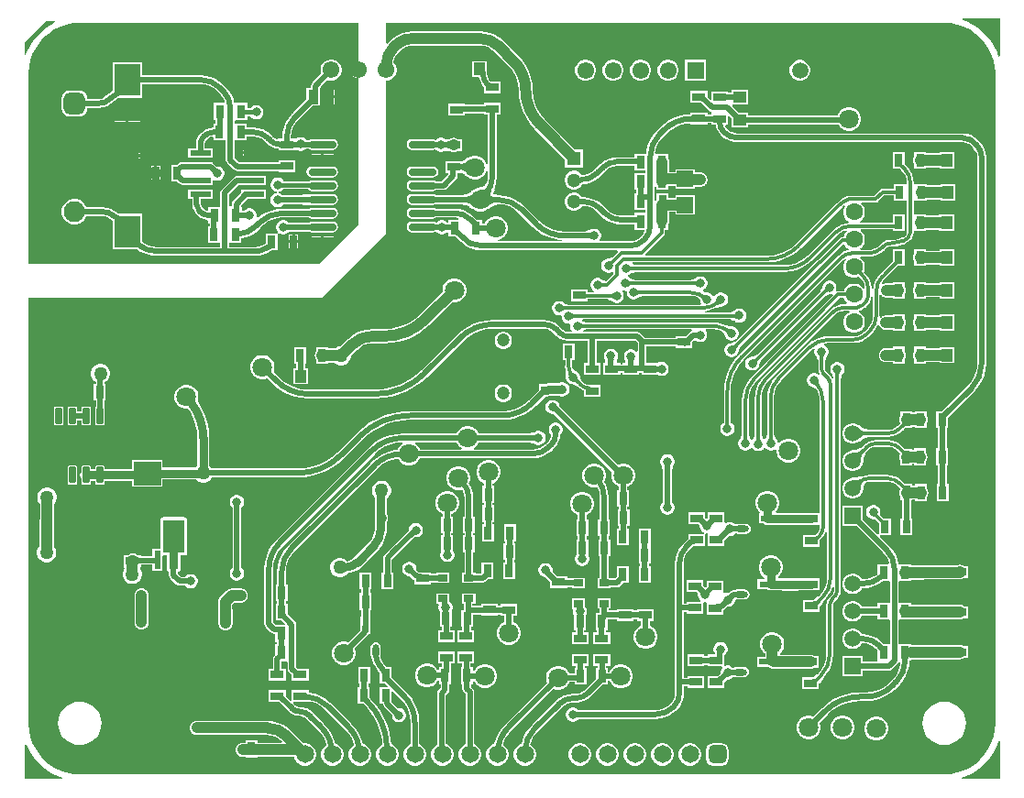
<source format=gbr>
%TF.GenerationSoftware,Altium Limited,Altium Designer,24.7.2 (38)*%
G04 Layer_Physical_Order=2*
G04 Layer_Color=16711680*
%FSLAX45Y45*%
%MOMM*%
%TF.SameCoordinates,313A2AA4-CFAA-4B56-AAC7-ADE98D6BBF51*%
%TF.FilePolarity,Positive*%
%TF.FileFunction,Copper,L2,Bot,Signal*%
%TF.Part,Single*%
G01*
G75*
%TA.AperFunction,Conductor*%
%ADD10C,0.50000*%
%ADD11C,0.30000*%
%ADD12C,0.80000*%
%ADD13C,0.40000*%
%ADD14C,1.00000*%
%TA.AperFunction,ComponentPad*%
%ADD24C,1.60000*%
G04:AMPARAMS|DCode=25|XSize=1.6mm|YSize=1.6mm|CornerRadius=0.4mm|HoleSize=0mm|Usage=FLASHONLY|Rotation=270.000|XOffset=0mm|YOffset=0mm|HoleType=Round|Shape=RoundedRectangle|*
%AMROUNDEDRECTD25*
21,1,1.60000,0.80000,0,0,270.0*
21,1,0.80000,1.60000,0,0,270.0*
1,1,0.80000,-0.40000,-0.40000*
1,1,0.80000,-0.40000,0.40000*
1,1,0.80000,0.40000,0.40000*
1,1,0.80000,0.40000,-0.40000*
%
%ADD25ROUNDEDRECTD25*%
%ADD26C,1.80000*%
%ADD27C,2.50000*%
%ADD28C,1.20000*%
%ADD29C,1.50000*%
%ADD30R,1.50000X1.50000*%
%ADD31C,1.30000*%
%ADD32R,1.30000X1.30000*%
%ADD33R,1.55000X1.55000*%
%ADD34C,1.55000*%
%ADD35C,1.95000*%
G04:AMPARAMS|DCode=36|XSize=1.95mm|YSize=1.95mm|CornerRadius=0.4875mm|HoleSize=0mm|Usage=FLASHONLY|Rotation=270.000|XOffset=0mm|YOffset=0mm|HoleType=Round|Shape=RoundedRectangle|*
%AMROUNDEDRECTD36*
21,1,1.95000,0.97500,0,0,270.0*
21,1,0.97500,1.95000,0,0,270.0*
1,1,0.97500,-0.48750,-0.48750*
1,1,0.97500,-0.48750,0.48750*
1,1,0.97500,0.48750,0.48750*
1,1,0.97500,0.48750,-0.48750*
%
%ADD36ROUNDEDRECTD36*%
%ADD37R,1.50000X1.50000*%
%ADD38C,1.65000*%
G04:AMPARAMS|DCode=39|XSize=1.65mm|YSize=1.65mm|CornerRadius=0.4125mm|HoleSize=0mm|Usage=FLASHONLY|Rotation=0.000|XOffset=0mm|YOffset=0mm|HoleType=Round|Shape=RoundedRectangle|*
%AMROUNDEDRECTD39*
21,1,1.65000,0.82500,0,0,0.0*
21,1,0.82500,1.65000,0,0,0.0*
1,1,0.82500,0.41250,-0.41250*
1,1,0.82500,-0.41250,-0.41250*
1,1,0.82500,-0.41250,0.41250*
1,1,0.82500,0.41250,0.41250*
%
%ADD39ROUNDEDRECTD39*%
%TA.AperFunction,ViaPad*%
%ADD40C,0.80000*%
%ADD41C,1.27000*%
%TA.AperFunction,SMDPad,CuDef*%
%ADD42R,0.80000X1.25000*%
%ADD43R,1.25000X0.80000*%
G04:AMPARAMS|DCode=44|XSize=0.6mm|YSize=1.45mm|CornerRadius=0.051mm|HoleSize=0mm|Usage=FLASHONLY|Rotation=0.000|XOffset=0mm|YOffset=0mm|HoleType=Round|Shape=RoundedRectangle|*
%AMROUNDEDRECTD44*
21,1,0.60000,1.34800,0,0,0.0*
21,1,0.49800,1.45000,0,0,0.0*
1,1,0.10200,0.24900,-0.67400*
1,1,0.10200,-0.24900,-0.67400*
1,1,0.10200,-0.24900,0.67400*
1,1,0.10200,0.24900,0.67400*
%
%ADD44ROUNDEDRECTD44*%
%ADD45R,0.58000X1.73000*%
%ADD46C,1.73970*%
%ADD47R,1.10000X1.20000*%
%ADD48R,1.52400X1.52400*%
%ADD49R,1.20000X1.10000*%
%ADD50R,1.30822X0.61583*%
G04:AMPARAMS|DCode=51|XSize=1.30822mm|YSize=0.61583mm|CornerRadius=0.30791mm|HoleSize=0mm|Usage=FLASHONLY|Rotation=180.000|XOffset=0mm|YOffset=0mm|HoleType=Round|Shape=RoundedRectangle|*
%AMROUNDEDRECTD51*
21,1,1.30822,0.00000,0,0,180.0*
21,1,0.69239,0.61583,0,0,180.0*
1,1,0.61583,-0.34620,0.00000*
1,1,0.61583,0.34620,0.00000*
1,1,0.61583,0.34620,0.00000*
1,1,0.61583,-0.34620,0.00000*
%
%ADD51ROUNDEDRECTD51*%
%ADD52R,0.61583X1.30822*%
G04:AMPARAMS|DCode=53|XSize=1.30822mm|YSize=0.61583mm|CornerRadius=0.30791mm|HoleSize=0mm|Usage=FLASHONLY|Rotation=270.000|XOffset=0mm|YOffset=0mm|HoleType=Round|Shape=RoundedRectangle|*
%AMROUNDEDRECTD53*
21,1,1.30822,0.00000,0,0,270.0*
21,1,0.69239,0.61583,0,0,270.0*
1,1,0.61583,0.00000,-0.34620*
1,1,0.61583,0.00000,0.34620*
1,1,0.61583,0.00000,0.34620*
1,1,0.61583,0.00000,-0.34620*
%
%ADD53ROUNDEDRECTD53*%
%ADD54R,0.90000X0.65000*%
%ADD55R,2.40000X3.00000*%
%ADD56R,1.98000X0.53000*%
%ADD57R,0.95000X1.35000*%
%ADD58O,2.60000X0.70000*%
%ADD59R,2.50000X2.20000*%
%TA.AperFunction,Conductor*%
%ADD60C,2.00000*%
G36*
X289756Y6992300D02*
X250584Y6972982D01*
X193067Y6934551D01*
X141059Y6888941D01*
X95449Y6836933D01*
X57018Y6779416D01*
X26423Y6717375D01*
X17530Y6691180D01*
X5000Y6693249D01*
Y6807500D01*
X202500Y7005000D01*
X286795D01*
X289756Y6992300D01*
D02*
G37*
G36*
X9015000Y6679047D02*
X9002300Y6676950D01*
X8988577Y6717375D01*
X8957982Y6779416D01*
X8919551Y6836933D01*
X8873941Y6888941D01*
X8821933Y6934551D01*
X8764416Y6972982D01*
X8702375Y7003578D01*
X8669315Y7014800D01*
X8671412Y7027500D01*
X9015000D01*
Y6679047D01*
D02*
G37*
G36*
X8500000Y6986757D02*
Y6986757D01*
X8512479Y6986223D01*
X8561614Y6983003D01*
X8622173Y6970957D01*
X8680642Y6951109D01*
X8736020Y6923799D01*
X8787360Y6889495D01*
X8833783Y6848783D01*
X8874495Y6802360D01*
X8908799Y6751021D01*
X8936109Y6695642D01*
X8955956Y6637173D01*
X8968002Y6576614D01*
X8971223Y6527479D01*
X8971757Y6515000D01*
X8971757Y6515000D01*
X8971759Y6502427D01*
X8971757Y515000D01*
X8971970Y513928D01*
X8968002Y453386D01*
X8955956Y392827D01*
X8936109Y334358D01*
X8908799Y278980D01*
X8874495Y227640D01*
X8833783Y181217D01*
X8787360Y140505D01*
X8736020Y106201D01*
X8680642Y78891D01*
X8622173Y59044D01*
X8561614Y46998D01*
X8512479Y43777D01*
X8500000Y43243D01*
X8499997Y43243D01*
X8487300Y43242D01*
X515006Y43242D01*
X515000Y43243D01*
Y43243D01*
X502521Y43777D01*
X453386Y46998D01*
X392827Y59044D01*
X334358Y78891D01*
X278980Y106201D01*
X227640Y140505D01*
X181217Y181217D01*
X140505Y227640D01*
X106201Y278980D01*
X78891Y334358D01*
X59044Y392827D01*
X46998Y453386D01*
X43030Y513928D01*
X43243Y515000D01*
X43245Y4445000D01*
X2752500Y4445000D01*
X3347500Y5040000D01*
Y6455000D01*
X3358836D01*
X3383634Y6461644D01*
X3405866Y6474480D01*
X3424020Y6492633D01*
X3436855Y6514866D01*
X3443500Y6539664D01*
Y6565336D01*
X3436855Y6590133D01*
X3424020Y6612366D01*
X3414344Y6622041D01*
X3414750Y6626158D01*
X3424549Y6658464D01*
X3440463Y6688237D01*
X3454142Y6704904D01*
X3462112Y6714289D01*
X3463961Y6715525D01*
X3463679Y6715849D01*
X3507317Y6753915D01*
X3529321Y6765676D01*
X3557086Y6774099D01*
X3585946Y6776941D01*
X3585961Y6776939D01*
X4215073D01*
X4215670Y6777018D01*
X4249374Y6773698D01*
X4282357Y6763693D01*
X4312754Y6747445D01*
X4329872Y6733397D01*
X4339300Y6725483D01*
X4339330Y6725452D01*
X4339331Y6725452D01*
X4339520Y6725262D01*
X4339521D01*
X4477786Y6586998D01*
X4478150Y6586633D01*
X4478171Y6586615D01*
X4486420Y6577332D01*
X4510091Y6549616D01*
X4535678Y6507862D01*
X4554418Y6462619D01*
X4565850Y6415002D01*
X4568668Y6379193D01*
X4568937Y6366610D01*
X4568909Y6366182D01*
X4569706Y6354021D01*
X4573268Y6299673D01*
X4586271Y6234301D01*
X4607696Y6171187D01*
X4637175Y6111408D01*
X4674205Y6055989D01*
X4718152Y6005878D01*
X4718152Y6005877D01*
X4727507Y5997272D01*
X4997496Y5727283D01*
Y5650001D01*
X5167496D01*
Y5820000D01*
X5090213D01*
X4811447Y6098766D01*
X4811414Y6098791D01*
X4811389Y6098824D01*
X4811185Y6099027D01*
X4809480Y6100333D01*
X4772362Y6143792D01*
X4741341Y6194413D01*
X4718621Y6249265D01*
X4704761Y6306995D01*
X4701064Y6353975D01*
X4700920Y6366619D01*
X4700108Y6379012D01*
X4697156Y6424049D01*
X4685843Y6480926D01*
X4667202Y6535839D01*
X4641554Y6587849D01*
X4609336Y6636066D01*
X4571182Y6679573D01*
X4571182Y6679574D01*
X4571182D01*
X4562046Y6688171D01*
X4440997Y6809220D01*
X4432290Y6818473D01*
X4432289Y6818473D01*
X4395635Y6849779D01*
X4354535Y6874965D01*
X4310000Y6893412D01*
X4263128Y6904665D01*
X4215073Y6908447D01*
Y6908061D01*
X3585961D01*
Y6908361D01*
X3542249Y6904921D01*
X3499614Y6894685D01*
X3459104Y6877905D01*
X3441604Y6867181D01*
X3440775Y6866902D01*
X3434096Y6862702D01*
X3426519Y6857432D01*
X3424074Y6855298D01*
X3378916Y6815908D01*
X3377486Y6814661D01*
X3377474Y6814650D01*
X3369361Y6807553D01*
X3368983Y6807230D01*
X3359415Y6796028D01*
X3347500Y6800423D01*
Y6986758D01*
X8487316Y6986758D01*
X8500000Y6986757D01*
D02*
G37*
G36*
X515000Y6986757D02*
X3087500Y6986758D01*
Y6630000D01*
X3081797D01*
X3062086Y6624718D01*
X3044414Y6614515D01*
X3029985Y6600086D01*
X3019782Y6582414D01*
X3015169Y6565200D01*
X3092000D01*
Y6539800D01*
X3015169D01*
X3019782Y6522586D01*
X3029985Y6504914D01*
X3044414Y6490484D01*
X3062086Y6480281D01*
X3081797Y6475000D01*
X3087500D01*
Y5122500D01*
X2727362Y4762362D01*
X49608D01*
Y4762500D01*
X43245D01*
X43245Y6519364D01*
X46998Y6576614D01*
X59044Y6637173D01*
X78891Y6695642D01*
X106201Y6751021D01*
X140505Y6802360D01*
X181217Y6848783D01*
X227640Y6889495D01*
X278980Y6923799D01*
X334358Y6951109D01*
X392827Y6970957D01*
X453386Y6983003D01*
X513928Y6986971D01*
X515000Y6986757D01*
D02*
G37*
G36*
X9015000Y350953D02*
Y0D01*
X8664046D01*
X8661949Y12700D01*
X8702375Y26423D01*
X8764416Y57018D01*
X8821933Y95449D01*
X8873941Y141059D01*
X8919551Y193067D01*
X8957982Y250584D01*
X8988577Y312625D01*
X9002300Y353050D01*
X9015000Y350953D01*
D02*
G37*
G36*
X26423Y312625D02*
X57018Y250584D01*
X95449Y193067D01*
X141059Y141059D01*
X193067Y95449D01*
X250584Y57018D01*
X312625Y26423D01*
X353051Y12700D01*
X350954Y0D01*
X16594D01*
X11733Y11733D01*
X12500Y12500D01*
Y314657D01*
X25030Y316726D01*
X26423Y312625D01*
D02*
G37*
%LPC*%
G36*
X7179507Y6645000D02*
X7154493D01*
X7130331Y6638525D01*
X7108669Y6626018D01*
X7090981Y6608331D01*
X7078474Y6586668D01*
X7072000Y6562507D01*
Y6537493D01*
X7078474Y6513331D01*
X7090981Y6491669D01*
X7108669Y6473981D01*
X7130331Y6461474D01*
X7154493Y6455000D01*
X7179507D01*
X7203668Y6461474D01*
X7225331Y6473981D01*
X7243019Y6491669D01*
X7255525Y6513331D01*
X7262000Y6537493D01*
Y6562507D01*
X7255525Y6586668D01*
X7243019Y6608331D01*
X7225331Y6626018D01*
X7203668Y6638525D01*
X7179507Y6645000D01*
D02*
G37*
G36*
X6301000Y6647500D02*
X6106000D01*
Y6452500D01*
X6301000D01*
Y6647500D01*
D02*
G37*
G36*
X5962336D02*
X5936664D01*
X5911866Y6640855D01*
X5889634Y6628020D01*
X5871481Y6609866D01*
X5858645Y6587634D01*
X5852000Y6562836D01*
Y6537164D01*
X5858645Y6512366D01*
X5871481Y6490134D01*
X5889634Y6471981D01*
X5911866Y6459145D01*
X5936664Y6452500D01*
X5962336D01*
X5987134Y6459145D01*
X6009366Y6471981D01*
X6027519Y6490134D01*
X6040355Y6512366D01*
X6047000Y6537164D01*
Y6562836D01*
X6040355Y6587634D01*
X6027519Y6609866D01*
X6009366Y6628020D01*
X5987134Y6640855D01*
X5962336Y6647500D01*
D02*
G37*
G36*
X5708336D02*
X5682664D01*
X5657866Y6640855D01*
X5635634Y6628020D01*
X5617481Y6609866D01*
X5604645Y6587634D01*
X5598000Y6562836D01*
Y6537164D01*
X5604645Y6512366D01*
X5617481Y6490134D01*
X5635634Y6471981D01*
X5657866Y6459145D01*
X5682664Y6452500D01*
X5708336D01*
X5733134Y6459145D01*
X5755366Y6471981D01*
X5773519Y6490134D01*
X5786355Y6512366D01*
X5793000Y6537164D01*
Y6562836D01*
X5786355Y6587634D01*
X5773519Y6609866D01*
X5755366Y6628020D01*
X5733134Y6640855D01*
X5708336Y6647500D01*
D02*
G37*
G36*
X5454336D02*
X5428664D01*
X5403866Y6640855D01*
X5381634Y6628020D01*
X5363481Y6609866D01*
X5350645Y6587634D01*
X5344000Y6562836D01*
Y6537164D01*
X5350645Y6512366D01*
X5363481Y6490134D01*
X5381634Y6471981D01*
X5403866Y6459145D01*
X5428664Y6452500D01*
X5454336D01*
X5479134Y6459145D01*
X5501366Y6471981D01*
X5519519Y6490134D01*
X5532355Y6512366D01*
X5539000Y6537164D01*
Y6562836D01*
X5532355Y6587634D01*
X5519519Y6609866D01*
X5501366Y6628020D01*
X5479134Y6640855D01*
X5454336Y6647500D01*
D02*
G37*
G36*
X5200336D02*
X5174664D01*
X5149866Y6640855D01*
X5127634Y6628020D01*
X5109481Y6609866D01*
X5096645Y6587634D01*
X5090000Y6562836D01*
Y6537164D01*
X5096645Y6512366D01*
X5109481Y6490134D01*
X5127634Y6471981D01*
X5149866Y6459145D01*
X5174664Y6452500D01*
X5200336D01*
X5225134Y6459145D01*
X5247366Y6471981D01*
X5265519Y6490134D01*
X5278355Y6512366D01*
X5285000Y6537164D01*
Y6562836D01*
X5278355Y6587634D01*
X5265519Y6609866D01*
X5247366Y6628020D01*
X5225134Y6640855D01*
X5200336Y6647500D01*
D02*
G37*
G36*
X6690016Y6370000D02*
X6540016D01*
Y6340784D01*
X6505000D01*
Y6355000D01*
X6350000D01*
Y6284302D01*
X6338267Y6279442D01*
X6312532Y6305177D01*
Y6357500D01*
X6157532D01*
Y6247500D01*
X6254855D01*
X6326193Y6176162D01*
X6326194Y6176162D01*
X6339425Y6167321D01*
X6345951Y6166023D01*
X6350000Y6155000D01*
Y6154734D01*
X6346429Y6142033D01*
X6312532D01*
Y6157500D01*
X6157532D01*
Y6142492D01*
X6116721Y6139817D01*
X6063059Y6129143D01*
X6011249Y6111556D01*
X5962178Y6087357D01*
X5916685Y6056960D01*
X5884732Y6028938D01*
X5875549Y6020885D01*
X5875398Y6020713D01*
X5866515Y6011692D01*
X5850288Y5995464D01*
X5841213Y5986701D01*
X5841034Y5986548D01*
X5833167Y5977337D01*
X5807264Y5947008D01*
X5780096Y5902672D01*
X5760197Y5854632D01*
X5748058Y5804071D01*
X5746039Y5778417D01*
X5640300D01*
Y5745784D01*
X5476391D01*
Y5746057D01*
X5433579Y5741840D01*
X5392413Y5729352D01*
X5354474Y5709073D01*
X5330589Y5689472D01*
X5321219Y5681783D01*
X5321057Y5681586D01*
X5312321Y5672498D01*
X5272394Y5632571D01*
X5271504Y5631239D01*
X5243192Y5608004D01*
X5209681Y5590091D01*
X5173319Y5579061D01*
X5156181Y5577373D01*
X5150513Y5587192D01*
X5134687Y5603017D01*
X5115305Y5614208D01*
X5093687Y5620000D01*
X5071306D01*
X5049687Y5614208D01*
X5030305Y5603017D01*
X5014479Y5587192D01*
X5003289Y5567809D01*
X4997496Y5546191D01*
Y5523810D01*
X5003289Y5502192D01*
X5014479Y5482809D01*
X5030305Y5466983D01*
X5049687Y5455793D01*
X5071306Y5450001D01*
X5093687D01*
X5115305Y5455793D01*
X5134687Y5466983D01*
X5150513Y5482809D01*
X5158088Y5495930D01*
X5178526Y5497538D01*
X5220489Y5507613D01*
X5260360Y5524128D01*
X5297156Y5546676D01*
X5320748Y5566826D01*
X5329972Y5574703D01*
X5330129Y5574887D01*
X5330129Y5574888D01*
Y5574952D01*
X5378944Y5623767D01*
X5380184Y5625624D01*
X5407240Y5646384D01*
X5440596Y5660201D01*
X5474283Y5664636D01*
X5476391Y5664217D01*
X5640300D01*
Y5623417D01*
X5744217D01*
Y5598417D01*
X5640300D01*
Y5443417D01*
X5655767D01*
Y5415917D01*
X5642800D01*
Y5260917D01*
X5744217D01*
Y5230917D01*
X5640300D01*
Y5205784D01*
X5523621D01*
X5523588Y5205777D01*
X5523556Y5205784D01*
X5523396Y5205783D01*
X5521964Y5205496D01*
X5486136Y5209025D01*
X5450245Y5219912D01*
X5417168Y5237592D01*
X5397788Y5253497D01*
X5388483Y5261693D01*
X5388331Y5261846D01*
X5388290Y5261873D01*
X5388264Y5261913D01*
X5356616Y5293561D01*
X5348049Y5302711D01*
X5348049Y5302712D01*
X5348048Y5302712D01*
X5310084Y5333868D01*
X5266647Y5357085D01*
X5219516Y5371382D01*
X5170502Y5376210D01*
Y5376210D01*
X5157801Y5375784D01*
X5157099D01*
X5150513Y5387191D01*
X5134687Y5403017D01*
X5115305Y5414208D01*
X5093687Y5420000D01*
X5071306D01*
X5049687Y5414208D01*
X5030305Y5403017D01*
X5014479Y5387191D01*
X5003289Y5367809D01*
X4997496Y5346191D01*
Y5323810D01*
X5003289Y5302192D01*
X5014479Y5282809D01*
X5030305Y5266983D01*
X5049687Y5255793D01*
X5071306Y5250000D01*
X5093687D01*
X5115305Y5255793D01*
X5134687Y5266983D01*
X5150513Y5282809D01*
X5157099Y5294216D01*
X5170501D01*
X5171613Y5294437D01*
X5203584Y5291289D01*
X5235396Y5281639D01*
X5264714Y5265968D01*
X5289508Y5245620D01*
X5290126Y5244696D01*
X5290340Y5244483D01*
X5290340Y5244483D01*
X5321826Y5212997D01*
X5330766Y5203976D01*
X5330767Y5203977D01*
X5363283Y5176205D01*
X5399743Y5153862D01*
X5439250Y5137498D01*
X5480831Y5127515D01*
X5523462Y5124160D01*
Y5124160D01*
X5523527Y5124216D01*
X5523686Y5124217D01*
X5640300D01*
Y5075917D01*
X5728143D01*
X5735198Y5065357D01*
X5725305Y5041471D01*
X5703338Y5012844D01*
X5701316Y5011493D01*
X5699962Y5009466D01*
X5671139Y4987349D01*
X5635410Y4972550D01*
X5599458Y4967817D01*
X5597133Y4968283D01*
X5596974Y4968283D01*
X5596941Y4968277D01*
X5596909Y4968283D01*
X5324621D01*
X5322838Y4972589D01*
X5320491Y4980983D01*
X5328443Y4994757D01*
X5332900Y5011390D01*
Y5028610D01*
X5328443Y5045244D01*
X5319833Y5060157D01*
X5307657Y5072333D01*
X5292744Y5080943D01*
X5276110Y5085400D01*
X5258890D01*
X5242256Y5080943D01*
X5227343Y5072333D01*
X5226617Y5071607D01*
X5215900Y5070922D01*
X5212104Y5070897D01*
X5207233Y5069895D01*
X5202364Y5068926D01*
X5202292Y5068878D01*
X5202206Y5068860D01*
X5198090Y5066071D01*
X5193962Y5063312D01*
X5193914Y5063240D01*
X5193842Y5063191D01*
X5192256Y5060784D01*
X4995869D01*
X4995837Y5060777D01*
X4995804Y5060784D01*
X4995645Y5060783D01*
X4993699Y5060393D01*
X4943197Y5064368D01*
X4891978Y5076664D01*
X4843313Y5096822D01*
X4798400Y5124345D01*
X4759882Y5157242D01*
X4758784Y5158891D01*
X4758565Y5159112D01*
X4758535Y5159132D01*
X4758515Y5159161D01*
X4622160Y5295516D01*
X4622030Y5295972D01*
Y5295971D01*
X4582378Y5329838D01*
X4537759Y5357180D01*
X4489412Y5377206D01*
X4438528Y5389422D01*
X4386476Y5393519D01*
Y5393519D01*
X4374643Y5394897D01*
X4374127Y5395279D01*
X4373770Y5395812D01*
X4370088Y5398273D01*
X4366525Y5400914D01*
X4365902Y5401070D01*
X4365368Y5401426D01*
X4361022Y5402291D01*
X4356723Y5403367D01*
X4350214Y5403685D01*
X4346378Y5404250D01*
X4343612Y5405855D01*
X4342451Y5407063D01*
X4338665Y5414487D01*
X4338106Y5419660D01*
X4338351Y5420331D01*
X4341138Y5426680D01*
X4344704Y5433590D01*
X4345280Y5435593D01*
X4346302Y5437410D01*
X4346663Y5440403D01*
X4347496Y5443301D01*
X4347262Y5445372D01*
X4347511Y5447442D01*
X4346699Y5450345D01*
X4346360Y5453341D01*
X4345351Y5455165D01*
X4344860Y5456922D01*
X4348904Y5464488D01*
X4363732Y5513368D01*
X4368738Y5564200D01*
X4368267Y5564359D01*
Y6137500D01*
X4404984D01*
Y6247500D01*
X4249984D01*
Y6229533D01*
X4074984D01*
Y6240000D01*
X3919984D01*
Y6130000D01*
X4074984D01*
Y6147966D01*
X4249984D01*
Y6137500D01*
X4286700D01*
Y5681715D01*
X4274000Y5680043D01*
X4270003Y5694958D01*
X4255522Y5720041D01*
X4235041Y5740522D01*
X4209958Y5755003D01*
X4181982Y5762500D01*
X4153018D01*
X4125042Y5755003D01*
X4107149Y5744673D01*
X4103448Y5744148D01*
X4098613Y5743534D01*
X4098448Y5743440D01*
X4098260Y5743413D01*
X4094064Y5740935D01*
X4089839Y5738521D01*
X4082379Y5732038D01*
X4075559Y5726712D01*
X4068945Y5722134D01*
X4062539Y5718275D01*
X4058649Y5716283D01*
X4047516Y5712500D01*
X4047516Y5712500D01*
X3892516D01*
Y5602500D01*
X3923506D01*
Y5588682D01*
X3859106Y5524283D01*
X3806461D01*
X3797009Y5530599D01*
X3777500Y5534479D01*
X3587500D01*
X3567991Y5530599D01*
X3551452Y5519548D01*
X3540401Y5503009D01*
X3536520Y5483500D01*
X3540401Y5463991D01*
X3551452Y5447452D01*
X3567991Y5436401D01*
X3587500Y5432520D01*
X3777500D01*
X3797009Y5436401D01*
X3806461Y5442716D01*
X3875998D01*
X3876000Y5442716D01*
X3891607Y5445820D01*
X3904838Y5454661D01*
X3993127Y5542951D01*
X3993128Y5542951D01*
X4001969Y5556182D01*
X4005073Y5571789D01*
X4005073Y5571791D01*
Y5602500D01*
X4046022D01*
X4046601Y5602290D01*
X4051925Y5599763D01*
X4057375Y5596558D01*
X4062953Y5592626D01*
X4068657Y5587920D01*
X4074468Y5582409D01*
X4080860Y5575534D01*
X4084758Y5572719D01*
X4088602Y5569829D01*
X4088847Y5569766D01*
X4089052Y5569618D01*
X4093739Y5568507D01*
X4096689Y5567748D01*
X4099959Y5564478D01*
X4125042Y5549997D01*
X4153018Y5542500D01*
X4181982D01*
X4209958Y5549997D01*
X4235041Y5564478D01*
X4255522Y5584959D01*
X4270003Y5610042D01*
X4274000Y5624957D01*
X4286700Y5623285D01*
Y5564424D01*
X4286700Y5564265D01*
X4286700Y5564200D01*
X4285859Y5551848D01*
X4283638Y5529299D01*
X4275909Y5503823D01*
X4273623Y5502695D01*
X4271036Y5501971D01*
X4269136Y5500480D01*
X4266971Y5499411D01*
X4265201Y5497390D01*
X4263088Y5495732D01*
X4261903Y5493627D01*
X4260312Y5491811D01*
X4257577Y5487071D01*
X4255329Y5484187D01*
X4252551Y5481491D01*
X4249075Y5478905D01*
X4244746Y5476435D01*
X4239446Y5474135D01*
X4233111Y5472085D01*
X4225716Y5470366D01*
X4217273Y5469047D01*
X4207068Y5468117D01*
X4202462Y5466757D01*
X4197811Y5465478D01*
X4197614Y5465325D01*
X4197377Y5465254D01*
X4193637Y5462231D01*
X4190549Y5459829D01*
X4172542Y5455004D01*
X4150839Y5442473D01*
X4147933Y5441962D01*
X4143149Y5441198D01*
X4142972Y5441089D01*
X4142766Y5441053D01*
X4138676Y5438450D01*
X4134540Y5435908D01*
X4127397Y5429289D01*
X4120883Y5423892D01*
X4114534Y5419255D01*
X4108378Y5415362D01*
X4102415Y5412173D01*
X4096651Y5409654D01*
X4091082Y5407762D01*
X4085673Y5406451D01*
X4080379Y5405681D01*
X4073893Y5405367D01*
X4069874Y5404363D01*
X4065791Y5403649D01*
X4064999Y5403146D01*
X4064090Y5402919D01*
X4060760Y5400454D01*
X4057262Y5398231D01*
X4056723Y5397463D01*
X4055969Y5396905D01*
X4054995Y5395283D01*
X3809454D01*
X3797009Y5403599D01*
X3777500Y5407479D01*
X3587500D01*
X3567991Y5403599D01*
X3551452Y5392548D01*
X3540401Y5376009D01*
X3536520Y5356500D01*
X3540401Y5336991D01*
X3551452Y5320452D01*
X3567991Y5309401D01*
X3587500Y5305520D01*
X3777500D01*
X3797009Y5309401D01*
X3803468Y5313716D01*
X4053835D01*
X4054796Y5312113D01*
X4055072Y5311907D01*
X4055257Y5311616D01*
X4059122Y5308903D01*
X4062911Y5306091D01*
X4063245Y5306007D01*
X4063527Y5305809D01*
X4068134Y5304781D01*
X4072712Y5303634D01*
X4079243Y5303311D01*
X4084476Y5302530D01*
X4089751Y5301208D01*
X4095128Y5299305D01*
X4100642Y5296776D01*
X4106312Y5293572D01*
X4112141Y5289647D01*
X4118122Y5284961D01*
X4124233Y5279490D01*
X4130949Y5272714D01*
X4134957Y5270010D01*
X4138904Y5267244D01*
X4139131Y5267193D01*
X4139325Y5267062D01*
X4144070Y5266096D01*
X4146346Y5265591D01*
X4147459Y5264478D01*
X4172542Y5249997D01*
X4200518Y5242500D01*
X4229482D01*
X4257458Y5249997D01*
X4281945Y5264134D01*
X4284019Y5264547D01*
X4288781Y5265411D01*
X4288966Y5265531D01*
X4289183Y5265574D01*
X4293213Y5268266D01*
X4297275Y5270883D01*
X4304205Y5277584D01*
X4310517Y5283021D01*
X4316684Y5287687D01*
X4322675Y5291597D01*
X4328496Y5294798D01*
X4334134Y5297324D01*
X4339607Y5299222D01*
X4344951Y5300540D01*
X4350214Y5301315D01*
X4356723Y5301634D01*
X4361021Y5302709D01*
X4365368Y5303574D01*
X4365902Y5303930D01*
X4366525Y5304086D01*
X4370085Y5306726D01*
X4373770Y5309188D01*
X4374127Y5309722D01*
X4374643Y5310104D01*
X4375610Y5311717D01*
X4386102D01*
X4386430Y5311716D01*
X4386448Y5311719D01*
X4398937Y5311207D01*
X4435601Y5307596D01*
X4482950Y5293232D01*
X4526587Y5269908D01*
X4555029Y5246566D01*
X4564226Y5238103D01*
X4564246Y5238076D01*
X4564483Y5237840D01*
X4692078Y5110245D01*
X4700981Y5101187D01*
X4700981Y5101188D01*
X4741972Y5065240D01*
X4787305Y5034950D01*
X4836203Y5010835D01*
X4887831Y4993310D01*
X4941305Y4982674D01*
X4967091Y4980983D01*
X4966675Y4968283D01*
X4377323D01*
X4375651Y4980983D01*
X4399958Y4987497D01*
X4425041Y5001978D01*
X4445522Y5022459D01*
X4460004Y5047542D01*
X4467500Y5075518D01*
Y5104482D01*
X4460004Y5132458D01*
X4445522Y5157541D01*
X4425041Y5178022D01*
X4399958Y5192503D01*
X4371982Y5200000D01*
X4343018D01*
X4315042Y5192503D01*
X4289959Y5178022D01*
X4269478Y5157541D01*
X4254997Y5132458D01*
X4254548Y5130783D01*
X4232500D01*
Y5170016D01*
X4180176D01*
X4150384Y5199808D01*
X4150383Y5199809D01*
X4150650Y5200076D01*
X4150650Y5200077D01*
X4141054Y5207950D01*
X4114131Y5230046D01*
X4072467Y5252316D01*
X4027260Y5266030D01*
X3980246Y5270660D01*
Y5270283D01*
X3806461D01*
X3797009Y5276599D01*
X3777500Y5280479D01*
X3587500D01*
X3567991Y5276599D01*
X3551452Y5265548D01*
X3540401Y5249009D01*
X3536520Y5229500D01*
X3540401Y5209991D01*
X3551452Y5193452D01*
X3567991Y5182401D01*
X3587500Y5178520D01*
X3777500D01*
X3797009Y5182401D01*
X3806461Y5188716D01*
X3980246D01*
X3981189Y5188904D01*
X4010253Y5186041D01*
X4016691Y5182716D01*
X4013605Y5170016D01*
X3922500D01*
Y5142893D01*
X3909800Y5140197D01*
X3900157Y5149841D01*
X3885244Y5158451D01*
X3868610Y5162908D01*
X3851390D01*
X3834757Y5158451D01*
X3819844Y5149841D01*
X3810552Y5140550D01*
X3797009Y5149599D01*
X3777500Y5153479D01*
X3587500D01*
X3567991Y5149599D01*
X3551452Y5138548D01*
X3540401Y5122009D01*
X3536520Y5102500D01*
X3540401Y5082991D01*
X3551452Y5066452D01*
X3567991Y5055401D01*
X3587500Y5051520D01*
X3777500D01*
X3797009Y5055401D01*
X3798990Y5056724D01*
X3808294D01*
X3819844Y5045175D01*
X3834757Y5036565D01*
X3851390Y5032108D01*
X3868610D01*
X3885244Y5036565D01*
X3900157Y5045175D01*
X3909800Y5054818D01*
X3922500Y5052123D01*
Y5015016D01*
X3976925D01*
X4093386Y4919183D01*
X4093559Y4919040D01*
X4093614Y4918995D01*
X4103918Y4912810D01*
X4103921Y4912808D01*
X4103922Y4912808D01*
X4107638Y4911476D01*
X4109678Y4911272D01*
X4129084Y4903234D01*
X4181433Y4890666D01*
X4235104Y4886442D01*
Y4886443D01*
X4235169Y4886716D01*
X4235328Y4886716D01*
X5480498D01*
X5485759Y4874016D01*
X5433360Y4821617D01*
X5430952Y4822181D01*
X5430517Y4822109D01*
X5430084Y4822195D01*
X5425546Y4821292D01*
X5420981Y4820542D01*
X5420607Y4820310D01*
X5420174Y4820224D01*
X5416326Y4817653D01*
X5412396Y4815213D01*
X5410222Y4813180D01*
X5408756Y4811991D01*
X5407381Y4811036D01*
X5406083Y4810278D01*
X5404837Y4809681D01*
X5403621Y4809219D01*
X5402386Y4808867D01*
X5401095Y4808614D01*
X5399693Y4808459D01*
X5397144Y4808385D01*
X5395032Y4807900D01*
X5388890D01*
X5372256Y4803443D01*
X5357343Y4794833D01*
X5345167Y4782657D01*
X5336557Y4767744D01*
X5332100Y4751110D01*
Y4733890D01*
X5336557Y4717257D01*
X5345167Y4702343D01*
X5357343Y4690167D01*
X5372256Y4681557D01*
X5388890Y4677100D01*
X5406110D01*
X5422744Y4681557D01*
X5430201Y4685862D01*
X5441281Y4679931D01*
X5442364Y4668121D01*
X5375791Y4601549D01*
X5373048Y4603382D01*
X5369287Y4606081D01*
X5368858Y4606182D01*
X5368492Y4606426D01*
X5363956Y4607328D01*
X5359448Y4608383D01*
X5356471Y4608483D01*
X5354601Y4608677D01*
X5352947Y4608976D01*
X5351495Y4609358D01*
X5350193Y4609816D01*
X5349004Y4610350D01*
X5347886Y4610972D01*
X5346790Y4611709D01*
X5345691Y4612589D01*
X5343835Y4614340D01*
X5341999Y4615490D01*
X5337657Y4619833D01*
X5322743Y4628443D01*
X5306110Y4632900D01*
X5288890D01*
X5272256Y4628443D01*
X5257343Y4619833D01*
X5245167Y4607657D01*
X5236557Y4592743D01*
X5232100Y4576110D01*
Y4558890D01*
X5236557Y4542256D01*
X5245167Y4527343D01*
X5257343Y4515167D01*
X5269258Y4508288D01*
X5265856Y4495588D01*
X5209984D01*
Y4525000D01*
X5054984D01*
Y4415000D01*
X5209984D01*
Y4434412D01*
X5393699D01*
X5395004Y4432311D01*
X5395362Y4432054D01*
X5395606Y4431688D01*
X5399452Y4429118D01*
X5403213Y4426419D01*
X5403642Y4426318D01*
X5404008Y4426074D01*
X5408544Y4425171D01*
X5413052Y4424117D01*
X5416029Y4424017D01*
X5417898Y4423822D01*
X5419553Y4423524D01*
X5421005Y4423142D01*
X5422307Y4422684D01*
X5423496Y4422149D01*
X5424614Y4421528D01*
X5425710Y4420791D01*
X5426809Y4419911D01*
X5428665Y4418160D01*
X5430501Y4417010D01*
X5434843Y4412667D01*
X5449756Y4404057D01*
X5466390Y4399600D01*
X5483610D01*
X5500244Y4404057D01*
X5515157Y4412667D01*
X5527333Y4424843D01*
X5535943Y4439756D01*
X5540400Y4456390D01*
Y4473610D01*
X5535943Y4490243D01*
X5527333Y4505157D01*
X5524586Y4507903D01*
X5527166Y4513469D01*
X5531992Y4518458D01*
X5546390Y4514600D01*
X5556268D01*
X5565822Y4506679D01*
X5567026Y4502367D01*
Y4488460D01*
X5571483Y4471827D01*
X5580093Y4456914D01*
X5592270Y4444738D01*
X5607183Y4436128D01*
X5623816Y4431671D01*
X5641036D01*
X5657670Y4436128D01*
X5672583Y4444738D01*
X5677344Y4449499D01*
X5679253Y4450722D01*
X5681077Y4452478D01*
X5682137Y4453344D01*
X5683191Y4454064D01*
X5684272Y4454674D01*
X5685419Y4455197D01*
X5686684Y4455648D01*
X5688105Y4456026D01*
X5689729Y4456322D01*
X5691581Y4456517D01*
X5694552Y4456617D01*
X5699198Y4457705D01*
X5703865Y4458690D01*
X5704106Y4458855D01*
X5704391Y4458922D01*
X5708268Y4461706D01*
X5712201Y4464401D01*
X5712361Y4464646D01*
X5712598Y4464816D01*
X5713899Y4466912D01*
X6147041D01*
X6147987Y4467101D01*
X6186088Y4463348D01*
X6223636Y4451958D01*
X6226511Y4450421D01*
X6226555Y4449300D01*
X6227854Y4446486D01*
X6228707Y4443506D01*
X6229951Y4441940D01*
X6230789Y4440125D01*
X6233065Y4438022D01*
X6234994Y4435595D01*
X6236743Y4434625D01*
X6238212Y4433268D01*
X6240450Y4431898D01*
X6241437Y4431164D01*
X6242141Y4430527D01*
X6242642Y4429971D01*
X6243011Y4429463D01*
X6243316Y4428931D01*
X6243597Y4428290D01*
X6243864Y4427457D01*
X6244103Y4426349D01*
X6244407Y4423824D01*
X6244600Y4423236D01*
Y4421390D01*
X6249057Y4404756D01*
X6255679Y4393288D01*
X6251616Y4383409D01*
X6248962Y4380588D01*
X5023801D01*
X5022496Y4382689D01*
X5022138Y4382946D01*
X5021893Y4383312D01*
X5018048Y4385882D01*
X5014287Y4388581D01*
X5013858Y4388682D01*
X5013492Y4388926D01*
X5008956Y4389828D01*
X5004448Y4390883D01*
X5001471Y4390983D01*
X4999601Y4391177D01*
X4997947Y4391476D01*
X4996495Y4391858D01*
X4995193Y4392316D01*
X4994004Y4392850D01*
X4992886Y4393472D01*
X4991790Y4394209D01*
X4990691Y4395089D01*
X4988835Y4396840D01*
X4986999Y4397990D01*
X4982657Y4402333D01*
X4967743Y4410943D01*
X4951110Y4415400D01*
X4933890D01*
X4917256Y4410943D01*
X4902343Y4402333D01*
X4890167Y4390157D01*
X4881557Y4375243D01*
X4877100Y4358610D01*
Y4341390D01*
X4881557Y4324756D01*
X4890167Y4309843D01*
X4902343Y4297667D01*
X4917256Y4289057D01*
X4933890Y4284600D01*
X4951110D01*
X4954998Y4285642D01*
X4955449Y4285566D01*
X4967100Y4275736D01*
Y4266390D01*
X4971557Y4249757D01*
X4980167Y4234843D01*
X4992343Y4222667D01*
X5007256Y4214057D01*
X5023890Y4209600D01*
X5035067D01*
X5045274Y4198625D01*
X5044600Y4196110D01*
Y4178890D01*
X5049057Y4162256D01*
X5057667Y4147343D01*
X5061527Y4143483D01*
X5056266Y4130783D01*
X5026212D01*
X5024270Y4130397D01*
X5001139Y4134998D01*
X4981546Y4148089D01*
X4980459Y4149717D01*
X4954969Y4175207D01*
X4946177Y4184262D01*
X4946176Y4184262D01*
X4946176Y4184262D01*
X4915567Y4209382D01*
X4880593Y4228076D01*
X4842645Y4239587D01*
X4803180Y4243474D01*
Y4243284D01*
X4337530D01*
Y4243531D01*
X4274656Y4239410D01*
X4212857Y4227118D01*
X4153192Y4206864D01*
X4096681Y4178996D01*
X4044291Y4143990D01*
X4006144Y4110536D01*
X3996918Y4102445D01*
X3996768Y4102276D01*
X3988022Y4093199D01*
X3672801Y3777978D01*
X3671712Y3776347D01*
X3621696Y3731651D01*
X3565587Y3691839D01*
X3505373Y3658560D01*
X3441812Y3632232D01*
X3375702Y3613186D01*
X3307876Y3601662D01*
X3241101Y3597912D01*
X3239250Y3598283D01*
X3239091Y3598284D01*
X3239058Y3598277D01*
X3239026Y3598284D01*
X2627909D01*
X2627877Y3598277D01*
X2627844Y3598284D01*
X2627685Y3598283D01*
X2625284Y3597802D01*
X2568782Y3602249D01*
X2511266Y3616057D01*
X2456619Y3638693D01*
X2406185Y3669598D01*
X2370795Y3699824D01*
X2361685Y3708491D01*
X2361532Y3708644D01*
X2361493Y3708670D01*
X2361466Y3708711D01*
X2306636Y3763540D01*
X2307503Y3765041D01*
X2315000Y3793018D01*
Y3821982D01*
X2307503Y3849958D01*
X2293022Y3875041D01*
X2272541Y3895522D01*
X2247458Y3910003D01*
X2219482Y3917500D01*
X2190518D01*
X2162542Y3910003D01*
X2137459Y3895522D01*
X2116978Y3875041D01*
X2102496Y3849958D01*
X2095000Y3821982D01*
Y3793018D01*
X2102496Y3765041D01*
X2116978Y3739958D01*
X2137459Y3719478D01*
X2162542Y3704996D01*
X2190518Y3697500D01*
X2219482D01*
X2247458Y3704996D01*
X2248960Y3705863D01*
X2295028Y3659795D01*
X2303868Y3650675D01*
X2303869Y3650675D01*
X2348915Y3611171D01*
X2398731Y3577885D01*
X2452467Y3551385D01*
X2509201Y3532127D01*
X2567964Y3520438D01*
X2615306Y3517335D01*
X2627750Y3516519D01*
Y3516520D01*
X2627815Y3516716D01*
X2627974Y3516717D01*
X3226612D01*
X3239185Y3516406D01*
Y3516407D01*
X3316989Y3520776D01*
X3393815Y3533829D01*
X3468696Y3555402D01*
X3540690Y3585223D01*
X3608893Y3622918D01*
X3672447Y3668011D01*
X3721350Y3711714D01*
X3730552Y3719937D01*
X3730698Y3720100D01*
X3739383Y3729206D01*
X4045658Y4035482D01*
X4054624Y4044447D01*
X4054625Y4044447D01*
X4054635Y4044464D01*
X4063711Y4053212D01*
X4102044Y4085951D01*
X4155647Y4118799D01*
X4213728Y4142857D01*
X4274858Y4157533D01*
X4334834Y4162253D01*
X4337530Y4161717D01*
X4803180D01*
X4804842Y4162047D01*
X4834518Y4158140D01*
X4863722Y4146044D01*
X4878962Y4134349D01*
X4888387Y4126439D01*
X4888401Y4126421D01*
X4888551Y4126272D01*
X4922782Y4092041D01*
X4922784Y4092018D01*
X4922466Y4091700D01*
X4952819Y4068410D01*
X4988221Y4053746D01*
X5026212Y4048744D01*
Y4049216D01*
X5206733Y4049216D01*
Y3842500D01*
X5170016D01*
Y3732500D01*
X5325016D01*
Y3842500D01*
X5288300D01*
Y4049216D01*
X5648107D01*
X5669217Y4028107D01*
Y4022501D01*
X5669216Y4022500D01*
X5669217Y4022499D01*
Y3955664D01*
X5656517Y3950973D01*
X5647657Y3959833D01*
X5632744Y3968443D01*
X5616110Y3972900D01*
X5598890D01*
X5582257Y3968443D01*
X5567343Y3959833D01*
X5555167Y3947657D01*
X5546557Y3932744D01*
X5542100Y3916110D01*
Y3898890D01*
X5546557Y3882257D01*
X5555167Y3867344D01*
X5555894Y3866617D01*
X5556578Y3855900D01*
X5556582Y3855200D01*
X5552295Y3847952D01*
X5546639Y3842500D01*
X5530016D01*
Y3832033D01*
X5507516D01*
Y3842500D01*
X5483905D01*
X5480082Y3844833D01*
X5473653Y3853843D01*
X5473413Y3855200D01*
X5473646Y3865849D01*
X5473883Y3868893D01*
X5474833Y3869843D01*
X5483443Y3884757D01*
X5487900Y3901390D01*
Y3918610D01*
X5483443Y3935244D01*
X5474833Y3950157D01*
X5462657Y3962333D01*
X5447743Y3970943D01*
X5431110Y3975400D01*
X5413890D01*
X5397256Y3970943D01*
X5382343Y3962333D01*
X5370167Y3950157D01*
X5361557Y3935244D01*
X5357100Y3918610D01*
Y3901390D01*
X5361557Y3884757D01*
X5370167Y3869843D01*
X5370893Y3869117D01*
X5371578Y3858400D01*
X5371599Y3855200D01*
X5371521Y3854484D01*
X5365017Y3844964D01*
X5361095Y3842500D01*
X5352516D01*
Y3732500D01*
X5507516D01*
Y3750466D01*
X5530016D01*
Y3732500D01*
X5685016D01*
Y3750466D01*
X5707516D01*
Y3732500D01*
X5858792D01*
X5864756Y3729057D01*
X5881390Y3724600D01*
X5898610D01*
X5915243Y3729057D01*
X5930157Y3737667D01*
X5942333Y3749843D01*
X5950943Y3764757D01*
X5955400Y3781390D01*
Y3798610D01*
X5950943Y3815244D01*
X5942333Y3830157D01*
X5930157Y3842333D01*
X5915243Y3850943D01*
X5898610Y3855400D01*
X5881390D01*
X5864756Y3850943D01*
X5850133Y3842500D01*
X5750784D01*
Y3996716D01*
X6020016D01*
Y3982500D01*
X6175016D01*
Y4037323D01*
X6186923Y4049230D01*
X6187751Y4049056D01*
X6190118Y4048050D01*
X6192646Y4048026D01*
X6195121Y4047506D01*
X6210151Y4047340D01*
X6212819Y4047204D01*
X6219756Y4043199D01*
X6236390Y4038742D01*
X6253610D01*
X6270243Y4043199D01*
X6285157Y4051809D01*
X6297333Y4063985D01*
X6305943Y4078898D01*
X6310400Y4095532D01*
Y4112752D01*
X6305943Y4129385D01*
X6297333Y4144298D01*
X6302680Y4156912D01*
X6364583D01*
X6365668Y4157128D01*
X6405304Y4153224D01*
X6444460Y4141347D01*
X6451399Y4137638D01*
X6451419Y4136776D01*
X6452853Y4133533D01*
X6453894Y4130142D01*
X6454879Y4128949D01*
X6455505Y4127534D01*
X6458071Y4125086D01*
X6460330Y4122352D01*
X6461697Y4121627D01*
X6462816Y4120559D01*
X6465044Y4119146D01*
X6466067Y4118363D01*
X6466833Y4117654D01*
X6467405Y4117009D01*
X6467852Y4116388D01*
X6468229Y4115730D01*
X6468572Y4114961D01*
X6468889Y4114002D01*
X6469167Y4112784D01*
X6469521Y4110205D01*
X6469600Y4109977D01*
Y4108890D01*
X6474057Y4092256D01*
X6482667Y4077343D01*
X6494843Y4065167D01*
X6509756Y4056557D01*
X6526390Y4052100D01*
X6543610D01*
X6560243Y4056557D01*
X6575157Y4065167D01*
X6587333Y4077343D01*
X6595943Y4092256D01*
X6600400Y4108890D01*
Y4126110D01*
X6595943Y4142744D01*
X6587333Y4157657D01*
X6575157Y4169833D01*
X6560243Y4178443D01*
X6543610Y4182900D01*
X6529751D01*
X6528427Y4183058D01*
X6525988Y4182869D01*
X6524499Y4182864D01*
X6522958Y4182972D01*
X6521349Y4183203D01*
X6519645Y4183571D01*
X6517823Y4184095D01*
X6515877Y4184793D01*
X6513798Y4185686D01*
X6511585Y4186792D01*
X6508674Y4188450D01*
X6505890Y4189375D01*
X6503298Y4190750D01*
X6501140Y4190955D01*
X6499085Y4191639D01*
X6496160Y4191429D01*
X6493238Y4191707D01*
X6491167Y4191071D01*
X6489006Y4190916D01*
X6486383Y4189602D01*
X6485841Y4189436D01*
X6447964Y4205125D01*
X6406793Y4215010D01*
X6364583Y4218332D01*
Y4218088D01*
X5191301D01*
X5189996Y4220189D01*
X5189638Y4220446D01*
X5189393Y4220812D01*
X5185548Y4223382D01*
X5181787Y4226081D01*
X5181358Y4226182D01*
X5180992Y4226426D01*
X5176456Y4227328D01*
X5171948Y4228383D01*
X5168971Y4228483D01*
X5167101Y4228677D01*
X5165447Y4228976D01*
X5164768Y4229154D01*
X5163356Y4230340D01*
X5160029Y4235462D01*
X5166449Y4248162D01*
X6527955D01*
X6529302Y4246007D01*
X6530704Y4245006D01*
X6531802Y4243678D01*
X6534781Y4242098D01*
X6537528Y4240138D01*
X6539207Y4239750D01*
X6540729Y4238944D01*
X6544086Y4238624D01*
X6547373Y4237865D01*
X6550400Y4237772D01*
X6552463Y4237576D01*
X6554347Y4237270D01*
X6556091Y4236861D01*
X6557706Y4236357D01*
X6559236Y4235755D01*
X6560698Y4235050D01*
X6562126Y4234227D01*
X6563546Y4233265D01*
X6565671Y4231593D01*
X6566173Y4231337D01*
X6567343Y4230167D01*
X6582257Y4221557D01*
X6598890Y4217100D01*
X6616110D01*
X6632744Y4221557D01*
X6647657Y4230167D01*
X6659833Y4242343D01*
X6668443Y4257256D01*
X6672900Y4273890D01*
Y4291110D01*
X6668443Y4307743D01*
X6659833Y4322657D01*
X6647657Y4334833D01*
X6632744Y4343443D01*
X6616110Y4347900D01*
X6598890D01*
X6582257Y4343443D01*
X6567343Y4334833D01*
X6558437Y4325927D01*
X6557057Y4324880D01*
X6555490Y4323112D01*
X6554722Y4322390D01*
X6553979Y4321814D01*
X6553223Y4321336D01*
X6552393Y4320918D01*
X6551425Y4320541D01*
X6550258Y4320205D01*
X6548837Y4319927D01*
X6547125Y4319735D01*
X6544193Y4319631D01*
X6543353Y4319433D01*
X6542493Y4319515D01*
X6538460Y4318277D01*
X6534359Y4317308D01*
X6533659Y4316803D01*
X6532833Y4316550D01*
X6529581Y4313864D01*
X6526162Y4311399D01*
X6525709Y4310665D01*
X6525043Y4310115D01*
X6524631Y4309338D01*
X6294177D01*
X6293678Y4322038D01*
X6301413Y4322646D01*
X6345172Y4333152D01*
X6386748Y4350373D01*
X6394050Y4354848D01*
X6394821Y4354369D01*
X6396464Y4354097D01*
X6397979Y4353405D01*
X6401406Y4353281D01*
X6404791Y4352723D01*
X6406413Y4353101D01*
X6408077Y4353041D01*
X6411291Y4354238D01*
X6414631Y4355017D01*
X6415985Y4355987D01*
X6417546Y4356569D01*
X6420204Y4358209D01*
X6425365Y4360911D01*
X6427226Y4361709D01*
X6429275Y4362458D01*
X6431246Y4363054D01*
X6433128Y4363503D01*
X6434946Y4363821D01*
X6436703Y4364015D01*
X6439264Y4364134D01*
X6441147Y4364600D01*
X6446110D01*
X6462743Y4369057D01*
X6477657Y4377667D01*
X6489833Y4389843D01*
X6498443Y4404756D01*
X6502900Y4421390D01*
Y4438610D01*
X6498443Y4455244D01*
X6489833Y4470157D01*
X6477657Y4482333D01*
X6462743Y4490943D01*
X6446110Y4495400D01*
X6428890D01*
X6412256Y4490943D01*
X6397343Y4482333D01*
X6385167Y4470157D01*
X6381082Y4463082D01*
X6366418D01*
X6362333Y4470157D01*
X6350157Y4482333D01*
X6335244Y4490943D01*
X6318610Y4495400D01*
X6306471D01*
X6304548Y4495662D01*
X6302088Y4495511D01*
X6300518Y4495527D01*
X6298897Y4495658D01*
X6297201Y4495914D01*
X6295397Y4496311D01*
X6293489Y4496861D01*
X6291793Y4497466D01*
X6286692Y4499795D01*
X6284034Y4501271D01*
X6281599Y4502053D01*
X6279364Y4503293D01*
X6276836Y4503582D01*
X6274412Y4504360D01*
X6272359Y4504191D01*
X6271806Y4504195D01*
X6270402Y4505281D01*
X6272744Y4519057D01*
X6287657Y4527667D01*
X6299833Y4539843D01*
X6308443Y4554756D01*
X6312900Y4571390D01*
Y4588610D01*
X6308443Y4605244D01*
X6299833Y4620157D01*
X6287657Y4632333D01*
X6272744Y4640943D01*
X6256110Y4645400D01*
X6238890D01*
X6222257Y4640943D01*
X6207343Y4632333D01*
X6203001Y4627990D01*
X6201165Y4626840D01*
X6199309Y4625090D01*
X6198209Y4624208D01*
X6197114Y4623472D01*
X6195996Y4622851D01*
X6194807Y4622316D01*
X6193505Y4621858D01*
X6192053Y4621476D01*
X6190399Y4621177D01*
X6188528Y4620983D01*
X6185552Y4620883D01*
X6181045Y4619829D01*
X6176508Y4618926D01*
X6176142Y4618682D01*
X6175713Y4618581D01*
X6171954Y4615883D01*
X6168107Y4613312D01*
X6167862Y4612946D01*
X6167504Y4612689D01*
X6166199Y4610588D01*
X5636301D01*
X5634996Y4612689D01*
X5634638Y4612946D01*
X5634394Y4613312D01*
X5630548Y4615882D01*
X5626787Y4618581D01*
X5626358Y4618682D01*
X5625992Y4618926D01*
X5621456Y4619828D01*
X5616948Y4620883D01*
X5613972Y4620983D01*
X5612102Y4621177D01*
X5610447Y4621476D01*
X5608995Y4621858D01*
X5607693Y4622316D01*
X5606504Y4622851D01*
X5605386Y4623472D01*
X5604290Y4624209D01*
X5603191Y4625089D01*
X5601335Y4626840D01*
X5599499Y4627990D01*
X5595157Y4632333D01*
X5580244Y4640943D01*
X5578142Y4641506D01*
Y4654654D01*
X5585244Y4656557D01*
X5600157Y4665167D01*
X5604499Y4669510D01*
X5606335Y4670660D01*
X5608191Y4672410D01*
X5609291Y4673292D01*
X5610386Y4674028D01*
X5611504Y4674650D01*
X5612693Y4675184D01*
X5613995Y4675642D01*
X5615447Y4676024D01*
X5617102Y4676323D01*
X5618972Y4676517D01*
X5621948Y4676617D01*
X5626455Y4677671D01*
X5630992Y4678574D01*
X5631358Y4678818D01*
X5631787Y4678919D01*
X5635546Y4681617D01*
X5639394Y4684188D01*
X5639638Y4684554D01*
X5639996Y4684811D01*
X5641301Y4686912D01*
X7008285D01*
X7020753Y4686349D01*
Y4686349D01*
X7079160Y4690946D01*
X7136127Y4704622D01*
X7190254Y4727042D01*
X7240208Y4757654D01*
X7275277Y4787606D01*
X7284757Y4795702D01*
X7284822Y4795778D01*
X7293248Y4804990D01*
X7515780Y5027522D01*
X7516123Y5028035D01*
X7542563Y5049734D01*
X7573184Y5066101D01*
X7596202Y5073084D01*
X7602933Y5061854D01*
X7587480Y5046401D01*
X7574315Y5023598D01*
X7570179Y5008162D01*
X7560075D01*
X7560074Y5008162D01*
X7548368Y5005833D01*
X7538445Y4999203D01*
X7538444Y4999202D01*
X7343546Y4804304D01*
X7338295Y4803259D01*
X7328371Y4796629D01*
X7328371Y4796628D01*
X6573359Y4041617D01*
X6570952Y4042181D01*
X6570517Y4042109D01*
X6570084Y4042195D01*
X6565546Y4041292D01*
X6560981Y4040542D01*
X6560607Y4040310D01*
X6560174Y4040224D01*
X6556326Y4037653D01*
X6552396Y4035213D01*
X6550222Y4033180D01*
X6548756Y4031991D01*
X6547381Y4031036D01*
X6546083Y4030278D01*
X6544837Y4029681D01*
X6543621Y4029220D01*
X6542386Y4028867D01*
X6541095Y4028614D01*
X6539693Y4028459D01*
X6537144Y4028385D01*
X6535032Y4027900D01*
X6528890D01*
X6512256Y4023443D01*
X6497343Y4014833D01*
X6485167Y4002657D01*
X6476557Y3987744D01*
X6472100Y3971110D01*
Y3953890D01*
X6476557Y3937257D01*
X6485167Y3922343D01*
X6497343Y3910167D01*
X6512256Y3901557D01*
X6528890Y3897100D01*
X6546110D01*
X6562744Y3901557D01*
X6577657Y3910167D01*
X6589833Y3922343D01*
X6598443Y3937257D01*
X6602900Y3953890D01*
Y3960032D01*
X6603385Y3962144D01*
X6603459Y3964693D01*
X6603614Y3966095D01*
X6603867Y3967387D01*
X6604219Y3968621D01*
X6604681Y3969837D01*
X6605278Y3971083D01*
X6606036Y3972381D01*
X6606992Y3973758D01*
X6608180Y3975221D01*
X6610213Y3977396D01*
X6612653Y3981326D01*
X6615224Y3985174D01*
X6615310Y3985607D01*
X6615542Y3985981D01*
X6616292Y3990546D01*
X6617195Y3995084D01*
X6617109Y3995517D01*
X6617181Y3995952D01*
X6616617Y3998360D01*
X7363954Y4745696D01*
X7369205Y4746741D01*
X7379129Y4753371D01*
X7564229Y4938471D01*
X7580100Y4936382D01*
X7587480Y4923599D01*
X7606099Y4904980D01*
X7617332Y4898495D01*
X7614516Y4885456D01*
X7614282Y4885433D01*
X7580839Y4875288D01*
X7550018Y4858814D01*
X7523034Y4836669D01*
X7523218Y4836475D01*
X6605655Y3918912D01*
X6605618Y3918908D01*
X6605351Y3919175D01*
X6564663Y3872779D01*
X6530136Y3821105D01*
X6502648Y3765367D01*
X6482672Y3706517D01*
X6470547Y3645564D01*
X6467271Y3595573D01*
X6466482Y3583549D01*
X6466517Y3583027D01*
X6466912Y3570485D01*
Y3292858D01*
X6457343Y3287333D01*
X6445167Y3275157D01*
X6436557Y3260243D01*
X6432100Y3243610D01*
Y3226390D01*
X6436557Y3209756D01*
X6445167Y3194843D01*
X6457343Y3182667D01*
X6472257Y3174057D01*
X6488890Y3169600D01*
X6506110D01*
X6522744Y3174057D01*
X6537657Y3182667D01*
X6549833Y3194843D01*
X6558443Y3209756D01*
X6562900Y3226390D01*
Y3243610D01*
X6558443Y3260243D01*
X6549833Y3275157D01*
X6537657Y3287333D01*
X6528088Y3292858D01*
Y3570870D01*
X6528088Y3583061D01*
X6528081Y3583094D01*
X6528082Y3583095D01*
X6528081D01*
X6528671Y3595551D01*
X6531423Y3637549D01*
X6541981Y3690626D01*
X6559376Y3741870D01*
X6583311Y3790405D01*
X6613376Y3835401D01*
X6648344Y3875275D01*
X6648913Y3875654D01*
X7566475Y4793218D01*
X7566510Y4793269D01*
X7566562Y4793304D01*
X7567076Y4794073D01*
X7584765Y4807646D01*
X7593157Y4798078D01*
X7587480Y4792401D01*
X7574315Y4769598D01*
X7567500Y4744165D01*
Y4717835D01*
X7574315Y4692402D01*
X7587480Y4669599D01*
X7606099Y4650980D01*
X7628902Y4637815D01*
X7654335Y4631000D01*
X7680665D01*
X7706098Y4637815D01*
X7713280Y4641962D01*
X7732183Y4623059D01*
X7733043Y4622484D01*
X7751317Y4598669D01*
X7763196Y4569991D01*
X7767114Y4540229D01*
X7766912Y4539216D01*
Y4530212D01*
X7754212Y4526809D01*
X7747520Y4538401D01*
X7728901Y4557020D01*
X7706098Y4570185D01*
X7680665Y4577000D01*
X7654335D01*
X7628902Y4570185D01*
X7606099Y4557020D01*
X7587480Y4538401D01*
X7574315Y4515598D01*
X7572168Y4507588D01*
X7522000D01*
X7510295Y4505259D01*
X7507668Y4503504D01*
X7498150Y4512419D01*
X7500943Y4517256D01*
X7505400Y4533890D01*
Y4551110D01*
X7500943Y4567743D01*
X7492333Y4582657D01*
X7480157Y4594833D01*
X7465244Y4603443D01*
X7448610Y4607900D01*
X7431390D01*
X7414757Y4603443D01*
X7399843Y4594833D01*
X7387667Y4582657D01*
X7379057Y4567743D01*
X7374600Y4551110D01*
Y4549220D01*
X7374393Y4548572D01*
X7374087Y4545893D01*
X7373774Y4544223D01*
X7373358Y4542649D01*
X7372832Y4541128D01*
X7372189Y4539639D01*
X7371413Y4538152D01*
X7370482Y4536644D01*
X7369374Y4535102D01*
X7368065Y4533517D01*
X7365991Y4531312D01*
X7364167Y4528391D01*
X7361987Y4525721D01*
X7361512Y4524140D01*
X7360639Y4522742D01*
X7360071Y4519344D01*
X7359079Y4516044D01*
X7359245Y4514402D01*
X7358973Y4512775D01*
X7359545Y4510302D01*
X6766904Y3917662D01*
X6765932Y3917954D01*
X6765148Y3917875D01*
X6764381Y3918056D01*
X6760146Y3917369D01*
X6755879Y3916938D01*
X6755185Y3916564D01*
X6754407Y3916438D01*
X6750757Y3914183D01*
X6746980Y3912151D01*
X6746481Y3911540D01*
X6745811Y3911126D01*
X6743663Y3909125D01*
X6742310Y3908043D01*
X6741099Y3907227D01*
X6740021Y3906629D01*
X6739054Y3906203D01*
X6738149Y3905902D01*
X6737257Y3905698D01*
X6736300Y3905573D01*
X6735222Y3905534D01*
X6732855Y3905665D01*
X6730996Y3905400D01*
X6718890D01*
X6702256Y3900943D01*
X6687343Y3892333D01*
X6675167Y3880157D01*
X6666557Y3865243D01*
X6662100Y3848610D01*
Y3831390D01*
X6666557Y3814756D01*
X6675167Y3799843D01*
X6687343Y3787667D01*
X6702256Y3779057D01*
X6718890Y3774600D01*
X6736110D01*
X6752743Y3779057D01*
X6767657Y3787667D01*
X6779833Y3799843D01*
X6788443Y3814756D01*
X6792900Y3831390D01*
Y3833280D01*
X6793108Y3833930D01*
X6793413Y3836609D01*
X6793726Y3838279D01*
X6794142Y3839850D01*
X6794669Y3841374D01*
X6795311Y3842863D01*
X6796086Y3844346D01*
X6797017Y3845855D01*
X6798128Y3847401D01*
X6799435Y3848983D01*
X6801509Y3851189D01*
X6803334Y3854111D01*
X6805513Y3856780D01*
X6805988Y3858361D01*
X6806862Y3859760D01*
X6807429Y3863158D01*
X6808421Y3866458D01*
X6808255Y3868099D01*
X6808527Y3869727D01*
X6807955Y3872198D01*
X7400595Y4464838D01*
X7401567Y4464546D01*
X7402351Y4464625D01*
X7403119Y4464444D01*
X7407352Y4465131D01*
X7411620Y4465562D01*
X7412315Y4465936D01*
X7413093Y4466062D01*
X7416741Y4468317D01*
X7420519Y4470349D01*
X7421018Y4470960D01*
X7421689Y4471374D01*
X7423837Y4473375D01*
X7425191Y4474457D01*
X7426401Y4475273D01*
X7427478Y4475871D01*
X7428445Y4476297D01*
X7429350Y4476598D01*
X7430243Y4476803D01*
X7431200Y4476927D01*
X7432275Y4476966D01*
X7434645Y4476835D01*
X7436504Y4477100D01*
X7448610D01*
X7465244Y4481557D01*
X7465468Y4481687D01*
X7473266Y4471524D01*
X6737477Y3735735D01*
X6728324Y3727167D01*
X6728170Y3727036D01*
X6720282Y3717800D01*
X6694529Y3687646D01*
X6667463Y3643479D01*
X6647639Y3595621D01*
X6635547Y3545251D01*
X6632453Y3505947D01*
X6631482Y3493609D01*
X6631493Y3493473D01*
X6631912Y3480773D01*
Y3181301D01*
X6629811Y3179996D01*
X6629554Y3179638D01*
X6629188Y3179393D01*
X6626618Y3175548D01*
X6623919Y3171787D01*
X6623818Y3171358D01*
X6623574Y3170992D01*
X6622672Y3166456D01*
X6621617Y3161948D01*
X6621517Y3158971D01*
X6621323Y3157101D01*
X6621024Y3155447D01*
X6620642Y3153995D01*
X6620184Y3152693D01*
X6619649Y3151504D01*
X6619028Y3150386D01*
X6618291Y3149290D01*
X6617411Y3148191D01*
X6615660Y3146335D01*
X6614510Y3144499D01*
X6610167Y3140157D01*
X6601557Y3125243D01*
X6597100Y3108610D01*
Y3091390D01*
X6601557Y3074756D01*
X6610167Y3059843D01*
X6622343Y3047667D01*
X6637256Y3039057D01*
X6653890Y3034600D01*
X6671110D01*
X6687744Y3039057D01*
X6702657Y3047667D01*
X6713427Y3058438D01*
X6720596Y3059027D01*
X6728389Y3057923D01*
X6730167Y3054843D01*
X6742343Y3042667D01*
X6757256Y3034057D01*
X6773890Y3029600D01*
X6791110D01*
X6807744Y3034057D01*
X6822657Y3042667D01*
X6833917Y3053928D01*
X6835705Y3054868D01*
X6849743Y3055268D01*
X6857343Y3047667D01*
X6872257Y3039057D01*
X6888890Y3034600D01*
X6906110D01*
X6922744Y3039057D01*
X6937656Y3047667D01*
X6950000Y3042050D01*
Y3020518D01*
X6957497Y2992542D01*
X6971978Y2967459D01*
X6992459Y2946978D01*
X7017542Y2932497D01*
X7045518Y2925000D01*
X7074482D01*
X7102458Y2932497D01*
X7127541Y2946978D01*
X7148022Y2967459D01*
X7162504Y2992542D01*
X7170000Y3020518D01*
Y3049482D01*
X7162504Y3077458D01*
X7148022Y3102541D01*
X7127541Y3123022D01*
X7102458Y3137504D01*
X7074482Y3145000D01*
X7045518D01*
X7017542Y3137504D01*
X6992459Y3123022D01*
X6975600Y3106163D01*
X6968180Y3107593D01*
X6962465Y3110234D01*
X6958443Y3125243D01*
X6949833Y3140157D01*
X6945490Y3144499D01*
X6944340Y3146335D01*
X6942590Y3148191D01*
X6941708Y3149291D01*
X6940972Y3150386D01*
X6940351Y3151504D01*
X6939816Y3152693D01*
X6939358Y3153995D01*
X6938976Y3155447D01*
X6938678Y3157101D01*
X6938483Y3158972D01*
X6938383Y3161948D01*
X6937329Y3166455D01*
X6936426Y3170992D01*
X6936182Y3171358D01*
X6936081Y3171787D01*
X6933383Y3175546D01*
X6930812Y3179393D01*
X6930446Y3179638D01*
X6930189Y3179996D01*
X6928088Y3181301D01*
Y3527394D01*
X6928081Y3527430D01*
X6928088Y3527467D01*
X6928087Y3527681D01*
X6927851Y3528855D01*
X6931895Y3569916D01*
X6944247Y3610636D01*
X6964306Y3648163D01*
X6990561Y3680155D01*
X6991621Y3680863D01*
X7275776Y3965018D01*
X7276509Y3966115D01*
X7292331Y3979100D01*
X7305455Y3975193D01*
X7306249Y3974093D01*
X7302100Y3958610D01*
Y3941390D01*
X7306557Y3924756D01*
X7315167Y3909843D01*
X7319510Y3905501D01*
X7320660Y3903665D01*
X7322411Y3901809D01*
X7323292Y3900709D01*
X7324027Y3899616D01*
X7324649Y3898496D01*
X7325184Y3897306D01*
X7325642Y3896005D01*
X7326024Y3894553D01*
X7326322Y3892900D01*
X7326517Y3891025D01*
X7326617Y3888052D01*
X7327671Y3883545D01*
X7328574Y3879008D01*
X7328818Y3878642D01*
X7328919Y3878213D01*
X7331617Y3874454D01*
X7334188Y3870606D01*
X7334554Y3870362D01*
X7334811Y3870004D01*
X7336912Y3868699D01*
X7336912Y3787008D01*
X7336883Y3786972D01*
X7336794Y3786972D01*
X7339644Y3765329D01*
X7348036Y3745069D01*
X7348547Y3744403D01*
X7338978Y3736012D01*
X7337657Y3737333D01*
X7322744Y3745943D01*
X7306110Y3750400D01*
X7288890D01*
X7272256Y3745943D01*
X7257343Y3737333D01*
X7245167Y3725157D01*
X7236557Y3710244D01*
X7232100Y3693610D01*
Y3676390D01*
X7236557Y3659756D01*
X7245167Y3644843D01*
X7257343Y3632667D01*
X7272256Y3624057D01*
X7288890Y3619600D01*
X7291560D01*
X7292523Y3619305D01*
X7295061Y3619047D01*
X7296235Y3618820D01*
X7297176Y3618543D01*
X7297944Y3618232D01*
X7298626Y3617871D01*
X7299291Y3617427D01*
X7299996Y3616845D01*
X7300775Y3616065D01*
X7301648Y3615013D01*
X7303182Y3612805D01*
X7304248Y3611777D01*
X7304989Y3610495D01*
X7307856Y3608298D01*
X7310456Y3605790D01*
X7311834Y3605249D01*
X7313009Y3604348D01*
X7316498Y3603415D01*
X7319860Y3602093D01*
X7320521Y3602105D01*
X7332677Y3579362D01*
X7347484Y3530552D01*
X7352294Y3481710D01*
X7351912Y3479791D01*
Y2458291D01*
X7280433D01*
X7275016Y2459369D01*
X6947892D01*
X6942632Y2472069D01*
X6955522Y2484958D01*
X6970003Y2510041D01*
X6977500Y2538018D01*
Y2566982D01*
X6970003Y2594958D01*
X6955522Y2620041D01*
X6935041Y2640522D01*
X6909958Y2655003D01*
X6881982Y2662500D01*
X6853018D01*
X6825041Y2655003D01*
X6799958Y2640522D01*
X6779478Y2620041D01*
X6764996Y2594958D01*
X6757500Y2566982D01*
Y2538018D01*
X6764996Y2510041D01*
X6779478Y2484958D01*
X6798445Y2465991D01*
X6797385Y2459699D01*
X6793935Y2453291D01*
X6787089D01*
Y2361709D01*
X6834944D01*
X6850248Y2351483D01*
X6871708Y2347214D01*
X7275016D01*
X7280433Y2348291D01*
X7351912D01*
Y2330607D01*
X7351943Y2330455D01*
X7349045Y2308451D01*
X7340494Y2287805D01*
X7334297Y2279729D01*
X7326854Y2270112D01*
X7318082Y2261340D01*
X7315034Y2258291D01*
X7197516D01*
Y2148291D01*
X7352516D01*
Y2209258D01*
X7361132Y2217874D01*
X7370589Y2226378D01*
X7370588Y2226378D01*
X7394013Y2256906D01*
X7406712Y2287565D01*
X7419412Y2285038D01*
Y1854309D01*
X7419650Y1853114D01*
X7415626Y1812256D01*
X7403360Y1771819D01*
X7383440Y1734552D01*
X7357352Y1702763D01*
X7356309Y1702067D01*
X7339654Y1685412D01*
X7338704Y1685406D01*
X7336278Y1685889D01*
X7333702Y1685376D01*
X7331074Y1685361D01*
X7328794Y1684400D01*
X7326368Y1683917D01*
X7324183Y1682458D01*
X7321762Y1681438D01*
X7320023Y1679678D01*
X7317966Y1678303D01*
X7296753Y1657090D01*
X7295286Y1654896D01*
X7295064Y1654671D01*
X7295016D01*
X7292060Y1654083D01*
X7192516D01*
Y1544083D01*
X7347516D01*
Y1592844D01*
X7348477Y1593818D01*
X7350524Y1595186D01*
X7371715Y1616377D01*
X7373175Y1618561D01*
X7375022Y1620430D01*
X7375955Y1622721D01*
X7377329Y1624779D01*
X7377842Y1627356D01*
X7378833Y1629789D01*
X7378818Y1632263D01*
X7379301Y1634689D01*
X7378788Y1637265D01*
X7378784Y1638026D01*
X7390652Y1649894D01*
X7399739Y1658618D01*
X7399826Y1658693D01*
X7407768Y1667993D01*
X7428019Y1691703D01*
X7450700Y1728716D01*
X7467313Y1768822D01*
X7469212Y1776734D01*
X7481912Y1775231D01*
Y1736036D01*
X7481849D01*
X7479398Y1723712D01*
X7472416Y1713264D01*
X7472461Y1713219D01*
X7457056Y1697813D01*
X7447882Y1689287D01*
X7447784Y1689213D01*
X7440459Y1679666D01*
X7428064Y1663512D01*
X7415666Y1633582D01*
X7411438Y1601464D01*
X7411912Y1601401D01*
X7411912Y1601277D01*
Y1155784D01*
X7412298Y1153843D01*
X7407463Y1104751D01*
X7392577Y1055678D01*
X7368404Y1010453D01*
X7337110Y972321D01*
X7335464Y971221D01*
X7334015Y969772D01*
X7332453Y969706D01*
X7330486Y970097D01*
X7327452Y969494D01*
X7324361Y969362D01*
X7322543Y968517D01*
X7320576Y968126D01*
X7318004Y966407D01*
X7315198Y965103D01*
X7313841Y963626D01*
X7312174Y962512D01*
X7290961Y941299D01*
X7289244Y938729D01*
X7287044Y938291D01*
X7187500D01*
Y828291D01*
X7342500D01*
Y877597D01*
X7343841Y879056D01*
X7345508Y880170D01*
X7366721Y901383D01*
X7368440Y903956D01*
X7370532Y906234D01*
X7371220Y908117D01*
X7372335Y909785D01*
X7372938Y912819D01*
X7374000Y915725D01*
X7373943Y917074D01*
X7379009Y927676D01*
Y927676D01*
X7411884Y966169D01*
X7438334Y1009330D01*
X7457705Y1056097D01*
X7469523Y1105319D01*
X7473494Y1155784D01*
X7473088D01*
Y1601340D01*
X7473082Y1601371D01*
X7473088Y1601403D01*
X7473087Y1601527D01*
X7472828Y1602815D01*
X7477353Y1625563D01*
X7490278Y1644907D01*
X7491442Y1645684D01*
X7515719Y1669961D01*
X7515870Y1669810D01*
X7530754Y1689207D01*
X7540110Y1711796D01*
X7543301Y1736036D01*
X7543088D01*
Y3703797D01*
X7545189Y3705102D01*
X7545446Y3705459D01*
X7545812Y3705704D01*
X7548382Y3709550D01*
X7551081Y3713311D01*
X7551182Y3713740D01*
X7551426Y3714106D01*
X7552329Y3718642D01*
X7553383Y3723150D01*
X7553483Y3726126D01*
X7553678Y3727996D01*
X7553976Y3729651D01*
X7554358Y3731103D01*
X7554816Y3732405D01*
X7555351Y3733594D01*
X7555972Y3734712D01*
X7556709Y3735808D01*
X7557589Y3736907D01*
X7559340Y3738763D01*
X7560490Y3740599D01*
X7564833Y3744941D01*
X7573443Y3759854D01*
X7577900Y3776488D01*
Y3793708D01*
X7573443Y3810341D01*
X7564833Y3825254D01*
X7552657Y3837431D01*
X7537744Y3846041D01*
X7521110Y3850498D01*
X7503890D01*
X7487257Y3846041D01*
X7472343Y3837431D01*
X7460167Y3825254D01*
X7451557Y3810341D01*
X7447100Y3793708D01*
Y3776488D01*
X7451557Y3759854D01*
X7460167Y3744941D01*
X7464510Y3740599D01*
X7465660Y3738763D01*
X7467410Y3736907D01*
X7468292Y3735807D01*
X7469028Y3734712D01*
X7469650Y3733594D01*
X7470184Y3732405D01*
X7470642Y3731103D01*
X7471024Y3729651D01*
X7471323Y3727996D01*
X7471517Y3726126D01*
X7471617Y3723150D01*
X7472671Y3718643D01*
X7473574Y3714106D01*
X7473818Y3713740D01*
X7473919Y3713311D01*
X7476617Y3709552D01*
X7478570Y3706629D01*
X7478118Y3703505D01*
X7465223Y3701893D01*
X7465019Y3701942D01*
X7462872Y3707126D01*
X7448527Y3725821D01*
X7441169Y3735410D01*
X7440932Y3735592D01*
X7431720Y3744037D01*
X7413227Y3762530D01*
X7404858Y3771281D01*
X7400876Y3778903D01*
X7398344Y3787044D01*
D01*
X7398088Y3799152D01*
X7398088Y3868699D01*
X7400191Y3870005D01*
X7400447Y3870362D01*
X7400812Y3870606D01*
X7403383Y3874453D01*
X7406082Y3878214D01*
X7406182Y3878643D01*
X7406426Y3879008D01*
X7407329Y3883548D01*
X7408383Y3888054D01*
X7408483Y3891025D01*
X7408678Y3892902D01*
X7408975Y3894549D01*
X7409358Y3896007D01*
X7409816Y3897307D01*
X7410351Y3898496D01*
X7410972Y3899614D01*
X7411709Y3900710D01*
X7412589Y3901809D01*
X7414340Y3903665D01*
X7415490Y3905501D01*
X7419833Y3909843D01*
X7428443Y3924756D01*
X7432900Y3941390D01*
Y3958610D01*
X7428443Y3975244D01*
X7419833Y3990157D01*
X7407657Y4002333D01*
X7392744Y4010943D01*
X7387991Y4012217D01*
X7387774Y4025422D01*
X7388232Y4025561D01*
X7429894Y4029665D01*
X7431163Y4029412D01*
X7649600D01*
X7662144Y4029033D01*
X7662145Y4029032D01*
X7674347Y4030235D01*
X7701323Y4032892D01*
X7738995Y4044319D01*
X7773714Y4062877D01*
X7794631Y4080043D01*
X7804146Y4087851D01*
X7804214Y4087934D01*
X7812827Y4097070D01*
X7828394Y4112636D01*
X7837577Y4121132D01*
X7837660Y4121200D01*
X7845374Y4130601D01*
X7865651Y4155308D01*
X7886451Y4194221D01*
X7887421Y4197420D01*
X7887969Y4197565D01*
X7889945Y4197875D01*
X7900417Y4196512D01*
X7901557Y4192257D01*
X7905252Y4185857D01*
X7905723Y4184720D01*
X7906472Y4183743D01*
X7910167Y4177343D01*
X7915393Y4172118D01*
X7916142Y4171142D01*
X7917118Y4170393D01*
X7922343Y4165167D01*
X7928744Y4161472D01*
X7929720Y4160723D01*
X7930857Y4160252D01*
X7937256Y4156557D01*
X7944393Y4154645D01*
X7945531Y4154173D01*
X7946753Y4154013D01*
X7953890Y4152100D01*
X7961279D01*
X7962500Y4151939D01*
X8025000D01*
Y4140016D01*
X8135000D01*
Y4182424D01*
X8136761Y4184720D01*
X8143311Y4200532D01*
X8145545Y4217500D01*
X8143311Y4234469D01*
X8136761Y4250281D01*
X8135000Y4252576D01*
Y4295016D01*
X8025000D01*
Y4283061D01*
X7962500D01*
X7961279Y4282900D01*
X7953890D01*
X7946753Y4280988D01*
X7945531Y4280827D01*
X7944393Y4280355D01*
X7937256Y4278443D01*
X7930857Y4274748D01*
X7929720Y4274277D01*
X7928744Y4273528D01*
X7922343Y4269833D01*
X7917118Y4264607D01*
X7916142Y4263858D01*
X7915393Y4262882D01*
X7914540Y4262030D01*
X7902347Y4267797D01*
X7903584Y4280355D01*
X7903088D01*
Y4470366D01*
X7912968Y4474028D01*
X7915788Y4474223D01*
X7920393Y4469618D01*
X7921142Y4468642D01*
X7922118Y4467893D01*
X7927343Y4462667D01*
X7933743Y4458973D01*
X7934719Y4458223D01*
X7935857Y4457752D01*
X7942256Y4454057D01*
X7949393Y4452145D01*
X7950531Y4451673D01*
X7951753Y4451513D01*
X7958890Y4449600D01*
X7966279D01*
X7967500Y4449439D01*
X8025000D01*
Y4440016D01*
X8135000D01*
Y4484003D01*
X8140811Y4498032D01*
X8143045Y4515000D01*
X8140811Y4531969D01*
X8135000Y4545997D01*
Y4595016D01*
X8025000D01*
Y4580561D01*
X7967500D01*
X7966279Y4580400D01*
X7958890D01*
X7951753Y4578488D01*
X7950531Y4578327D01*
X7949393Y4577855D01*
X7942256Y4575943D01*
X7939320Y4574248D01*
X7927356Y4576086D01*
X7923033Y4579510D01*
X7921890Y4582055D01*
X7930304Y4597798D01*
X7950288Y4622149D01*
X7950595Y4622353D01*
X8068257Y4740016D01*
X8135000D01*
Y4895016D01*
X8025000D01*
Y4783274D01*
X7916189Y4674463D01*
X7907009Y4665960D01*
X7906927Y4665893D01*
X7899212Y4656491D01*
X7879114Y4632002D01*
X7858447Y4593337D01*
X7845720Y4551382D01*
X7841423Y4507751D01*
X7841912Y4507688D01*
X7841912Y4507565D01*
Y4280355D01*
X7841983Y4280001D01*
X7838876Y4248455D01*
X7829571Y4217782D01*
X7814461Y4189513D01*
X7794313Y4164962D01*
X7793997Y4164751D01*
X7793986Y4164744D01*
X7793986Y4164743D01*
X7760683Y4131441D01*
X7759782Y4130093D01*
X7732034Y4108801D01*
X7698322Y4094837D01*
X7663726Y4090282D01*
X7662207Y4090587D01*
X7662083Y4090588D01*
X7662052Y4090582D01*
X7662020Y4090588D01*
X7431263D01*
X7431163Y4090867D01*
X7387184Y4087405D01*
X7344289Y4077107D01*
X7303532Y4060225D01*
X7265918Y4037175D01*
X7241777Y4016557D01*
X7232373Y4008525D01*
X7232319Y4008463D01*
X7223610Y3999367D01*
X6957275Y3733033D01*
X6948187Y3724315D01*
X6948108Y3724248D01*
X6940159Y3714939D01*
X6919763Y3691059D01*
X6896958Y3653845D01*
X6880255Y3613521D01*
X6870067Y3571081D01*
X6866646Y3527613D01*
X6866912Y3527536D01*
X6866912Y3527322D01*
Y3181301D01*
X6864811Y3179996D01*
X6864554Y3179638D01*
X6864188Y3179393D01*
X6861618Y3175548D01*
X6858919Y3171787D01*
X6858818Y3171358D01*
X6858574Y3170992D01*
X6857672Y3166456D01*
X6856617Y3161948D01*
X6856517Y3158971D01*
X6856323Y3157101D01*
X6856024Y3155447D01*
X6855642Y3153995D01*
X6855184Y3152693D01*
X6854649Y3151504D01*
X6854028Y3150386D01*
X6853291Y3149290D01*
X6852411Y3148191D01*
X6850660Y3146335D01*
X6849510Y3144499D01*
X6846083Y3141072D01*
X6844265Y3140116D01*
X6830490Y3139499D01*
X6829340Y3141335D01*
X6827590Y3143191D01*
X6826708Y3144291D01*
X6825972Y3145386D01*
X6825351Y3146504D01*
X6824816Y3147693D01*
X6824358Y3148995D01*
X6823976Y3150447D01*
X6823677Y3152101D01*
X6823483Y3153972D01*
X6823383Y3156948D01*
X6822329Y3161455D01*
X6821426Y3165992D01*
X6821182Y3166358D01*
X6821081Y3166787D01*
X6818383Y3170546D01*
X6815812Y3174393D01*
X6815446Y3174638D01*
X6815189Y3174996D01*
X6813088Y3176301D01*
Y3528606D01*
X6813083Y3528628D01*
X6813088Y3528650D01*
X6813087Y3528825D01*
X6812870Y3529910D01*
X6816762Y3569426D01*
X6828588Y3608410D01*
X6847791Y3644337D01*
X6873023Y3675082D01*
X6873978Y3675720D01*
X7473882Y4275625D01*
X7482850Y4284592D01*
X7482850Y4284592D01*
X7482859Y4284606D01*
X7492275Y4292536D01*
X7512515Y4308067D01*
X7547444Y4322534D01*
X7583242Y4327247D01*
X7584926Y4326912D01*
X7622082D01*
X7625485Y4314212D01*
X7606099Y4303020D01*
X7587480Y4284401D01*
X7574315Y4261598D01*
X7567500Y4236165D01*
Y4209835D01*
X7574315Y4184402D01*
X7587480Y4161599D01*
X7606099Y4142980D01*
X7628902Y4129815D01*
X7654335Y4123000D01*
X7680665D01*
X7706098Y4129815D01*
X7728901Y4142980D01*
X7747520Y4161599D01*
X7760685Y4184402D01*
X7767500Y4209835D01*
Y4236165D01*
X7760685Y4261598D01*
X7747520Y4284401D01*
X7728901Y4303020D01*
X7717182Y4309786D01*
X7712887Y4326591D01*
X7714474Y4329247D01*
X7721514Y4330174D01*
X7746787Y4340642D01*
X7758857Y4349904D01*
X7768489Y4357295D01*
X7768568Y4357398D01*
X7777263Y4366505D01*
X7782820Y4372062D01*
X7791995Y4380584D01*
X7792092Y4380659D01*
X7799418Y4390206D01*
X7811882Y4406449D01*
X7824322Y4436483D01*
X7828565Y4468713D01*
X7828088D01*
Y4539215D01*
X7828367D01*
X7824908Y4574337D01*
X7814663Y4608109D01*
X7798027Y4639233D01*
X7775638Y4666513D01*
X7775638Y4666514D01*
X7766460Y4675296D01*
X7756538Y4685219D01*
X7760685Y4692402D01*
X7767500Y4717835D01*
Y4744165D01*
X7760685Y4769598D01*
X7747520Y4792401D01*
X7728901Y4811020D01*
X7722506Y4814712D01*
X7725909Y4827412D01*
X7795665D01*
X7795789Y4827412D01*
X7795852Y4826953D01*
X7838244Y4831129D01*
X7879008Y4843494D01*
X7916576Y4863575D01*
X7939964Y4882768D01*
X7949506Y4890598D01*
X7952582Y4893931D01*
X7960622Y4903374D01*
X7977611Y4914726D01*
X7989352Y4917061D01*
X8001475Y4918450D01*
X8001669Y4918435D01*
X8013980Y4919404D01*
X8056939Y4922785D01*
X8110848Y4935727D01*
X8124875Y4941537D01*
X8136683Y4945589D01*
X8136718Y4945600D01*
X8147566Y4951399D01*
X8164678Y4960545D01*
X8189185Y4980658D01*
X8189289Y4980678D01*
X8189290Y4980678D01*
X8189347Y4980721D01*
X8196603Y4990178D01*
X8196701Y4990306D01*
X8196879Y4990538D01*
X8205082Y5001229D01*
X8214973Y5025109D01*
X8218347Y5050735D01*
X8218347D01*
X8222222Y5061831D01*
X8222501Y5062516D01*
X8332500D01*
Y5074439D01*
X8452500D01*
Y5065000D01*
X8592500D01*
Y5215000D01*
X8452500D01*
Y5205561D01*
X8332500D01*
Y5217516D01*
X8222501D01*
X8218088Y5228388D01*
Y5372462D01*
X8230788Y5378505D01*
X8232500Y5377113D01*
Y5345016D01*
X8342500D01*
Y5356939D01*
X8462500D01*
Y5347500D01*
X8602500D01*
Y5497500D01*
X8462500D01*
Y5488060D01*
X8342500D01*
Y5500016D01*
X8232500D01*
Y5467886D01*
X8230788Y5466495D01*
X8218088Y5472537D01*
Y5503485D01*
X8218625Y5503609D01*
X8214135Y5549200D01*
X8200836Y5593040D01*
X8179240Y5633443D01*
X8158092Y5659212D01*
X8150178Y5668856D01*
X8150178Y5668857D01*
X8150177Y5668856D01*
X8149417D01*
X8135000Y5683274D01*
Y5795016D01*
X8025000D01*
Y5640016D01*
X8091742D01*
X8106539Y5625219D01*
X8114459Y5615799D01*
X8128050Y5599238D01*
X8143956Y5569480D01*
X8153752Y5537189D01*
X8155851Y5515869D01*
X8156912Y5503609D01*
X8156912Y5503546D01*
X8156912Y5503422D01*
Y5050736D01*
X8156912Y5050736D01*
X8156912Y5050736D01*
X8154616Y5038987D01*
X8154089Y5036339D01*
X8152575Y5034072D01*
X8145889Y5024141D01*
X8145870Y5024129D01*
X8145541Y5023635D01*
X8125097Y5007947D01*
X8112952Y5002917D01*
Y5002917D01*
X8091856Y4994178D01*
X8047325Y4983487D01*
X8013899Y4980857D01*
X8013499Y4980833D01*
X8001043Y4980539D01*
X7989272Y4978989D01*
X7969470Y4976382D01*
X7939771Y4964080D01*
X7914267Y4944511D01*
X7906814Y4934797D01*
X7905987Y4934245D01*
X7905979Y4934232D01*
X7896530Y4926384D01*
X7882372Y4914765D01*
X7855448Y4900374D01*
X7826234Y4891512D01*
X7796119Y4888546D01*
X7795914Y4888587D01*
X7795791Y4888588D01*
X7795759Y4888582D01*
X7795728Y4888588D01*
X7725909D01*
X7722506Y4901288D01*
X7728901Y4904980D01*
X7747520Y4923599D01*
X7760685Y4946402D01*
X7767500Y4971835D01*
Y4998165D01*
X7760685Y5023598D01*
X7747520Y5046401D01*
X7728901Y5065020D01*
X7725970Y5066712D01*
X7729373Y5079412D01*
X8022500D01*
Y5062516D01*
X8132500D01*
Y5217516D01*
X8022500D01*
Y5140587D01*
X7722444D01*
X7719041Y5153287D01*
X7728901Y5158980D01*
X7747520Y5177599D01*
X7760685Y5200402D01*
X7767500Y5225835D01*
Y5252165D01*
X7760685Y5277598D01*
X7747520Y5300401D01*
X7731209Y5316712D01*
X7734472Y5329412D01*
X7867499D01*
X7867500Y5329412D01*
X7879205Y5331741D01*
X7889129Y5338371D01*
X7942686Y5391928D01*
X8032500D01*
Y5345016D01*
X8142500D01*
Y5500016D01*
X8032500D01*
Y5453104D01*
X7930017D01*
X7930016Y5453104D01*
X7918311Y5450775D01*
X7908387Y5444145D01*
X7908387Y5444144D01*
X7854830Y5390588D01*
X7625207D01*
X7617515Y5389058D01*
X7617493Y5389141D01*
X7613501Y5388260D01*
X7612601Y5387658D01*
X7605473Y5385495D01*
X7605464Y5385492D01*
X7588358Y5380303D01*
X7548957Y5359243D01*
X7523979Y5338743D01*
X7514422Y5330901D01*
X7514356Y5330820D01*
X7505873Y5321631D01*
X7132075Y4947832D01*
X7131040Y4946283D01*
X7086603Y4908331D01*
X7035292Y4876888D01*
X6979693Y4853858D01*
X6921177Y4839809D01*
X6863014Y4835232D01*
X6861245Y4835587D01*
X6861122Y4835588D01*
X6861090Y4835582D01*
X6861059Y4835588D01*
X5741806D01*
X5736546Y4848288D01*
X5912723Y5024465D01*
X5919354Y5034389D01*
X5921682Y5046094D01*
X5921682Y5046096D01*
Y5075917D01*
X5950300D01*
Y5117941D01*
X5953327Y5121886D01*
X5959877Y5137698D01*
X5962111Y5154667D01*
Y5239439D01*
X6016000D01*
Y5213800D01*
X6198400D01*
Y5396200D01*
X6016000D01*
Y5370561D01*
X5952800D01*
Y5415917D01*
X5842800D01*
Y5345895D01*
X5838484Y5341672D01*
X5825784Y5347014D01*
Y5471186D01*
X5838484Y5477151D01*
X5840300Y5475644D01*
Y5443417D01*
X5950300D01*
Y5479439D01*
X6016000D01*
Y5453800D01*
X6198400D01*
Y5474439D01*
X6247500D01*
X6248721Y5474600D01*
X6256110D01*
X6263247Y5476513D01*
X6264469Y5476673D01*
X6265607Y5477145D01*
X6272744Y5479057D01*
X6279143Y5482752D01*
X6280280Y5483223D01*
X6281256Y5483972D01*
X6287657Y5487667D01*
X6292883Y5492893D01*
X6293858Y5493642D01*
X6294607Y5494618D01*
X6299833Y5499843D01*
X6303528Y5506244D01*
X6304277Y5507220D01*
X6304748Y5508357D01*
X6308443Y5514757D01*
X6310355Y5521893D01*
X6310827Y5523032D01*
X6310988Y5524253D01*
X6312900Y5531390D01*
Y5538779D01*
X6313061Y5540000D01*
X6312900Y5541221D01*
Y5548610D01*
X6310988Y5555747D01*
X6310827Y5556969D01*
X6310355Y5558107D01*
X6308443Y5565244D01*
X6304748Y5571643D01*
X6304277Y5572780D01*
X6303528Y5573756D01*
X6299833Y5580157D01*
X6294607Y5585383D01*
X6293858Y5586358D01*
X6292883Y5587107D01*
X6287657Y5592333D01*
X6281256Y5596028D01*
X6280280Y5596777D01*
X6279143Y5597248D01*
X6272744Y5600943D01*
X6265607Y5602855D01*
X6264469Y5603327D01*
X6263247Y5603488D01*
X6256110Y5605400D01*
X6248721D01*
X6247500Y5605561D01*
X6198400D01*
Y5636200D01*
X6016000D01*
Y5610561D01*
X5960861D01*
Y5700917D01*
X5958627Y5717885D01*
X5952078Y5733697D01*
X5950300Y5736013D01*
Y5778417D01*
X5852562D01*
X5840405Y5778417D01*
X5839377Y5778428D01*
X5828847Y5790635D01*
X5829874Y5801062D01*
X5844116Y5848013D01*
X5867245Y5891284D01*
X5896918Y5927440D01*
X5899025Y5928848D01*
X5924195Y5954018D01*
X5933159Y5962982D01*
X5933160Y5962983D01*
X5933173Y5963002D01*
X5942327Y5971559D01*
X5973144Y5997879D01*
X6018253Y6025522D01*
X6067131Y6045768D01*
X6118575Y6058119D01*
X6148206Y6060451D01*
X6157532Y6051830D01*
Y6047500D01*
X6312532D01*
Y6060466D01*
X6350000D01*
Y6045000D01*
X6389096D01*
X6390441Y6031351D01*
X6399255Y6002295D01*
X6413568Y5975517D01*
X6432267Y5952732D01*
X6432593Y5952244D01*
X6432371Y5952022D01*
X6432568Y5951783D01*
X6441919Y5944109D01*
X6467698Y5922953D01*
X6507777Y5901530D01*
X6551266Y5888338D01*
X6596493Y5883883D01*
Y5883884D01*
X6596558Y5884216D01*
X6596717Y5884217D01*
X8669176D01*
X8670782Y5884536D01*
X8699957Y5880695D01*
X8728641Y5868814D01*
X8753272Y5849914D01*
X8762652Y5837689D01*
X8763037Y5837985D01*
X8763038Y5837985D01*
X8772597Y5825554D01*
X8775398Y5822424D01*
X8790813Y5802335D01*
X8801618Y5776249D01*
X8805129Y5749584D01*
X8804865Y5748256D01*
Y3840028D01*
X8805144Y3838625D01*
X8801757Y3795590D01*
X8791351Y3752246D01*
X8774293Y3711065D01*
X8751003Y3673058D01*
X8722872Y3640121D01*
X8721633Y3639293D01*
X8479823Y3397484D01*
X8427500D01*
Y3242484D01*
X8444216D01*
Y3054984D01*
X8425000D01*
Y2899984D01*
X8444216D01*
Y2724984D01*
X8432500D01*
Y2569984D01*
X8542500D01*
Y2724984D01*
X8525783D01*
Y2899984D01*
X8535000D01*
Y3054984D01*
X8525783D01*
Y3242484D01*
X8537500D01*
Y3339807D01*
X8770404Y3572710D01*
X8779521Y3581367D01*
X8779698Y3581519D01*
X8787567Y3590733D01*
X8816955Y3625141D01*
X8846929Y3674055D01*
X8868882Y3727055D01*
X8882275Y3782837D01*
X8886775Y3840028D01*
X8886432D01*
Y5748256D01*
X8886561D01*
X8882921Y5785209D01*
X8872142Y5820742D01*
X8854638Y5853489D01*
X8838013Y5873747D01*
X8837259Y5875272D01*
X8827700Y5887704D01*
X8824565Y5890449D01*
X8810700Y5907342D01*
X8780371Y5932233D01*
X8745768Y5950729D01*
X8708222Y5962118D01*
X8669175Y5965964D01*
Y5965784D01*
X6596652D01*
X6596620Y5965777D01*
X6596587Y5965784D01*
X6596427Y5965783D01*
X6595657Y5965629D01*
X6567197Y5968432D01*
X6539028Y5976977D01*
X6513067Y5990853D01*
X6499707Y6001818D01*
X6490333Y6009827D01*
X6490315Y6009854D01*
X6490301Y6009874D01*
X6490285Y6009885D01*
X6482856Y6019399D01*
X6478698Y6024818D01*
X6475599Y6032300D01*
X6484085Y6045000D01*
X6505000D01*
Y6120746D01*
X6516733Y6125606D01*
X6540016Y6102323D01*
Y6020000D01*
X6690016D01*
Y6049217D01*
X6912499D01*
X6912500Y6049216D01*
X6912501Y6049217D01*
X7524803D01*
X7534478Y6032459D01*
X7554959Y6011978D01*
X7580042Y5997497D01*
X7608018Y5990000D01*
X7636982D01*
X7664959Y5997497D01*
X7690042Y6011978D01*
X7710522Y6032459D01*
X7725004Y6057542D01*
X7732500Y6085518D01*
Y6114482D01*
X7725004Y6142458D01*
X7710522Y6167541D01*
X7690042Y6188022D01*
X7664959Y6202503D01*
X7636982Y6210000D01*
X7608018D01*
X7580042Y6202503D01*
X7554959Y6188022D01*
X7534478Y6167541D01*
X7519997Y6142458D01*
X7516868Y6130784D01*
X6915513D01*
X6913000Y6131283D01*
X6910487Y6130784D01*
X6690016D01*
Y6160000D01*
X6597693D01*
X6540393Y6217300D01*
X6545654Y6230000D01*
X6550381Y6230000D01*
X6690016D01*
Y6370000D01*
D02*
G37*
G36*
X4277500Y6635000D02*
X4137500D01*
Y6485000D01*
X4201744D01*
X4212477Y6449618D01*
X4231888Y6413304D01*
X4249984Y6391254D01*
Y6337500D01*
X4404984D01*
Y6447500D01*
X4308795D01*
X4294932Y6465566D01*
X4282058Y6496646D01*
X4279313Y6517501D01*
X4278270Y6529777D01*
X4278270Y6529777D01*
X4277500Y6533647D01*
Y6635000D01*
D02*
G37*
G36*
X3861110Y5927900D02*
X3843890D01*
X3827257Y5923443D01*
X3812343Y5914833D01*
X3804262Y5906752D01*
X3797009Y5911599D01*
X3777500Y5915479D01*
X3587500D01*
X3567991Y5911599D01*
X3551452Y5900548D01*
X3540401Y5884009D01*
X3536520Y5864500D01*
X3540401Y5844991D01*
X3551452Y5828452D01*
X3567991Y5817401D01*
X3587500Y5813520D01*
X3777500D01*
X3797009Y5817401D01*
X3801223Y5820216D01*
X3802294D01*
X3812343Y5810167D01*
X3827257Y5801557D01*
X3843890Y5797100D01*
X3861110D01*
X3877744Y5801557D01*
X3885947Y5806293D01*
X3892516Y5802500D01*
Y5802500D01*
X3936481D01*
X3950548Y5796673D01*
X3967516Y5794440D01*
X3984485Y5796673D01*
X3998552Y5802500D01*
X4047516D01*
Y5912500D01*
X4006174D01*
X3999297Y5917777D01*
X3983485Y5924326D01*
X3966517Y5926560D01*
X3949548Y5924326D01*
X3933736Y5917777D01*
X3926859Y5912500D01*
X3894990D01*
X3892657Y5914833D01*
X3877744Y5923443D01*
X3861110Y5927900D01*
D02*
G37*
G36*
X8335000Y5795016D02*
X8225000D01*
Y5752613D01*
X8223223Y5750296D01*
X8216673Y5734485D01*
X8214440Y5717516D01*
X8216673Y5700548D01*
X8223223Y5684736D01*
X8225000Y5682420D01*
Y5640016D01*
X8335000D01*
Y5651955D01*
X8455000D01*
Y5642500D01*
X8595000D01*
Y5792500D01*
X8455000D01*
Y5783077D01*
X8335000D01*
Y5795016D01*
D02*
G37*
G36*
X3777500Y5661479D02*
X3587500D01*
X3567991Y5657599D01*
X3551452Y5646548D01*
X3540401Y5630009D01*
X3536520Y5610500D01*
X3540401Y5590991D01*
X3551452Y5574452D01*
X3567991Y5563401D01*
X3587500Y5559520D01*
X3777500D01*
X3797009Y5563401D01*
X3813548Y5574452D01*
X3824599Y5590991D01*
X3828480Y5610500D01*
X3824599Y5630009D01*
X3813548Y5646548D01*
X3797009Y5657599D01*
X3777500Y5661479D01*
D02*
G37*
G36*
X8335000Y4895016D02*
X8225000D01*
Y4852575D01*
X8223239Y4850280D01*
X8216690Y4834468D01*
X8214456Y4817500D01*
X8216690Y4800531D01*
X8223239Y4784719D01*
X8225000Y4782425D01*
Y4740016D01*
X8335000D01*
Y4751939D01*
X8455000D01*
Y4742500D01*
X8595000D01*
Y4892500D01*
X8455000D01*
Y4883061D01*
X8335000D01*
Y4895016D01*
D02*
G37*
G36*
Y4595016D02*
X8225000D01*
Y4552613D01*
X8223223Y4550297D01*
X8216673Y4534485D01*
X8214440Y4517516D01*
X8216673Y4500548D01*
X8223223Y4484736D01*
X8225000Y4482420D01*
Y4440016D01*
X8335000D01*
Y4451956D01*
X8455000D01*
Y4442500D01*
X8595000D01*
Y4592500D01*
X8455000D01*
Y4583077D01*
X8335000D01*
Y4595016D01*
D02*
G37*
G36*
X3989482Y4627500D02*
X3960518D01*
X3932542Y4620003D01*
X3907459Y4605522D01*
X3886978Y4585041D01*
X3872496Y4559958D01*
X3865000Y4531982D01*
Y4503018D01*
X3865592Y4500809D01*
X3669859Y4305075D01*
X3660889Y4296106D01*
X3660881Y4296096D01*
X3651690Y4287631D01*
X3614671Y4255167D01*
X3563405Y4220912D01*
X3508106Y4193641D01*
X3449720Y4173822D01*
X3389247Y4161793D01*
X3329462Y4157875D01*
X3328050Y4158061D01*
X3250017Y4158061D01*
X3235304Y4158061D01*
X3222604Y4158542D01*
Y4158542D01*
X3169747Y4154382D01*
X3118190Y4142004D01*
X3069204Y4121714D01*
X3023996Y4094010D01*
X2993208Y4067714D01*
X2983678Y4059576D01*
X2983678Y4059575D01*
X2984018Y4059234D01*
X2926183Y4001400D01*
X2918296D01*
X2895686Y3995342D01*
X2875414Y3983638D01*
X2869829Y3978052D01*
X2807500D01*
Y3989984D01*
X2697500D01*
Y3947578D01*
X2695731Y3945272D01*
X2689181Y3929460D01*
X2686947Y3912492D01*
X2689181Y3895523D01*
X2695731Y3879711D01*
X2697500Y3877406D01*
Y3834984D01*
X2807500D01*
Y3846931D01*
X2869845D01*
X2875414Y3841362D01*
X2895686Y3829658D01*
X2918296Y3823600D01*
X2941704D01*
X2964314Y3829658D01*
X2984586Y3841362D01*
X3001138Y3857914D01*
X3012842Y3878186D01*
X3018900Y3900796D01*
Y3908683D01*
X3076735Y3966518D01*
X3077497Y3967511D01*
X3107837Y3992411D01*
X3143551Y4011500D01*
X3182304Y4023256D01*
X3221363Y4027103D01*
X3222605Y4026939D01*
X3250017Y4026939D01*
X3328049Y4026939D01*
X3328090Y4026573D01*
X3395188Y4030341D01*
X3461807Y4041660D01*
X3526739Y4060367D01*
X3589169Y4086226D01*
X3648311Y4118912D01*
X3703421Y4158015D01*
X3744506Y4194731D01*
X3753807Y4203042D01*
X3753884Y4203128D01*
X3762485Y4212268D01*
X3958309Y4408092D01*
X3960518Y4407500D01*
X3989482D01*
X4017458Y4414997D01*
X4042541Y4429478D01*
X4063022Y4449959D01*
X4077503Y4475042D01*
X4085000Y4503018D01*
Y4531982D01*
X4077503Y4559958D01*
X4063022Y4585041D01*
X4042541Y4605522D01*
X4017458Y4620003D01*
X3989482Y4627500D01*
D02*
G37*
G36*
X8335000Y4295016D02*
X8225000D01*
Y4252575D01*
X8223239Y4250280D01*
X8216690Y4234468D01*
X8214456Y4217500D01*
X8216690Y4200531D01*
X8223239Y4184720D01*
X8225000Y4182425D01*
Y4140016D01*
X8335000D01*
Y4151939D01*
X8455000D01*
Y4142500D01*
X8595000D01*
Y4292500D01*
X8455000D01*
Y4283061D01*
X8335000D01*
Y4295016D01*
D02*
G37*
G36*
X4438032Y4134000D02*
X4416968D01*
X4396621Y4128548D01*
X4378379Y4118016D01*
X4363484Y4103121D01*
X4352952Y4084879D01*
X4347500Y4064532D01*
Y4043468D01*
X4352952Y4023121D01*
X4363484Y4004879D01*
X4378379Y3989984D01*
X4396621Y3979452D01*
X4416968Y3974000D01*
X4438032D01*
X4458378Y3979452D01*
X4476621Y3989984D01*
X4491516Y4004879D01*
X4502048Y4023121D01*
X4507499Y4043468D01*
Y4064532D01*
X4502048Y4084879D01*
X4491516Y4103121D01*
X4476621Y4118016D01*
X4458378Y4128548D01*
X4438032Y4134000D01*
D02*
G37*
G36*
X8335000Y3995016D02*
X8225000D01*
Y3952613D01*
X8223223Y3950296D01*
X8216673Y3934485D01*
X8214440Y3917516D01*
X8216673Y3900548D01*
X8223223Y3884736D01*
X8225000Y3882420D01*
Y3840016D01*
X8335000D01*
Y3851955D01*
X8455000D01*
Y3842500D01*
X8595000D01*
Y3992500D01*
X8455000D01*
Y3983077D01*
X8335000D01*
Y3995016D01*
D02*
G37*
G36*
X8135000D02*
X8025000D01*
Y3983061D01*
X7962500D01*
X7961279Y3982900D01*
X7953890D01*
X7946753Y3980987D01*
X7945531Y3980827D01*
X7944393Y3980355D01*
X7937256Y3978443D01*
X7930857Y3974748D01*
X7929720Y3974277D01*
X7928744Y3973528D01*
X7922343Y3969833D01*
X7917118Y3964607D01*
X7916142Y3963858D01*
X7915393Y3962882D01*
X7910167Y3957657D01*
X7906472Y3951256D01*
X7905723Y3950280D01*
X7905252Y3949143D01*
X7901557Y3942743D01*
X7899645Y3935607D01*
X7899173Y3934468D01*
X7899012Y3933247D01*
X7897100Y3926110D01*
Y3918721D01*
X7896939Y3917500D01*
X7897100Y3916279D01*
Y3908890D01*
X7899012Y3901753D01*
X7899173Y3900531D01*
X7899645Y3899393D01*
X7901557Y3892256D01*
X7905252Y3885857D01*
X7905723Y3884720D01*
X7906472Y3883744D01*
X7910167Y3877343D01*
X7915393Y3872117D01*
X7916142Y3871142D01*
X7917118Y3870393D01*
X7922343Y3865167D01*
X7928744Y3861472D01*
X7929720Y3860723D01*
X7930857Y3860252D01*
X7937256Y3856557D01*
X7944393Y3854645D01*
X7945531Y3854173D01*
X7946753Y3854012D01*
X7953890Y3852100D01*
X7961279D01*
X7962500Y3851939D01*
X8025000D01*
Y3840016D01*
X8135000D01*
Y3882425D01*
X8136761Y3884720D01*
X8143311Y3900531D01*
X8145545Y3917500D01*
X8143311Y3934468D01*
X8136761Y3950280D01*
X8135000Y3952575D01*
Y3995016D01*
D02*
G37*
G36*
X2607500Y3989984D02*
X2497500D01*
Y3834984D01*
X2514216D01*
Y3797500D01*
X2487500D01*
Y3647500D01*
X2627500D01*
Y3797500D01*
X2595783D01*
Y3834984D01*
X2607500D01*
Y3989984D01*
D02*
G37*
G36*
X5085000Y4027484D02*
X4975000D01*
Y3872484D01*
X4999412D01*
Y3828051D01*
X4999151Y3815457D01*
X4999151D01*
X5002539Y3781062D01*
X5006271Y3768757D01*
X5004833Y3767131D01*
X5004340Y3765702D01*
X5003476Y3764462D01*
X5002708Y3760964D01*
X5001541Y3757577D01*
X5001633Y3756069D01*
X5001310Y3754593D01*
X5001939Y3751067D01*
X5002157Y3747491D01*
X5002819Y3746133D01*
X5003085Y3744645D01*
X5004424Y3741223D01*
X5005286Y3738720D01*
X5006816Y3733065D01*
X5007190Y3731109D01*
X5007474Y3729021D01*
X5007623Y3727113D01*
X5007652Y3725365D01*
X5007577Y3723780D01*
X5007344Y3721739D01*
X5007204Y3721214D01*
Y3703994D01*
X5011661Y3687360D01*
X5020271Y3672447D01*
X5032447Y3660271D01*
X5047360Y3651661D01*
X5063994Y3647204D01*
X5070135D01*
X5072247Y3646719D01*
X5074796Y3646645D01*
X5076196Y3646490D01*
X5077491Y3646236D01*
X5078722Y3645885D01*
X5079941Y3645422D01*
X5081186Y3644826D01*
X5082484Y3644068D01*
X5083860Y3643113D01*
X5085325Y3641924D01*
X5087497Y3639892D01*
X5091428Y3637452D01*
X5095277Y3634880D01*
X5095709Y3634794D01*
X5096082Y3634562D01*
X5100647Y3633812D01*
X5105188Y3632909D01*
X5105619Y3632995D01*
X5106053Y3632923D01*
X5115761Y3625992D01*
X5115761Y3625992D01*
X5138639Y3607217D01*
X5164740Y3593265D01*
X5170016Y3591665D01*
Y3532500D01*
X5325016D01*
Y3642500D01*
X5234820D01*
X5222331Y3643076D01*
X5210251Y3644617D01*
X5199288Y3646060D01*
X5177643Y3655025D01*
X5168726Y3661868D01*
X5159117Y3669348D01*
X5159117D01*
X5152277Y3679123D01*
X5152284Y3679153D01*
X5152213Y3679587D01*
X5152299Y3680019D01*
X5151396Y3684559D01*
X5150645Y3689124D01*
X5150413Y3689498D01*
X5150327Y3689930D01*
X5147758Y3693775D01*
X5145316Y3697709D01*
X5143284Y3699882D01*
X5142095Y3701347D01*
X5141140Y3702723D01*
X5140381Y3704023D01*
X5139785Y3705266D01*
X5139324Y3706482D01*
X5138970Y3707719D01*
X5138718Y3709009D01*
X5138563Y3710411D01*
X5138488Y3712960D01*
X5138004Y3715072D01*
Y3721214D01*
X5133547Y3737847D01*
X5124937Y3752761D01*
X5112760Y3764937D01*
X5097847Y3773547D01*
X5082516Y3777655D01*
X5082178Y3777786D01*
X5081741Y3777863D01*
X5081214Y3778004D01*
X5080935D01*
X5079703Y3778220D01*
X5078810Y3778469D01*
X5078301Y3778673D01*
X5078061Y3778803D01*
X5077967Y3778870D01*
X5077891Y3778939D01*
X5077741Y3779115D01*
X5077467Y3779526D01*
X5077075Y3780283D01*
X5076169Y3782564D01*
X5074258Y3785519D01*
X5072716Y3788681D01*
X5071536Y3789725D01*
X5070680Y3791048D01*
X5067784Y3793045D01*
X5065149Y3795377D01*
X5063659Y3795891D01*
X5062781Y3796497D01*
X5060409Y3814508D01*
X5060588Y3815394D01*
X5060588Y3815518D01*
X5060581Y3815550D01*
X5060588Y3815581D01*
Y3872484D01*
X5085000D01*
Y4027484D01*
D02*
G37*
G36*
X4438032Y3646000D02*
X4416968D01*
X4396621Y3640548D01*
X4378379Y3630016D01*
X4363484Y3615121D01*
X4352952Y3596879D01*
X4347500Y3576532D01*
Y3555468D01*
X4352952Y3535121D01*
X4363484Y3516879D01*
X4378379Y3501984D01*
X4396621Y3491452D01*
X4416968Y3486000D01*
X4438032D01*
X4458378Y3491452D01*
X4476621Y3501984D01*
X4491516Y3516879D01*
X4502048Y3535121D01*
X4507499Y3555468D01*
Y3576532D01*
X4502048Y3596879D01*
X4491516Y3615121D01*
X4476621Y3630016D01*
X4458378Y3640548D01*
X4438032Y3646000D01*
D02*
G37*
G36*
X4981110Y3665400D02*
X4963890D01*
X4947257Y3660943D01*
X4938829Y3656077D01*
X4842484D01*
X4821024Y3651809D01*
X4816187Y3648577D01*
X4812483D01*
X4807068Y3647500D01*
X4757484D01*
Y3597916D01*
X4756804Y3594496D01*
X4662096Y3499789D01*
X4660959Y3498087D01*
X4622090Y3464889D01*
X4576789Y3437129D01*
X4527704Y3416797D01*
X4476042Y3404394D01*
X4435598Y3401211D01*
X4423076Y3400784D01*
X4410559Y3400783D01*
X3572658D01*
X3572456Y3401118D01*
Y3401118D01*
X3492855Y3396648D01*
X3414254Y3383293D01*
X3337642Y3361222D01*
X3263983Y3330711D01*
X3194204Y3292145D01*
X3129181Y3246009D01*
X3079031Y3201193D01*
X3069732Y3192884D01*
X3069666Y3192810D01*
X3061016Y3183693D01*
X2897249Y3019926D01*
X2895900Y3017907D01*
X2846662Y2974726D01*
X2790312Y2937074D01*
X2729529Y2907099D01*
X2665353Y2885315D01*
X2598883Y2872093D01*
X2543872Y2868487D01*
X2531256Y2868284D01*
X2518739Y2868284D01*
X1736607D01*
X1728638Y2882086D01*
X1713577Y2897146D01*
Y3150826D01*
X1713753D01*
X1708745Y3227244D01*
X1693805Y3302354D01*
X1669188Y3374871D01*
X1635317Y3443555D01*
X1605268Y3488527D01*
X1612500Y3515518D01*
Y3544482D01*
X1605003Y3572458D01*
X1590522Y3597541D01*
X1570041Y3618022D01*
X1544958Y3632504D01*
X1516982Y3640000D01*
X1488018D01*
X1460042Y3632504D01*
X1434959Y3618022D01*
X1414478Y3597541D01*
X1399996Y3572458D01*
X1392500Y3544482D01*
Y3515518D01*
X1399996Y3487542D01*
X1414478Y3462459D01*
X1434959Y3441978D01*
X1460042Y3427497D01*
X1488018Y3420000D01*
X1516982D01*
X1517195Y3420057D01*
X1538748Y3387800D01*
X1566168Y3332199D01*
X1586096Y3273493D01*
X1598190Y3212689D01*
X1602041Y3153936D01*
X1601423Y3150827D01*
Y2897146D01*
X1586362Y2882086D01*
X1585780Y2881077D01*
X1280000D01*
Y2950000D01*
X1000000D01*
Y2866077D01*
X748394D01*
Y2877400D01*
X746834Y2885242D01*
X742391Y2891891D01*
X735742Y2896334D01*
X727900Y2897894D01*
X678100D01*
X670258Y2896334D01*
X663609Y2891891D01*
X659167Y2885242D01*
X657607Y2877400D01*
Y2866077D01*
X621394D01*
Y2877400D01*
X619834Y2885242D01*
X615391Y2891891D01*
X608742Y2896334D01*
X600900Y2897894D01*
X551100D01*
X543258Y2896334D01*
X536609Y2891891D01*
X532167Y2885242D01*
X530607Y2877400D01*
Y2841061D01*
X524191Y2831460D01*
X519923Y2810000D01*
X524191Y2788540D01*
X530607Y2778939D01*
Y2742600D01*
X532167Y2734758D01*
X536609Y2728109D01*
X543258Y2723666D01*
X551100Y2722106D01*
X600900D01*
X608742Y2723666D01*
X615391Y2728109D01*
X619834Y2734758D01*
X621394Y2742600D01*
Y2753923D01*
X657607D01*
Y2742600D01*
X659167Y2734758D01*
X663609Y2728109D01*
X670258Y2723666D01*
X678100Y2722106D01*
X727900D01*
X735742Y2723666D01*
X742391Y2728109D01*
X746834Y2734758D01*
X748394Y2742600D01*
Y2753923D01*
X1000000D01*
Y2700000D01*
X1280000D01*
Y2768923D01*
X1590354D01*
X1602914Y2756362D01*
X1623186Y2744658D01*
X1645796Y2738600D01*
X1669204D01*
X1691814Y2744658D01*
X1712086Y2756362D01*
X1728638Y2772914D01*
X1736607Y2786717D01*
X2531054D01*
X2531256Y2786557D01*
Y2786557D01*
X2598347Y2790325D01*
X2664594Y2801581D01*
X2729164Y2820183D01*
X2791245Y2845898D01*
X2850057Y2878402D01*
X2904860Y2917287D01*
X2945729Y2953810D01*
X2954965Y2962062D01*
X2955040Y2962147D01*
X2963867Y2971191D01*
X3127580Y3134903D01*
X3127581Y3134904D01*
X3127584Y3134909D01*
X3136648Y3143689D01*
X3179932Y3182370D01*
X3237510Y3223224D01*
X3299300Y3257374D01*
X3364526Y3284391D01*
X3432366Y3303936D01*
X3501968Y3315762D01*
X3559841Y3319012D01*
X3572456Y3319216D01*
X3572522Y3319216D01*
X3584975Y3319216D01*
X4422874D01*
X4423076Y3319101D01*
Y3319101D01*
X4477858Y3322692D01*
X4531704Y3333402D01*
X4583691Y3351049D01*
X4632930Y3375331D01*
X4678578Y3405832D01*
X4710503Y3433830D01*
X4719854Y3442030D01*
X4719855Y3442031D01*
X4728723Y3451062D01*
X4814083Y3536422D01*
X4834984Y3536423D01*
X4840401Y3537500D01*
X4912484D01*
Y3543923D01*
X4938829D01*
X4947257Y3539057D01*
X4963890Y3534600D01*
X4981110D01*
X4997744Y3539057D01*
X5012657Y3547667D01*
X5024833Y3559843D01*
X5033443Y3574756D01*
X5037900Y3591390D01*
Y3608610D01*
X5033443Y3625243D01*
X5024833Y3640157D01*
X5012657Y3652333D01*
X4997744Y3660943D01*
X4981110Y3665400D01*
D02*
G37*
G36*
X600900Y3442894D02*
X551100D01*
X543258Y3441333D01*
X536609Y3436891D01*
X532167Y3430242D01*
X530607Y3422400D01*
Y3395783D01*
X494394D01*
Y3422400D01*
X492834Y3430242D01*
X488391Y3436891D01*
X481742Y3441333D01*
X473900Y3442894D01*
X424100D01*
X416258Y3441333D01*
X409609Y3436891D01*
X405167Y3430242D01*
X403607Y3422400D01*
Y3287600D01*
X405167Y3279757D01*
X409609Y3273109D01*
X416258Y3268666D01*
X424100Y3267106D01*
X473900D01*
X481742Y3268666D01*
X488391Y3273109D01*
X492834Y3279757D01*
X494394Y3287600D01*
Y3314216D01*
X530607D01*
Y3287600D01*
X532167Y3279757D01*
X536609Y3273109D01*
X543258Y3268666D01*
X551100Y3267106D01*
X600900D01*
X608742Y3268666D01*
X615391Y3273109D01*
X619834Y3279757D01*
X621394Y3287600D01*
Y3422400D01*
X619834Y3430242D01*
X615391Y3436891D01*
X608742Y3441333D01*
X600900Y3442894D01*
D02*
G37*
G36*
X8337500Y3397484D02*
X8227500D01*
Y3385544D01*
X8205000D01*
Y3397484D01*
X8095000D01*
Y3355080D01*
X8093223Y3352764D01*
X8086673Y3336952D01*
X8084439Y3319984D01*
X8086673Y3303015D01*
X8093223Y3287203D01*
X8094629Y3285371D01*
X8072111Y3262853D01*
X8071359Y3261727D01*
X8045273Y3241710D01*
X8013658Y3228615D01*
X7981088Y3224327D01*
X7979793Y3224587D01*
X7979670Y3224588D01*
X7979638Y3224582D01*
X7979607Y3224588D01*
X7793814D01*
X7792955Y3226075D01*
X7792274Y3226598D01*
X7791797Y3227312D01*
X7788287Y3229657D01*
X7784939Y3232227D01*
X7784109Y3232449D01*
X7783395Y3232926D01*
X7779256Y3233749D01*
X7775179Y3234842D01*
X7771054Y3235112D01*
X7768149Y3235667D01*
X7764683Y3236739D01*
X7760658Y3238434D01*
X7756103Y3240833D01*
X7751067Y3243991D01*
X7745873Y3247743D01*
X7733334Y3258478D01*
X7726693Y3264990D01*
X7722572Y3267686D01*
X7718471Y3270426D01*
X7718345Y3270451D01*
X7718237Y3270522D01*
X7713399Y3271435D01*
X7709552Y3272200D01*
X7691668Y3282526D01*
X7667507Y3289000D01*
X7642493D01*
X7618331Y3282526D01*
X7596669Y3270019D01*
X7578981Y3252331D01*
X7566474Y3230668D01*
X7560000Y3206507D01*
Y3181493D01*
X7566474Y3157332D01*
X7578981Y3135669D01*
X7596669Y3117981D01*
X7618331Y3105474D01*
X7642493Y3099000D01*
X7667507D01*
X7691668Y3105474D01*
X7709552Y3115799D01*
X7713134Y3116512D01*
X7717729Y3117280D01*
X7718073Y3117494D01*
X7718471Y3117574D01*
X7722347Y3120163D01*
X7726300Y3122632D01*
X7739977Y3135490D01*
X7745605Y3140064D01*
X7751066Y3144008D01*
X7756103Y3147167D01*
X7760658Y3149566D01*
X7764682Y3151261D01*
X7768149Y3152333D01*
X7771053Y3152887D01*
X7775179Y3153158D01*
X7779256Y3154250D01*
X7783395Y3155074D01*
X7784109Y3155551D01*
X7784939Y3155773D01*
X7788287Y3158342D01*
X7791797Y3160688D01*
X7792274Y3161402D01*
X7792955Y3161925D01*
X7793814Y3163412D01*
X7979544D01*
X7979668Y3163412D01*
X7979731Y3163074D01*
X8017219Y3166767D01*
X8053267Y3177702D01*
X8086489Y3195459D01*
X8115608Y3219357D01*
X8115608Y3219357D01*
X8124252Y3228479D01*
X8138258Y3242484D01*
X8205000D01*
Y3254423D01*
X8227500D01*
Y3242484D01*
X8337500D01*
Y3284887D01*
X8339277Y3287203D01*
X8345827Y3303015D01*
X8348061Y3319984D01*
X8345827Y3336952D01*
X8339277Y3352764D01*
X8337500Y3355080D01*
Y3397484D01*
D02*
G37*
G36*
X719204Y3836400D02*
X695796D01*
X673186Y3830342D01*
X652914Y3818638D01*
X636362Y3802086D01*
X624658Y3781814D01*
X618600Y3759204D01*
Y3735796D01*
X624658Y3713186D01*
X636362Y3692914D01*
X652914Y3676362D01*
X664467Y3669692D01*
Y3649984D01*
X647500D01*
Y3494984D01*
X664467D01*
Y3437464D01*
X663609Y3436891D01*
X659167Y3430242D01*
X657607Y3422400D01*
Y3287600D01*
X659167Y3279757D01*
X663609Y3273109D01*
X670258Y3268666D01*
X678100Y3267106D01*
X727900D01*
X735742Y3268666D01*
X742391Y3273109D01*
X746834Y3279757D01*
X748394Y3287600D01*
Y3422400D01*
X746834Y3430242D01*
X746034Y3431440D01*
Y3494984D01*
X757500D01*
Y3649984D01*
X746034D01*
Y3667095D01*
X762086Y3676362D01*
X778638Y3692914D01*
X790342Y3713186D01*
X796400Y3735796D01*
Y3759204D01*
X790342Y3781814D01*
X778638Y3802086D01*
X762086Y3818638D01*
X741814Y3830342D01*
X719204Y3836400D01*
D02*
G37*
G36*
X346900Y3442894D02*
X297100D01*
X289258Y3441333D01*
X282609Y3436891D01*
X278167Y3430242D01*
X276607Y3422400D01*
Y3287600D01*
X278167Y3279757D01*
X282609Y3273109D01*
X289258Y3268666D01*
X297100Y3267106D01*
X346900D01*
X354742Y3268666D01*
X361391Y3273109D01*
X365834Y3279757D01*
X367394Y3287600D01*
Y3422400D01*
X365834Y3430242D01*
X361391Y3436891D01*
X354742Y3441333D01*
X346900Y3442894D01*
D02*
G37*
G36*
X7984215Y3130853D02*
Y3130588D01*
X7869319D01*
Y3130780D01*
X7837731Y3127668D01*
X7807355Y3118454D01*
X7779362Y3103491D01*
X7764276Y3091111D01*
X7754825Y3083355D01*
X7754753Y3083267D01*
X7745951Y3074208D01*
X7731528Y3059785D01*
X7729868Y3060230D01*
X7729017Y3060118D01*
X7728175Y3060285D01*
X7724035Y3059462D01*
X7719850Y3058911D01*
X7719106Y3058482D01*
X7718264Y3058314D01*
X7714754Y3055969D01*
X7711099Y3053859D01*
X7707991Y3051133D01*
X7705544Y3049471D01*
X7702338Y3047780D01*
X7698292Y3046131D01*
X7693371Y3044606D01*
X7687581Y3043279D01*
X7681252Y3042258D01*
X7664799Y3040983D01*
X7655497Y3040893D01*
X7650673Y3039884D01*
X7645839Y3038923D01*
X7645732Y3038851D01*
X7645607Y3038825D01*
X7641536Y3036047D01*
X7638278Y3033870D01*
X7618331Y3028526D01*
X7596669Y3016019D01*
X7578981Y2998331D01*
X7566474Y2976668D01*
X7560000Y2952507D01*
Y2927493D01*
X7566474Y2903332D01*
X7578981Y2881669D01*
X7596669Y2863981D01*
X7618331Y2851474D01*
X7642493Y2845000D01*
X7667507D01*
X7691668Y2851474D01*
X7713331Y2863981D01*
X7731019Y2881669D01*
X7743526Y2903332D01*
X7748870Y2923278D01*
X7750900Y2926316D01*
X7753606Y2930107D01*
X7753697Y2930502D01*
X7753923Y2930839D01*
X7754832Y2935411D01*
X7755882Y2939952D01*
X7756460Y2958718D01*
X7757205Y2965925D01*
X7758280Y2972584D01*
X7759606Y2978371D01*
X7761132Y2983294D01*
X7762779Y2987338D01*
X7764472Y2990545D01*
X7766133Y2992991D01*
X7768859Y2996099D01*
X7770969Y2999754D01*
X7773314Y3003264D01*
X7773482Y3004106D01*
X7773911Y3004850D01*
X7774462Y3009035D01*
X7775285Y3013175D01*
X7775118Y3014017D01*
X7775230Y3014868D01*
X7774785Y3016528D01*
X7798154Y3039896D01*
X7798155Y3039897D01*
X7798167Y3039915D01*
X7807731Y3047485D01*
X7818954Y3056096D01*
X7843248Y3066159D01*
X7868776Y3069520D01*
X7869319Y3069412D01*
X7984216D01*
X7985154Y3069599D01*
X8014242Y3065770D01*
X8042222Y3054180D01*
X8065471Y3036340D01*
X8065990Y3035563D01*
X8092500Y3009053D01*
Y3008103D01*
X8086846Y2994452D01*
X8084612Y2977484D01*
X8086846Y2960515D01*
X8092500Y2946865D01*
Y2897311D01*
X8202500D01*
Y2911923D01*
X8225000D01*
Y2899984D01*
X8335000D01*
Y2942387D01*
X8336777Y2944703D01*
X8343326Y2960515D01*
X8345560Y2977484D01*
X8343326Y2994452D01*
X8336777Y3010264D01*
X8335000Y3012580D01*
Y3054984D01*
X8225000D01*
Y3043044D01*
X8202500D01*
Y3052311D01*
X8135757D01*
X8118220Y3069848D01*
X8109422Y3079012D01*
X8109422Y3079012D01*
X8082631Y3100999D01*
X8052005Y3117368D01*
X8018774Y3127449D01*
X7984215Y3130853D01*
D02*
G37*
G36*
X4921110Y3295400D02*
X4903890D01*
X4887256Y3290943D01*
X4872343Y3282333D01*
X4860167Y3270157D01*
X4851557Y3255243D01*
X4847100Y3238610D01*
Y3221390D01*
X4851557Y3204756D01*
X4860167Y3189843D01*
X4870456Y3179554D01*
X4867909Y3160205D01*
X4860062Y3141261D01*
X4855019Y3134689D01*
X4847448Y3125125D01*
X4838670Y3116346D01*
X4816358Y3094035D01*
X4815736Y3093104D01*
X4791494Y3073209D01*
X4763045Y3058003D01*
X4732176Y3048639D01*
X4701140Y3045582D01*
X4700138Y3045783D01*
X4699978Y3045783D01*
X4699945Y3045777D01*
X4699913Y3045783D01*
X4633925D01*
X4633766Y3045784D01*
X4633733Y3045777D01*
X4633701Y3045784D01*
X4160561D01*
X4157159Y3058484D01*
X4167541Y3064478D01*
X4188022Y3084959D01*
X4202503Y3110042D01*
X4202952Y3111716D01*
X4677213D01*
X4678567Y3109592D01*
X4678803Y3109427D01*
X4678962Y3109188D01*
X4682933Y3106534D01*
X4686844Y3103796D01*
X4687125Y3103734D01*
X4687364Y3103574D01*
X4692047Y3102642D01*
X4696709Y3101608D01*
X4708349Y3101354D01*
X4711393Y3101117D01*
X4712343Y3100167D01*
X4727256Y3091557D01*
X4743890Y3087100D01*
X4761110D01*
X4777744Y3091557D01*
X4792657Y3100167D01*
X4804833Y3112343D01*
X4813443Y3127256D01*
X4817900Y3143890D01*
Y3161110D01*
X4813443Y3177743D01*
X4804833Y3192657D01*
X4792657Y3204833D01*
X4777744Y3213443D01*
X4761110Y3217900D01*
X4743890D01*
X4727256Y3213443D01*
X4712343Y3204833D01*
X4711617Y3204106D01*
X4700900Y3203422D01*
X4697104Y3203397D01*
X4692233Y3202394D01*
X4687364Y3201426D01*
X4687292Y3201378D01*
X4687206Y3201360D01*
X4683090Y3198570D01*
X4678962Y3195812D01*
X4678914Y3195740D01*
X4678842Y3195691D01*
X4677256Y3193283D01*
X4202952D01*
X4202503Y3194958D01*
X4188022Y3220041D01*
X4167541Y3240522D01*
X4142458Y3255003D01*
X4114482Y3262500D01*
X4085518D01*
X4057542Y3255003D01*
X4032459Y3240522D01*
X4011978Y3220041D01*
X3997496Y3194958D01*
X3997048Y3193283D01*
X3504424D01*
Y3193476D01*
X3444899Y3189575D01*
X3386392Y3177937D01*
X3329905Y3158763D01*
X3276405Y3132379D01*
X3226806Y3099238D01*
X3191165Y3067982D01*
X3181956Y3059907D01*
X3181806Y3059736D01*
X3173004Y3050681D01*
X2344436Y2222113D01*
X2335290Y2213527D01*
X2335114Y2213378D01*
X2327244Y2204161D01*
X2295514Y2167011D01*
X2263655Y2115021D01*
X2240320Y2058687D01*
X2226086Y1999397D01*
X2222298Y1951269D01*
X2222283Y1951074D01*
X2222165Y1949582D01*
X2221301Y1938609D01*
X2221301Y1938608D01*
X2221303D01*
X2221716Y1926405D01*
Y1430001D01*
X2221716Y1430000D01*
X2224821Y1414393D01*
X2233662Y1401162D01*
X2281245Y1353578D01*
X2281246Y1353577D01*
X2294477Y1344737D01*
X2310084Y1341632D01*
X2310086Y1341632D01*
X2322500D01*
Y1267416D01*
X2336716D01*
Y1244916D01*
X2320000D01*
Y1147593D01*
X2311178Y1138771D01*
X2302337Y1125540D01*
X2299233Y1109933D01*
X2299233Y1109931D01*
Y1019900D01*
X2262516D01*
Y909900D01*
X2417516D01*
Y1019900D01*
X2380800D01*
Y1089916D01*
X2429999D01*
X2434216Y1078962D01*
Y1019901D01*
X2434216Y1019900D01*
X2437321Y1004293D01*
X2446161Y991062D01*
X2475000Y962224D01*
Y909900D01*
X2630000D01*
Y1019900D01*
X2532677D01*
X2515783Y1036793D01*
Y1427399D01*
X2515784Y1427400D01*
X2512679Y1443008D01*
X2503838Y1456239D01*
X2435000Y1525077D01*
Y1622400D01*
X2420784D01*
Y1644916D01*
X2435000D01*
Y1799916D01*
X2420784D01*
Y1908879D01*
X2420777Y1908911D01*
X2420784Y1908944D01*
X2420783Y1909103D01*
X2420526Y1910388D01*
X2423815Y1952175D01*
X2433916Y1994250D01*
X2450474Y2034226D01*
X2473083Y2071120D01*
X2500391Y2103093D01*
X2501534Y2103857D01*
X3267663Y2869987D01*
X3267664Y2869987D01*
X3267676Y2870005D01*
X3268729Y2871581D01*
X3305841Y2903278D01*
X3348886Y2929656D01*
X3395528Y2948976D01*
X3444618Y2960761D01*
X3453137Y2961432D01*
X3466978Y2937459D01*
X3487459Y2916978D01*
X3512542Y2902497D01*
X3540518Y2895000D01*
X3569482D01*
X3597458Y2902497D01*
X3622541Y2916978D01*
X3643022Y2937459D01*
X3657503Y2962542D01*
X3657952Y2964217D01*
X4633636D01*
X4633795Y2964216D01*
X4633828Y2964223D01*
X4633860Y2964216D01*
X4687538D01*
X4700072Y2963814D01*
X4700073Y2963813D01*
X4712275Y2965016D01*
X4748108Y2968545D01*
X4794296Y2982556D01*
X4836864Y3005309D01*
X4864758Y3028202D01*
X4874175Y3035929D01*
X4874332Y3036120D01*
X4882937Y3045261D01*
X4905124Y3067448D01*
X4905125Y3067448D01*
X4905125Y3067449D01*
X4905201Y3067562D01*
X4925003Y3091691D01*
X4939781Y3119338D01*
X4948881Y3149336D01*
X4951611Y3177063D01*
X4952657Y3177667D01*
X4964833Y3189843D01*
X4973443Y3204756D01*
X4977900Y3221390D01*
Y3238610D01*
X4973443Y3255243D01*
X4964833Y3270157D01*
X4952657Y3282333D01*
X4937743Y3290943D01*
X4921110Y3295400D01*
D02*
G37*
G36*
X7967573Y2811020D02*
Y2810588D01*
X7817979D01*
X7817855Y2810949D01*
X7779387Y2807161D01*
X7745218Y2796796D01*
X7743632Y2797888D01*
X7742778Y2798071D01*
X7742027Y2798518D01*
X7737865Y2799122D01*
X7733751Y2800003D01*
X7732891Y2799844D01*
X7732027Y2799970D01*
X7727951Y2798935D01*
X7723813Y2798174D01*
X7723080Y2797699D01*
X7722232Y2797484D01*
X7717586Y2795268D01*
X7713278Y2793593D01*
X7708670Y2792144D01*
X7696216Y2789382D01*
X7690213Y2788505D01*
X7665218Y2786885D01*
X7656120Y2786889D01*
X7651231Y2785919D01*
X7646313Y2784965D01*
X7646265Y2784933D01*
X7646209Y2784922D01*
X7642058Y2782152D01*
X7638834Y2780019D01*
X7618331Y2774526D01*
X7596669Y2762019D01*
X7578981Y2744331D01*
X7566474Y2722668D01*
X7560000Y2698507D01*
Y2673493D01*
X7566474Y2649332D01*
X7578981Y2627669D01*
X7596669Y2609981D01*
X7618331Y2597474D01*
X7642493Y2591000D01*
X7667507D01*
X7691668Y2597474D01*
X7713331Y2609981D01*
X7731019Y2627669D01*
X7743526Y2649332D01*
X7748724Y2668734D01*
X7750944Y2672021D01*
X7753724Y2676009D01*
X7753767Y2676202D01*
X7753877Y2676366D01*
X7754849Y2681130D01*
X7755891Y2685878D01*
X7756080Y2695419D01*
X7756680Y2703262D01*
X7757650Y2709986D01*
X7758909Y2715544D01*
X7760347Y2719920D01*
X7761816Y2723122D01*
X7763163Y2725257D01*
X7764280Y2726545D01*
X7765195Y2727298D01*
X7768080Y2728925D01*
X7770608Y2731097D01*
X7773407Y2732909D01*
X7774407Y2734360D01*
X7775744Y2735509D01*
X7777249Y2738484D01*
X7779141Y2741229D01*
X7779510Y2742953D01*
X7780158Y2744235D01*
X7782623Y2745256D01*
X7805622Y2748284D01*
X7817855Y2749412D01*
X7817918Y2749412D01*
X7818042Y2749412D01*
X7967574D01*
X7967714Y2749440D01*
X7996903Y2746565D01*
X8025107Y2738010D01*
X8051099Y2724117D01*
X8073663Y2705599D01*
X8073703Y2705538D01*
X8095000Y2684242D01*
Y2678480D01*
X8089190Y2664452D01*
X8086956Y2647484D01*
X8089190Y2630515D01*
X8095000Y2616488D01*
Y2572500D01*
X8110466D01*
Y2407516D01*
X8097500D01*
Y2252516D01*
X8207500D01*
Y2407516D01*
X8192033D01*
Y2572500D01*
X8205000D01*
Y2581923D01*
X8232500D01*
Y2569984D01*
X8342500D01*
Y2612387D01*
X8344277Y2614703D01*
X8350827Y2630515D01*
X8353061Y2647484D01*
X8350827Y2664452D01*
X8344277Y2680264D01*
X8342500Y2682580D01*
Y2724984D01*
X8232500D01*
Y2713044D01*
X8205000D01*
Y2727500D01*
X8138257D01*
X8116962Y2748795D01*
X8116961Y2748796D01*
X8116956Y2748842D01*
X8117225Y2749110D01*
X8085303Y2775307D01*
X8048667Y2794890D01*
X8008915Y2806948D01*
X7967573Y2811020D01*
D02*
G37*
G36*
X473900Y2897894D02*
X424100D01*
X416258Y2896334D01*
X409609Y2891891D01*
X405167Y2885242D01*
X403607Y2877400D01*
Y2742600D01*
X405167Y2734758D01*
X409609Y2728109D01*
X416258Y2723666D01*
X424100Y2722106D01*
X473900D01*
X481742Y2723666D01*
X488391Y2728109D01*
X492834Y2734758D01*
X494394Y2742600D01*
Y2877400D01*
X492834Y2885242D01*
X488391Y2891891D01*
X481742Y2896334D01*
X473900Y2897894D01*
D02*
G37*
G36*
X5951110Y3000400D02*
X5933890D01*
X5917256Y2995943D01*
X5902343Y2987333D01*
X5890167Y2975157D01*
X5881557Y2960244D01*
X5877100Y2943610D01*
Y2926390D01*
X5881557Y2909756D01*
X5890167Y2894843D01*
X5890893Y2894117D01*
X5891578Y2883400D01*
X5891603Y2879604D01*
X5892605Y2874733D01*
X5893574Y2869864D01*
X5893622Y2869792D01*
X5893640Y2869706D01*
X5896429Y2865590D01*
X5899188Y2861462D01*
X5899260Y2861414D01*
X5899309Y2861342D01*
X5901716Y2859756D01*
Y2559206D01*
X5890167Y2547657D01*
X5881557Y2532743D01*
X5877100Y2516110D01*
Y2498890D01*
X5881557Y2482256D01*
X5890167Y2467343D01*
X5902343Y2455167D01*
X5917256Y2446557D01*
X5933890Y2442100D01*
X5951110D01*
X5967743Y2446557D01*
X5982657Y2455167D01*
X5994833Y2467343D01*
X6003443Y2482256D01*
X6007900Y2498890D01*
Y2516110D01*
X6003443Y2532743D01*
X5994833Y2547657D01*
X5983283Y2559206D01*
Y2859713D01*
X5985408Y2861067D01*
X5985573Y2861303D01*
X5985812Y2861462D01*
X5988466Y2865433D01*
X5991204Y2869344D01*
X5991266Y2869625D01*
X5991426Y2869864D01*
X5992358Y2874547D01*
X5993391Y2879209D01*
X5993646Y2890849D01*
X5993883Y2893893D01*
X5994833Y2894843D01*
X6003443Y2909756D01*
X6007900Y2926390D01*
Y2943610D01*
X6003443Y2960244D01*
X5994833Y2975157D01*
X5982657Y2987333D01*
X5967743Y2995943D01*
X5951110Y3000400D01*
D02*
G37*
G36*
X6472516Y2465000D02*
X6317516D01*
Y2412676D01*
X6310240Y2405400D01*
X6299761D01*
X6292484Y2412677D01*
Y2465000D01*
X6137484D01*
Y2355000D01*
X6229085D01*
X6239600Y2348610D01*
Y2331390D01*
X6244057Y2314756D01*
X6252667Y2299843D01*
X6264843Y2287667D01*
X6274540Y2282069D01*
X6284524Y2275446D01*
Y2275446D01*
X6284524D01*
X6283183Y2265256D01*
X6281378Y2265000D01*
X6281376Y2265000D01*
X6280511Y2265000D01*
X6137484D01*
Y2222660D01*
X6087725Y2172902D01*
X6087128Y2172902D01*
X6087128Y2172902D01*
X6079243Y2163293D01*
X6055990Y2134960D01*
X6032853Y2091673D01*
X6018605Y2044704D01*
X6013794Y1995858D01*
X6014216Y1995793D01*
X6014217Y1995633D01*
Y1580001D01*
X6014216Y1580000D01*
X6014217Y1579999D01*
Y892501D01*
X6014216Y892500D01*
X6014217Y892499D01*
Y812859D01*
X6014216Y801741D01*
X6014216Y801739D01*
X6014386Y800270D01*
X6014088Y787857D01*
X6010249Y758698D01*
X5996162Y724687D01*
X5981316Y705340D01*
X5973238Y695986D01*
X5973236Y695985D01*
X5973235Y695984D01*
X5973219Y695968D01*
X5973148Y695896D01*
X5973017Y695766D01*
Y695765D01*
X5973000Y695749D01*
X5972070Y694355D01*
X5942793Y670327D01*
X5908000Y651730D01*
X5870247Y640278D01*
X5842971Y637591D01*
X5830575Y636878D01*
X5830491Y636894D01*
X5830490Y636894D01*
X5817877Y636894D01*
X5122106D01*
X5110556Y648443D01*
X5095643Y657053D01*
X5079010Y661510D01*
X5061790D01*
X5045156Y657053D01*
X5030243Y648443D01*
X5018067Y636267D01*
X5009457Y621354D01*
X5005000Y604720D01*
Y587500D01*
X5009457Y570867D01*
X5018067Y555953D01*
X5030243Y543777D01*
X5045156Y535167D01*
X5061790Y530710D01*
X5079010D01*
X5095643Y535167D01*
X5110556Y543777D01*
X5122106Y555327D01*
X5817713D01*
X5830407Y555284D01*
X5830985Y555239D01*
X5842726Y556163D01*
X5875166Y558716D01*
X5918258Y569062D01*
X5959201Y586021D01*
X5996987Y609177D01*
X6021363Y629995D01*
X6030687Y637958D01*
X6031113Y638105D01*
X6031121Y638111D01*
X6038966Y647671D01*
X6058748Y671776D01*
X6079277Y710183D01*
X6091919Y751857D01*
X6096187Y795196D01*
X6095623Y800931D01*
X6095784Y801740D01*
Y855008D01*
X6127484D01*
Y840791D01*
X6282484D01*
Y950791D01*
X6193925D01*
X6189984Y951575D01*
X6189982Y951575D01*
X6167482D01*
X6163542Y950791D01*
X6127484D01*
Y936575D01*
X6095784D01*
Y1540799D01*
X6119983D01*
Y1526583D01*
X6274983D01*
Y1625669D01*
X6281246Y1636842D01*
X6287469Y1637100D01*
X6297101D01*
X6299788Y1635677D01*
X6307516Y1626338D01*
Y1521583D01*
X6462516D01*
Y1559133D01*
X6467922Y1562745D01*
X6496866Y1591689D01*
X6513199D01*
X6529832Y1596146D01*
X6544745Y1604756D01*
X6556922Y1616932D01*
X6565532Y1631845D01*
X6569989Y1648479D01*
Y1650446D01*
X6579806Y1658503D01*
X6585380Y1657394D01*
X6654619D01*
X6672486Y1660948D01*
X6687633Y1671069D01*
X6697754Y1686216D01*
X6701308Y1704083D01*
X6697754Y1721950D01*
X6687633Y1737097D01*
X6672486Y1747217D01*
X6654619Y1750771D01*
X6585380D01*
X6567513Y1747217D01*
X6560678Y1742650D01*
X6549367D01*
X6533759Y1739546D01*
X6520528Y1730705D01*
X6512312Y1722489D01*
X6495979D01*
X6479345Y1718032D01*
X6477004Y1716680D01*
X6471154Y1717620D01*
X6466211Y1719392D01*
X6462679Y1722822D01*
X6462516Y1728276D01*
X6462516Y1733281D01*
Y1831583D01*
X6307516D01*
Y1779259D01*
X6296156Y1767900D01*
X6291343D01*
X6274983Y1784260D01*
Y1836583D01*
X6119983D01*
Y1726583D01*
X6217306D01*
X6226329Y1717561D01*
X6224600Y1711110D01*
Y1693890D01*
X6229057Y1677256D01*
X6237667Y1662343D01*
X6249843Y1650167D01*
X6251375Y1649283D01*
X6247972Y1636583D01*
X6119983D01*
Y1622366D01*
X6095784D01*
Y1995698D01*
X6095777Y1995731D01*
X6095784Y1995763D01*
X6095783Y1995923D01*
X6095569Y1996991D01*
X6098699Y2028772D01*
X6108300Y2060422D01*
X6123891Y2089591D01*
X6144174Y2114306D01*
X6145104Y2114927D01*
X6185177Y2155000D01*
X6292484D01*
X6292484Y2262499D01*
X6293862Y2266767D01*
X6296665Y2270363D01*
D01*
X6296665Y2270363D01*
X6305000Y2271954D01*
X6313335Y2270363D01*
X6313335Y2270363D01*
D01*
X6316138Y2266767D01*
X6317516Y2262499D01*
X6317516Y2257121D01*
Y2155000D01*
X6472516D01*
Y2207323D01*
X6509366Y2244173D01*
X6525699D01*
X6542333Y2248630D01*
X6557246Y2257240D01*
X6569422Y2269416D01*
X6580014Y2269365D01*
X6597881Y2265811D01*
X6667120D01*
X6684986Y2269365D01*
X6700133Y2279486D01*
X6710254Y2294633D01*
X6713808Y2312500D01*
X6710254Y2330367D01*
X6700133Y2345513D01*
X6684986Y2355634D01*
X6667120Y2359188D01*
X6597881D01*
X6580014Y2355634D01*
X6576495Y2353283D01*
X6565868D01*
X6557246Y2361906D01*
X6542333Y2370516D01*
X6525699Y2374973D01*
X6508479D01*
X6491846Y2370516D01*
X6485216Y2366688D01*
X6472516Y2374021D01*
Y2465000D01*
D02*
G37*
G36*
X7853610Y2530400D02*
X7836390D01*
X7819757Y2525943D01*
X7804843Y2517333D01*
X7792667Y2505157D01*
X7784057Y2490243D01*
X7779600Y2473610D01*
Y2456390D01*
X7784057Y2439756D01*
X7792667Y2424843D01*
X7804843Y2412667D01*
X7819757Y2404057D01*
X7836390Y2399600D01*
X7853610D01*
X7860352Y2401406D01*
X7897500Y2364258D01*
Y2265137D01*
X7884800Y2259876D01*
X7750000Y2394677D01*
Y2527000D01*
X7560000D01*
Y2337000D01*
X7692323D01*
X7936123Y2093200D01*
X7936124Y2093199D01*
X7936344Y2092978D01*
X7936362Y2092966D01*
X7944657Y2083700D01*
X7963464Y2060784D01*
X7983370Y2023543D01*
X7991215Y1997684D01*
X7981796Y1984983D01*
X7882500D01*
Y1891512D01*
X7873305Y1883966D01*
X7832441Y1862124D01*
X7788101Y1848673D01*
X7744338Y1844363D01*
X7742226Y1844783D01*
X7741150D01*
X7731019Y1862331D01*
X7713331Y1880019D01*
X7691668Y1892526D01*
X7667507Y1899000D01*
X7642493D01*
X7618331Y1892526D01*
X7596669Y1880019D01*
X7578981Y1862331D01*
X7566474Y1840668D01*
X7560000Y1816507D01*
Y1791493D01*
X7566474Y1767331D01*
X7578981Y1745669D01*
X7596669Y1727981D01*
X7618331Y1715474D01*
X7642493Y1709000D01*
X7667507D01*
X7691668Y1715474D01*
X7713331Y1727981D01*
X7731019Y1745669D01*
X7735364Y1753195D01*
X7742261Y1763042D01*
X7791652Y1766930D01*
X7840093Y1778559D01*
X7886118Y1797624D01*
X7928595Y1823653D01*
X7936006Y1829983D01*
X7992500Y1829983D01*
X7999216Y1820065D01*
Y1638437D01*
X7994999Y1627484D01*
X7986516Y1627483D01*
X7885000D01*
Y1590775D01*
X7741154D01*
X7731019Y1608331D01*
X7713331Y1626019D01*
X7691668Y1638526D01*
X7667507Y1645000D01*
X7642493D01*
X7618331Y1638526D01*
X7596669Y1626019D01*
X7578981Y1608331D01*
X7566474Y1586668D01*
X7560000Y1562507D01*
Y1537493D01*
X7566474Y1513331D01*
X7578981Y1491669D01*
X7596669Y1473981D01*
X7618331Y1461474D01*
X7642493Y1455000D01*
X7667507D01*
X7691668Y1461474D01*
X7713331Y1473981D01*
X7731019Y1491669D01*
X7741145Y1509208D01*
X7885000D01*
Y1472483D01*
X7994999Y1472483D01*
X7999216Y1461530D01*
Y1258437D01*
X7994999Y1247483D01*
X7942676D01*
X7936805Y1253354D01*
X7928138Y1262647D01*
X7928137Y1262647D01*
X7889552Y1294313D01*
X7845530Y1317843D01*
X7797764Y1332333D01*
X7748088Y1337226D01*
X7748088Y1337226D01*
X7737688Y1342779D01*
X7731019Y1354331D01*
X7713331Y1372019D01*
X7691668Y1384526D01*
X7667507Y1391000D01*
X7642493D01*
X7618331Y1384526D01*
X7596669Y1372019D01*
X7578981Y1354331D01*
X7566474Y1332668D01*
X7560000Y1308507D01*
Y1283493D01*
X7566474Y1259331D01*
X7578981Y1237669D01*
X7596669Y1219981D01*
X7618331Y1207474D01*
X7642493Y1201000D01*
X7667507D01*
X7691668Y1207474D01*
X7713331Y1219981D01*
X7731019Y1237669D01*
X7741150Y1255216D01*
X7748088D01*
X7749254Y1255448D01*
X7781832Y1252239D01*
X7814279Y1242397D01*
X7844183Y1226413D01*
X7869488Y1205646D01*
X7870148Y1204657D01*
X7885000Y1189806D01*
Y1092484D01*
X7877757Y1082783D01*
X7750000D01*
Y1137000D01*
X7560000D01*
Y947000D01*
X7750000D01*
Y1001216D01*
X7988199D01*
X7988200Y1001216D01*
X8003807Y1004321D01*
X8017038Y1013162D01*
X8068838Y1064961D01*
X8077679Y1078192D01*
X8078528Y1082464D01*
X8080090Y1084882D01*
X8086252Y1085310D01*
X8097439Y1073708D01*
X8095174Y1050714D01*
X8081121Y1004388D01*
X8058301Y961694D01*
X8035476Y933882D01*
X8027016Y924688D01*
X8027000Y924678D01*
X8027000Y924677D01*
X8018033Y915710D01*
X8003730Y901407D01*
X7994768Y892445D01*
X7994754Y892425D01*
X7985569Y883940D01*
X7957621Y860070D01*
X7915752Y834413D01*
X7870385Y815621D01*
X7822637Y804158D01*
X7775442Y800443D01*
X7773747Y800783D01*
X7773588Y800784D01*
X7773555Y800777D01*
X7773523Y800784D01*
X7721066D01*
Y801063D01*
X7656286Y796817D01*
X7592614Y784152D01*
X7531140Y763284D01*
X7472915Y734571D01*
X7418937Y698504D01*
X7379362Y663797D01*
X7370127Y655699D01*
X7369979Y655530D01*
X7361261Y646438D01*
X7293960Y579137D01*
X7292458Y580003D01*
X7264482Y587500D01*
X7235518D01*
X7207542Y580003D01*
X7182459Y565522D01*
X7161978Y545041D01*
X7147496Y519958D01*
X7140000Y491982D01*
Y463018D01*
X7147496Y435042D01*
X7161978Y409959D01*
X7182459Y389478D01*
X7207542Y374996D01*
X7235518Y367500D01*
X7264482D01*
X7292458Y374996D01*
X7317541Y389478D01*
X7338022Y409959D01*
X7352503Y435042D01*
X7360000Y463018D01*
Y491982D01*
X7352503Y519958D01*
X7351637Y521460D01*
X7427856Y597680D01*
X7428746Y599011D01*
X7468517Y633890D01*
X7513637Y664038D01*
X7562307Y688039D01*
X7613693Y705482D01*
X7666916Y716069D01*
X7719547Y719519D01*
X7721066Y719216D01*
X7761160D01*
X7773682Y718784D01*
Y718784D01*
X7835389Y723640D01*
X7895577Y738090D01*
X7952762Y761777D01*
X8005538Y794118D01*
X8043262Y826338D01*
X8052606Y834317D01*
X8052755Y834492D01*
X8061322Y843646D01*
X8075744Y858067D01*
X8084817Y866834D01*
X8084931Y866932D01*
X8092849Y876204D01*
X8118361Y906074D01*
X8145257Y949964D01*
X8164955Y997521D01*
X8176972Y1047574D01*
X8180507Y1092483D01*
X8195000D01*
Y1104439D01*
X8302516D01*
X8312010Y1105689D01*
X8641266D01*
X8658235Y1107923D01*
X8674046Y1114472D01*
X8677992Y1117500D01*
X8720016D01*
Y1227500D01*
X8677613D01*
X8675296Y1229277D01*
X8659484Y1235826D01*
X8642516Y1238060D01*
X8633023Y1236811D01*
X8303766D01*
X8294272Y1235561D01*
X8195000D01*
Y1247483D01*
X8085000Y1247484D01*
X8080783Y1258437D01*
Y1461530D01*
X8085000Y1472483D01*
X8195000D01*
Y1479439D01*
X8294272D01*
X8303766Y1478189D01*
X8633023D01*
X8642516Y1476939D01*
X8659484Y1479173D01*
X8675296Y1485723D01*
X8677613Y1487500D01*
X8720016D01*
Y1597500D01*
X8677992D01*
X8674046Y1600527D01*
X8658235Y1607077D01*
X8641266Y1609310D01*
X8312010D01*
X8302516Y1610560D01*
X8195000D01*
Y1627483D01*
X8085000D01*
X8080783Y1638437D01*
Y1817995D01*
X8082500Y1829983D01*
X8192500D01*
Y1841939D01*
X8305016D01*
X8321985Y1844173D01*
X8325645Y1845689D01*
X8641266D01*
X8658235Y1847923D01*
X8674047Y1854473D01*
X8681250Y1860000D01*
X8722516D01*
Y1970000D01*
X8680113D01*
X8677796Y1971777D01*
X8661985Y1978326D01*
X8645016Y1980560D01*
X8628048Y1978326D01*
X8624388Y1976811D01*
X8308766D01*
X8291798Y1974577D01*
X8288138Y1973061D01*
X8192500D01*
Y1984983D01*
X8082500D01*
X8075513Y1994789D01*
X8066399Y2032750D01*
X8048591Y2075743D01*
X8024277Y2115420D01*
X7994149Y2150696D01*
X7994149D01*
X7985123Y2159553D01*
X7904860Y2239816D01*
X7910121Y2252516D01*
X8007500D01*
Y2407516D01*
X7940757D01*
X7906487Y2441787D01*
X7910400Y2456390D01*
Y2473610D01*
X7905943Y2490243D01*
X7897333Y2505157D01*
X7885157Y2517333D01*
X7870244Y2525943D01*
X7853610Y2530400D01*
D02*
G37*
G36*
X3628610Y2365400D02*
X3611390D01*
X3594757Y2360943D01*
X3579843Y2352333D01*
X3567667Y2340157D01*
X3559057Y2325244D01*
X3554600Y2308610D01*
Y2297277D01*
X3378285Y2120962D01*
X3378284Y2120961D01*
X3328661Y2071339D01*
X3319821Y2058107D01*
X3316716Y2042500D01*
X3316716Y2042499D01*
Y1972322D01*
X3316723Y1972290D01*
X3316716Y1972257D01*
X3316717Y1972097D01*
Y1907516D01*
X3302500D01*
Y1752516D01*
X3412500D01*
Y1907516D01*
X3398284D01*
Y1972162D01*
X3398277Y1972195D01*
X3398284Y1972227D01*
X3398283Y1972387D01*
Y2025607D01*
X3435961Y2063284D01*
X3435961Y2063285D01*
X3608146Y2235469D01*
X3611390Y2234600D01*
X3628610D01*
X3645244Y2239057D01*
X3660157Y2247667D01*
X3672333Y2259843D01*
X3680943Y2274756D01*
X3685400Y2291390D01*
Y2308610D01*
X3680943Y2325244D01*
X3672333Y2340157D01*
X3660157Y2352333D01*
X3645244Y2360943D01*
X3628610Y2365400D01*
D02*
G37*
G36*
X4304466Y2945000D02*
X4275502D01*
X4247526Y2937504D01*
X4222443Y2923022D01*
X4201962Y2902542D01*
X4187481Y2877459D01*
X4179984Y2849482D01*
Y2820518D01*
X4187481Y2792542D01*
X4201962Y2767459D01*
X4222443Y2746979D01*
X4247526Y2732497D01*
X4247950Y2732383D01*
Y2707517D01*
X4234984D01*
Y2552517D01*
X4247950D01*
Y2529984D01*
X4234984D01*
Y2374984D01*
X4247950D01*
Y2352484D01*
X4232484D01*
Y2197484D01*
X4342484D01*
Y2352484D01*
X4329517D01*
Y2374984D01*
X4344984D01*
Y2529984D01*
X4329517D01*
Y2552517D01*
X4344984D01*
Y2707517D01*
X4329517D01*
Y2731713D01*
X4332442Y2732497D01*
X4357525Y2746979D01*
X4378006Y2767459D01*
X4392488Y2792542D01*
X4399984Y2820518D01*
Y2849482D01*
X4392488Y2877459D01*
X4378006Y2902542D01*
X4357525Y2923022D01*
X4332442Y2937504D01*
X4304466Y2945000D01*
D02*
G37*
G36*
X4891110Y3502900D02*
X4873890D01*
X4857256Y3498443D01*
X4842343Y3489833D01*
X4830167Y3477657D01*
X4821557Y3462744D01*
X4817100Y3446110D01*
Y3428890D01*
X4821557Y3412257D01*
X4830167Y3397343D01*
X4842343Y3385167D01*
X4857256Y3376557D01*
X4873890Y3372100D01*
X4891110D01*
X4897312Y3373762D01*
X5429898Y2841175D01*
X5423751Y2818232D01*
Y2789268D01*
X5431247Y2761292D01*
X5445729Y2736209D01*
X5466209Y2715728D01*
X5491292Y2701247D01*
X5492967Y2700798D01*
Y2672500D01*
X5480000D01*
Y2517500D01*
X5492967D01*
Y2494983D01*
X5482500D01*
Y2339983D01*
X5492967D01*
Y2314983D01*
X5477500D01*
Y2159983D01*
X5587500D01*
Y2314983D01*
X5574534D01*
Y2339983D01*
X5592500D01*
Y2494983D01*
X5574534D01*
Y2517500D01*
X5590000D01*
Y2672500D01*
X5574534D01*
Y2700798D01*
X5576209Y2701247D01*
X5601292Y2715728D01*
X5621772Y2736209D01*
X5636254Y2761292D01*
X5643750Y2789268D01*
Y2818232D01*
X5636254Y2846208D01*
X5621772Y2871291D01*
X5601292Y2891772D01*
X5576209Y2906254D01*
X5548232Y2913750D01*
X5519269D01*
X5491292Y2906254D01*
X5484243Y2902184D01*
X4947900Y3438527D01*
Y3446110D01*
X4943443Y3462744D01*
X4934833Y3477657D01*
X4922657Y3489833D01*
X4907744Y3498443D01*
X4891110Y3502900D01*
D02*
G37*
G36*
X3314204Y2756400D02*
X3290796D01*
X3268186Y2750342D01*
X3247914Y2738638D01*
X3231362Y2722086D01*
X3219659Y2701814D01*
X3213600Y2679204D01*
Y2655796D01*
X3219659Y2633186D01*
X3231362Y2612914D01*
X3241423Y2602854D01*
Y2437484D01*
X3240000D01*
Y2407916D01*
X3238923Y2402500D01*
Y2337484D01*
X3238922Y2302427D01*
X3239275Y2300652D01*
X3236578Y2273264D01*
X3228072Y2245223D01*
X3214258Y2219380D01*
X3196838Y2198154D01*
X3195362Y2197167D01*
X3195335Y2197127D01*
X3195295Y2197101D01*
X3039060Y2040866D01*
X3037889Y2039113D01*
X3018339Y2024111D01*
X2993644Y2013882D01*
X2985424Y2012800D01*
X2972086Y2026138D01*
X2951814Y2037841D01*
X2929204Y2043900D01*
X2905796D01*
X2883186Y2037841D01*
X2862914Y2026138D01*
X2846362Y2009586D01*
X2834658Y1989314D01*
X2828600Y1966704D01*
Y1943296D01*
X2834658Y1920686D01*
X2846362Y1900414D01*
X2862914Y1883862D01*
X2883186Y1872158D01*
X2905796Y1866100D01*
X2929204D01*
X2951814Y1872158D01*
X2972086Y1883862D01*
X2988638Y1900414D01*
X2989050Y1901128D01*
X3008857Y1903079D01*
X3048966Y1915246D01*
X3085932Y1935004D01*
X3117963Y1961291D01*
X3118366Y1961560D01*
X3274600Y2117795D01*
X3274728Y2117667D01*
X3282553Y2127201D01*
X3282553Y2127202D01*
X3307223Y2157262D01*
X3331368Y2202436D01*
X3346237Y2251452D01*
X3349294Y2282484D01*
X3350000D01*
Y2289653D01*
X3351258Y2302426D01*
X3351258D01*
X3351077Y2315126D01*
X3351077Y2381221D01*
X3359309Y2393540D01*
X3363577Y2415000D01*
X3359309Y2436459D01*
X3353577Y2445038D01*
Y2594337D01*
X3357086Y2596362D01*
X3373638Y2612914D01*
X3385342Y2633186D01*
X3391400Y2655796D01*
Y2679204D01*
X3385342Y2701814D01*
X3373638Y2722086D01*
X3357086Y2738638D01*
X3336814Y2750342D01*
X3314204Y2756400D01*
D02*
G37*
G36*
X1479150Y2419300D02*
X1285850D01*
X1275939Y2417329D01*
X1267537Y2411715D01*
X1261924Y2403313D01*
X1259952Y2393403D01*
Y2128403D01*
X1188500D01*
Y2061735D01*
X1079984D01*
Y2070000D01*
X1051288D01*
X1041215Y2077729D01*
X1025403Y2084278D01*
X1008435Y2086512D01*
X991467Y2084278D01*
X975655Y2077729D01*
X965583Y2070000D01*
X924984D01*
Y1960000D01*
X926316D01*
X931576Y1947300D01*
X931362Y1947086D01*
X919658Y1926814D01*
X913600Y1904204D01*
Y1880796D01*
X919658Y1858186D01*
X931362Y1837914D01*
X947914Y1821362D01*
X968186Y1809658D01*
X990796Y1803600D01*
X1014204D01*
X1036814Y1809658D01*
X1057086Y1821362D01*
X1073638Y1837914D01*
X1085341Y1858186D01*
X1091400Y1880796D01*
Y1904204D01*
X1085341Y1926814D01*
X1073638Y1947086D01*
X1073423Y1947300D01*
X1078684Y1960000D01*
X1079984D01*
Y1980168D01*
X1188500D01*
Y1925403D01*
X1276500D01*
Y2056832D01*
X1285850Y2064505D01*
X1318602D01*
Y1940403D01*
X1320574Y1930492D01*
X1326188Y1922091D01*
X1334589Y1916477D01*
X1341716Y1915059D01*
Y1880002D01*
X1341716Y1880000D01*
X1344821Y1864393D01*
X1353662Y1851162D01*
X1406161Y1798662D01*
X1406162Y1798662D01*
X1419393Y1789821D01*
X1435000Y1786717D01*
X1490794D01*
X1502343Y1775167D01*
X1517257Y1766557D01*
X1533890Y1762100D01*
X1551110D01*
X1567744Y1766557D01*
X1582657Y1775167D01*
X1594833Y1787343D01*
X1603443Y1802256D01*
X1607900Y1818890D01*
Y1836110D01*
X1603443Y1852744D01*
X1594833Y1867657D01*
X1582657Y1879833D01*
X1567744Y1888443D01*
X1551110Y1892900D01*
X1533890D01*
X1517257Y1888443D01*
X1502343Y1879833D01*
X1490794Y1868284D01*
X1451893D01*
X1423283Y1896894D01*
Y1915059D01*
X1430410Y1916477D01*
X1438812Y1922091D01*
X1444426Y1930492D01*
X1446397Y1940403D01*
Y2064505D01*
X1479150D01*
X1489061Y2066477D01*
X1497462Y2072091D01*
X1503076Y2080492D01*
X1505048Y2090403D01*
Y2393403D01*
X1503076Y2403313D01*
X1497462Y2411715D01*
X1489061Y2417329D01*
X1479150Y2419300D01*
D02*
G37*
G36*
X3924466Y2660000D02*
X3895502D01*
X3867526Y2652504D01*
X3842443Y2638022D01*
X3821962Y2617542D01*
X3807481Y2592459D01*
X3799984Y2564482D01*
Y2535518D01*
X3807481Y2507542D01*
X3821962Y2482459D01*
X3842443Y2461979D01*
X3867526Y2447497D01*
X3867950Y2447383D01*
Y2427500D01*
X3854984D01*
Y2272500D01*
X3867950D01*
Y2252484D01*
X3852484D01*
Y2101207D01*
X3849041Y2095244D01*
X3844584Y2078610D01*
Y2061390D01*
X3849041Y2044757D01*
X3857651Y2029844D01*
X3869827Y2017667D01*
X3884741Y2009057D01*
X3901374Y2004600D01*
X3918594D01*
X3935228Y2009057D01*
X3950141Y2017667D01*
X3962317Y2029844D01*
X3970927Y2044757D01*
X3975384Y2061390D01*
Y2078610D01*
X3970927Y2095244D01*
X3962484Y2109868D01*
Y2252484D01*
X3949517D01*
Y2272500D01*
X3964984D01*
Y2427500D01*
X3949517D01*
Y2446713D01*
X3952442Y2447497D01*
X3977525Y2461979D01*
X3998006Y2482459D01*
X4012488Y2507542D01*
X4019984Y2535518D01*
Y2564482D01*
X4012488Y2592459D01*
X3998006Y2617542D01*
X3977525Y2638022D01*
X3952442Y2652504D01*
X3924466Y2660000D01*
D02*
G37*
G36*
X224204Y2691400D02*
X200796D01*
X178186Y2685342D01*
X157914Y2673638D01*
X141362Y2657086D01*
X129658Y2636814D01*
X123600Y2614204D01*
Y2590796D01*
X129658Y2568186D01*
X141362Y2547914D01*
X148189Y2541087D01*
Y2410016D01*
X148552Y2407263D01*
X146939Y2395016D01*
Y2155163D01*
X138862Y2147086D01*
X127158Y2126814D01*
X121100Y2104204D01*
Y2080796D01*
X127158Y2058186D01*
X138862Y2037914D01*
X155414Y2021362D01*
X175686Y2009658D01*
X198296Y2003600D01*
X221704D01*
X244314Y2009658D01*
X264586Y2021362D01*
X281138Y2037914D01*
X292842Y2058186D01*
X298900Y2080796D01*
Y2104204D01*
X292842Y2126814D01*
X281138Y2147086D01*
X278061Y2150163D01*
Y2379906D01*
X278327Y2380548D01*
X280561Y2397516D01*
X279113Y2408513D01*
X279311Y2410016D01*
Y2543587D01*
X283638Y2547914D01*
X295342Y2568186D01*
X301400Y2590796D01*
Y2614204D01*
X295342Y2636814D01*
X283638Y2657086D01*
X267086Y2673638D01*
X246814Y2685342D01*
X224204Y2691400D01*
D02*
G37*
G36*
X5169482Y2655000D02*
X5140519D01*
X5112542Y2647503D01*
X5087459Y2633022D01*
X5066979Y2612541D01*
X5052497Y2587458D01*
X5045001Y2559482D01*
Y2530518D01*
X5052497Y2502542D01*
X5066979Y2477459D01*
X5087459Y2456978D01*
X5112542Y2442497D01*
X5116717Y2441378D01*
Y2397483D01*
X5102500D01*
Y2242483D01*
X5116717D01*
Y2212484D01*
X5105000D01*
Y2074990D01*
X5102667Y2072657D01*
X5094057Y2057744D01*
X5089600Y2041110D01*
Y2023890D01*
X5094057Y2007257D01*
X5102667Y1992343D01*
X5114844Y1980167D01*
X5129757Y1971557D01*
X5146390Y1967100D01*
X5163610D01*
X5180244Y1971557D01*
X5195157Y1980167D01*
X5207333Y1992343D01*
X5215943Y2007257D01*
X5220400Y2023890D01*
Y2041110D01*
X5215943Y2057744D01*
X5215000Y2059377D01*
Y2212484D01*
X5198284D01*
Y2242483D01*
X5212500D01*
Y2397483D01*
X5198284D01*
Y2442973D01*
X5222542Y2456978D01*
X5243022Y2477459D01*
X5257504Y2502542D01*
X5265000Y2530518D01*
Y2559482D01*
X5257504Y2587458D01*
X5243022Y2612541D01*
X5222542Y2633022D01*
X5197459Y2647503D01*
X5169482Y2655000D01*
D02*
G37*
G36*
X4542484Y2352484D02*
X4432484D01*
Y2197484D01*
X4444200D01*
Y2177484D01*
X4429984D01*
Y2022484D01*
X4444200D01*
Y2000000D01*
X4427484D01*
Y1845000D01*
X4537484D01*
Y2000000D01*
X4525767D01*
Y2022484D01*
X4539984D01*
Y2177484D01*
X4525767D01*
Y2197484D01*
X4542484D01*
Y2352484D01*
D02*
G37*
G36*
X1976110Y2622900D02*
X1958890D01*
X1942256Y2618443D01*
X1927343Y2609833D01*
X1915167Y2597657D01*
X1906557Y2582744D01*
X1902100Y2566110D01*
Y2548890D01*
X1906557Y2532257D01*
X1915167Y2517343D01*
X1926716Y2505794D01*
Y1951706D01*
X1915167Y1940157D01*
X1906557Y1925244D01*
X1902100Y1908610D01*
Y1891390D01*
X1906557Y1874756D01*
X1915167Y1859843D01*
X1927343Y1847667D01*
X1942256Y1839057D01*
X1958890Y1834600D01*
X1976110D01*
X1992744Y1839057D01*
X2007657Y1847667D01*
X2019833Y1859843D01*
X2028443Y1874756D01*
X2032900Y1891390D01*
Y1908610D01*
X2028443Y1925244D01*
X2019833Y1940157D01*
X2008284Y1951706D01*
Y2505794D01*
X2019833Y2517343D01*
X2028443Y2532257D01*
X2032900Y2548890D01*
Y2566110D01*
X2028443Y2582744D01*
X2019833Y2597657D01*
X2007657Y2609833D01*
X1992744Y2618443D01*
X1976110Y2622900D01*
D02*
G37*
G36*
X4024466Y2891655D02*
X3995502D01*
X3967525Y2884159D01*
X3942442Y2869677D01*
X3921962Y2849197D01*
X3907480Y2824114D01*
X3899984Y2796137D01*
Y2767174D01*
X3907480Y2739197D01*
X3921962Y2714114D01*
X3942442Y2693634D01*
X3967525Y2679152D01*
X3995502Y2671656D01*
X4024466D01*
X4047276Y2677768D01*
X4056942Y2659684D01*
X4066337Y2628713D01*
X4069407Y2597541D01*
X4069200Y2596503D01*
Y2427500D01*
X4054984D01*
Y2272500D01*
X4069200D01*
Y2252484D01*
X4052484D01*
Y2097484D01*
X4069200D01*
Y1905000D01*
X4049984D01*
Y1810000D01*
X4169984D01*
Y1816717D01*
X4239983D01*
X4239984Y1816716D01*
X4255591Y1819821D01*
X4268822Y1828662D01*
X4285161Y1845000D01*
X4337484D01*
Y2000000D01*
X4227484D01*
Y1902677D01*
X4223091Y1898284D01*
X4169984D01*
Y1905000D01*
X4150767D01*
Y2097484D01*
X4162484D01*
Y2252484D01*
X4150767D01*
Y2272500D01*
X4164984D01*
Y2427500D01*
X4150767D01*
Y2596503D01*
X4151172D01*
X4146431Y2644644D01*
X4132388Y2690935D01*
X4109585Y2733598D01*
X4109391Y2733834D01*
X4112487Y2739197D01*
X4119984Y2767174D01*
Y2796137D01*
X4112487Y2824114D01*
X4098006Y2849197D01*
X4077525Y2869677D01*
X4052442Y2884159D01*
X4024466Y2891655D01*
D02*
G37*
G36*
X5787500Y2314983D02*
X5677500D01*
Y2159984D01*
X5677500D01*
Y2147483D01*
X5677500D01*
Y1992484D01*
X5691717D01*
Y1970016D01*
X5677500D01*
Y1815016D01*
X5787500D01*
Y1970016D01*
X5773284D01*
Y1992484D01*
X5787500D01*
Y2147483D01*
X5787501D01*
Y2159984D01*
X5787500D01*
Y2314983D01*
D02*
G37*
G36*
X3568610Y2005400D02*
X3551390D01*
X3534756Y2000943D01*
X3519843Y1992333D01*
X3507667Y1980157D01*
X3499057Y1965243D01*
X3494600Y1948610D01*
Y1931390D01*
X3499057Y1914756D01*
X3507667Y1899843D01*
X3519843Y1887667D01*
X3534756Y1879057D01*
X3551390Y1874600D01*
X3567723D01*
X3601161Y1841163D01*
X3601161Y1841162D01*
X3605000Y1838597D01*
Y1800000D01*
X3760000D01*
Y1815467D01*
X3809984D01*
Y1810000D01*
X3929984D01*
Y1905000D01*
X3809984D01*
Y1897034D01*
X3760000D01*
Y1910000D01*
X3671441D01*
X3667500Y1910784D01*
X3667499Y1910784D01*
X3646893D01*
X3625400Y1932277D01*
Y1948610D01*
X3620943Y1965243D01*
X3612333Y1980157D01*
X3600157Y1992333D01*
X3585244Y2000943D01*
X3568610Y2005400D01*
D02*
G37*
G36*
X5281982Y2915000D02*
X5253018D01*
X5225042Y2907503D01*
X5199959Y2893022D01*
X5179479Y2872541D01*
X5164997Y2847458D01*
X5157500Y2819482D01*
Y2790518D01*
X5164997Y2762542D01*
X5179479Y2737459D01*
X5199959Y2716978D01*
X5225042Y2702496D01*
X5253018Y2695000D01*
X5281982D01*
X5296381Y2698858D01*
X5302273Y2687834D01*
X5313412Y2651115D01*
X5317022Y2614462D01*
X5316717Y2612928D01*
Y2397483D01*
X5302500D01*
Y2242483D01*
X5317967D01*
Y2212484D01*
X5305001D01*
Y2057484D01*
X5319217D01*
Y1860000D01*
X5300001D01*
Y1765000D01*
X5420000D01*
Y1771716D01*
X5474982D01*
X5474984Y1771716D01*
X5490591Y1774821D01*
X5503822Y1783661D01*
X5535177Y1815016D01*
X5587500D01*
Y1970016D01*
X5477500D01*
Y1872693D01*
X5458090Y1853283D01*
X5420000D01*
Y1860000D01*
X5400784D01*
Y2057484D01*
X5415000D01*
Y2212484D01*
X5399534D01*
Y2242483D01*
X5412500D01*
Y2397483D01*
X5398284D01*
Y2612928D01*
X5398354D01*
X5394945Y2656248D01*
X5384801Y2698501D01*
X5368171Y2738647D01*
X5362012Y2748699D01*
X5370004Y2762542D01*
X5377500Y2790518D01*
Y2819482D01*
X5370004Y2847458D01*
X5355522Y2872541D01*
X5335042Y2893022D01*
X5309959Y2907503D01*
X5281982Y2915000D01*
D02*
G37*
G36*
X4826110Y1995400D02*
X4808890D01*
X4792256Y1990943D01*
X4777343Y1982333D01*
X4765167Y1970157D01*
X4756557Y1955243D01*
X4752100Y1938610D01*
Y1921390D01*
X4756557Y1904756D01*
X4765167Y1889843D01*
X4777343Y1877667D01*
X4792256Y1869057D01*
X4808890Y1864600D01*
X4815240D01*
X4862517Y1817324D01*
Y1765000D01*
X5017517D01*
Y1771716D01*
X5060001D01*
Y1765000D01*
X5180000D01*
Y1860000D01*
X5060001D01*
Y1853283D01*
X5017517D01*
Y1875000D01*
X4920193D01*
X4880978Y1914216D01*
X4882900Y1921390D01*
Y1938610D01*
X4878443Y1955243D01*
X4869833Y1970157D01*
X4857657Y1982333D01*
X4842743Y1990943D01*
X4826110Y1995400D01*
D02*
G37*
G36*
X6911982Y2065000D02*
X6883018D01*
X6855042Y2057503D01*
X6829959Y2043022D01*
X6809478Y2022541D01*
X6794997Y1997458D01*
X6787500Y1969482D01*
Y1940518D01*
X6794997Y1912542D01*
X6809478Y1887459D01*
X6829959Y1866978D01*
X6841423Y1860359D01*
Y1844874D01*
X6774589D01*
Y1753292D01*
X6867035D01*
X6876040Y1747274D01*
X6897500Y1743006D01*
X7002516D01*
Y1739083D01*
X7052099D01*
X7057516Y1738005D01*
X7075016D01*
X7080432Y1739083D01*
X7157516D01*
Y1743006D01*
X7270016D01*
X7275433Y1744083D01*
X7347516D01*
Y1854083D01*
X7275433D01*
X7270016Y1855160D01*
X7080016D01*
X7066266Y1852425D01*
X7052516Y1855160D01*
X6969973D01*
X6966309Y1863941D01*
X6965924Y1867860D01*
X6985522Y1887459D01*
X7000004Y1912542D01*
X7007500Y1940518D01*
Y1969482D01*
X7000004Y1997458D01*
X6985522Y2022541D01*
X6965041Y2043022D01*
X6939958Y2057503D01*
X6911982Y2065000D01*
D02*
G37*
G36*
X1087500Y1763061D02*
X1086279Y1762900D01*
X1078890D01*
X1071753Y1760988D01*
X1070532Y1760827D01*
X1069393Y1760355D01*
X1062256Y1758443D01*
X1055857Y1754748D01*
X1054720Y1754277D01*
X1053744Y1753528D01*
X1047343Y1749833D01*
X1042118Y1744607D01*
X1041142Y1743858D01*
X1040393Y1742882D01*
X1035167Y1737657D01*
X1031472Y1731256D01*
X1030723Y1730280D01*
X1030252Y1729143D01*
X1026557Y1722744D01*
X1024645Y1715607D01*
X1024173Y1714469D01*
X1024012Y1713247D01*
X1022100Y1706110D01*
Y1698721D01*
X1021939Y1697500D01*
Y1564984D01*
X1023091Y1556234D01*
X1021939Y1547484D01*
Y1447500D01*
X1022100Y1446279D01*
Y1438890D01*
X1024012Y1431753D01*
X1024173Y1430532D01*
X1024645Y1429393D01*
X1026557Y1422256D01*
X1030252Y1415857D01*
X1030723Y1414720D01*
X1031472Y1413743D01*
X1035167Y1407343D01*
X1040393Y1402118D01*
X1041142Y1401142D01*
X1042118Y1400393D01*
X1047343Y1395167D01*
X1053743Y1391472D01*
X1054720Y1390723D01*
X1055857Y1390252D01*
X1062256Y1386557D01*
X1069393Y1384645D01*
X1070532Y1384173D01*
X1071753Y1384012D01*
X1078890Y1382100D01*
X1086279D01*
X1087500Y1381939D01*
X1088721Y1382100D01*
X1096110D01*
X1103247Y1384012D01*
X1104468Y1384173D01*
X1105607Y1384645D01*
X1112744Y1386557D01*
X1119143Y1390252D01*
X1120280Y1390723D01*
X1121257Y1391472D01*
X1127657Y1395167D01*
X1132882Y1400393D01*
X1133858Y1401142D01*
X1134607Y1402118D01*
X1139833Y1407343D01*
X1143528Y1413743D01*
X1144277Y1414720D01*
X1144748Y1415857D01*
X1148443Y1422256D01*
X1150355Y1429393D01*
X1150827Y1430532D01*
X1150988Y1431753D01*
X1152900Y1438890D01*
Y1446279D01*
X1153061Y1447500D01*
Y1547484D01*
X1151909Y1556234D01*
X1153061Y1564984D01*
Y1697500D01*
X1152900Y1698721D01*
Y1706110D01*
X1150988Y1713247D01*
X1150827Y1714469D01*
X1150355Y1715607D01*
X1148443Y1722744D01*
X1144748Y1729143D01*
X1144277Y1730280D01*
X1143528Y1731256D01*
X1139833Y1737657D01*
X1134607Y1742882D01*
X1133858Y1743858D01*
X1132882Y1744607D01*
X1127657Y1749833D01*
X1121256Y1753528D01*
X1120280Y1754277D01*
X1119143Y1754748D01*
X1112744Y1758443D01*
X1105607Y1760355D01*
X1104468Y1760827D01*
X1103247Y1760988D01*
X1096110Y1762900D01*
X1088721D01*
X1087500Y1763061D01*
D02*
G37*
G36*
X2002500Y1760561D02*
X1918579D01*
X1901610Y1758327D01*
X1885799Y1751777D01*
X1872221Y1741358D01*
X1813642Y1682779D01*
X1803223Y1669201D01*
X1796673Y1653390D01*
X1794439Y1636421D01*
Y1569984D01*
X1796673Y1553015D01*
X1796939Y1552373D01*
Y1440000D01*
X1797100Y1438779D01*
Y1431390D01*
X1799012Y1424253D01*
X1799173Y1423031D01*
X1799645Y1421893D01*
X1801557Y1414756D01*
X1805252Y1408357D01*
X1805723Y1407220D01*
X1806472Y1406244D01*
X1810167Y1399843D01*
X1815393Y1394617D01*
X1816142Y1393642D01*
X1817118Y1392893D01*
X1822343Y1387667D01*
X1828743Y1383972D01*
X1829719Y1383223D01*
X1830857Y1382752D01*
X1837256Y1379057D01*
X1844393Y1377145D01*
X1845531Y1376673D01*
X1846753Y1376512D01*
X1853890Y1374600D01*
X1861279D01*
X1862500Y1374439D01*
X1863721Y1374600D01*
X1871110D01*
X1878247Y1376512D01*
X1879468Y1376673D01*
X1880607Y1377145D01*
X1887743Y1379057D01*
X1894143Y1382752D01*
X1895280Y1383223D01*
X1896257Y1383972D01*
X1902657Y1387667D01*
X1907882Y1392893D01*
X1908858Y1393642D01*
X1909607Y1394617D01*
X1914833Y1399843D01*
X1918528Y1406244D01*
X1919277Y1407220D01*
X1919748Y1408357D01*
X1923443Y1414756D01*
X1925355Y1421893D01*
X1925827Y1423031D01*
X1925988Y1424253D01*
X1927900Y1431390D01*
Y1438779D01*
X1928061Y1440000D01*
Y1562484D01*
X1925827Y1579452D01*
X1925561Y1580094D01*
Y1609265D01*
X1945735Y1629439D01*
X2002500D01*
X2003721Y1629600D01*
X2011110D01*
X2018247Y1631512D01*
X2019468Y1631673D01*
X2020607Y1632145D01*
X2027743Y1634057D01*
X2034143Y1637752D01*
X2035280Y1638223D01*
X2036257Y1638972D01*
X2042657Y1642667D01*
X2047882Y1647893D01*
X2048858Y1648642D01*
X2049607Y1649617D01*
X2054833Y1654843D01*
X2058528Y1661244D01*
X2059277Y1662220D01*
X2059748Y1663357D01*
X2063443Y1669756D01*
X2065355Y1676893D01*
X2065827Y1678031D01*
X2065987Y1679253D01*
X2067900Y1686390D01*
Y1693779D01*
X2068061Y1695000D01*
X2067900Y1696221D01*
Y1703610D01*
X2065987Y1710747D01*
X2065827Y1711968D01*
X2065355Y1713107D01*
X2063443Y1720243D01*
X2059748Y1726643D01*
X2059277Y1727780D01*
X2058528Y1728756D01*
X2054833Y1735157D01*
X2049607Y1740382D01*
X2048858Y1741358D01*
X2047882Y1742107D01*
X2042657Y1747333D01*
X2036257Y1751027D01*
X2035280Y1751777D01*
X2034143Y1752248D01*
X2027743Y1755943D01*
X2020607Y1757855D01*
X2019468Y1758327D01*
X2018247Y1758487D01*
X2011110Y1760400D01*
X2003721D01*
X2002500Y1760561D01*
D02*
G37*
G36*
X3929984Y1715000D02*
X3809984D01*
Y1620000D01*
X3826754D01*
X3833268Y1607300D01*
X3829600Y1593610D01*
Y1576390D01*
X3834057Y1559756D01*
X3839984Y1549491D01*
Y1404984D01*
X3859208D01*
Y1375000D01*
X3827500D01*
Y1265000D01*
X3982500D01*
Y1375000D01*
X3940775D01*
Y1404984D01*
X3949984D01*
Y1549435D01*
X3955943Y1559756D01*
X3960400Y1576390D01*
Y1593610D01*
X3955943Y1610243D01*
X3947333Y1625157D01*
X3935157Y1637333D01*
X3930043Y1640285D01*
Y1659999D01*
X3930044Y1660000D01*
X3929984Y1660301D01*
Y1715000D01*
D02*
G37*
G36*
X3212500Y1907516D02*
X3102500D01*
Y1752516D01*
X3115466D01*
Y1717516D01*
X3100000D01*
Y1562516D01*
X3115466D01*
Y1497911D01*
X3109209D01*
Y1415650D01*
X3108425Y1411708D01*
X3108425Y1411707D01*
Y1373602D01*
X2998960Y1264137D01*
X2997458Y1265004D01*
X2969482Y1272500D01*
X2940518D01*
X2912542Y1265004D01*
X2887459Y1250522D01*
X2866978Y1230041D01*
X2852496Y1204958D01*
X2845000Y1176982D01*
Y1148018D01*
X2852496Y1120042D01*
X2866978Y1094959D01*
X2887459Y1074478D01*
X2912542Y1059997D01*
X2940518Y1052500D01*
X2969482D01*
X2997458Y1059997D01*
X3022541Y1074478D01*
X3043022Y1094959D01*
X3057503Y1120042D01*
X3065000Y1148018D01*
Y1176982D01*
X3057503Y1204958D01*
X3056637Y1206460D01*
X3178046Y1327870D01*
X3178047Y1327870D01*
X3184206Y1337089D01*
X3200791D01*
Y1497911D01*
X3197033D01*
Y1562516D01*
X3210000D01*
Y1717516D01*
X3197033D01*
Y1752516D01*
X3212500D01*
Y1907516D01*
D02*
G37*
G36*
X5180000Y1670000D02*
X5060001D01*
Y1575000D01*
X5061513D01*
X5071259Y1562300D01*
X5069600Y1556110D01*
Y1538890D01*
X5074057Y1522257D01*
X5080001Y1511962D01*
Y1377484D01*
X5095475D01*
Y1355000D01*
X5060017D01*
Y1245000D01*
X5215016D01*
Y1355000D01*
X5177042D01*
Y1377484D01*
X5190000D01*
Y1511964D01*
X5195943Y1522257D01*
X5200400Y1538890D01*
Y1556110D01*
X5195943Y1572744D01*
X5187333Y1587657D01*
X5180000Y1594989D01*
Y1670000D01*
D02*
G37*
G36*
X4169984Y1715000D02*
X4049984D01*
Y1620000D01*
X4061700D01*
Y1559984D01*
X4039984D01*
Y1404984D01*
X4047958D01*
Y1375000D01*
X4005000D01*
Y1265000D01*
X4160000D01*
Y1375000D01*
X4129525D01*
Y1404984D01*
X4149984D01*
Y1521717D01*
X4222468D01*
Y1510000D01*
X4377468D01*
Y1521717D01*
X4402468D01*
Y1507500D01*
X4437942D01*
Y1452952D01*
X4436267Y1452504D01*
X4411184Y1438022D01*
X4390704Y1417541D01*
X4376222Y1392458D01*
X4368726Y1364482D01*
Y1335518D01*
X4376222Y1307542D01*
X4390704Y1282459D01*
X4411184Y1261978D01*
X4436267Y1247497D01*
X4464244Y1240000D01*
X4493207D01*
X4521184Y1247497D01*
X4546267Y1261978D01*
X4566747Y1282459D01*
X4581229Y1307542D01*
X4588725Y1335518D01*
Y1364482D01*
X4581229Y1392458D01*
X4566747Y1417541D01*
X4546267Y1438022D01*
X4521184Y1452504D01*
X4519509Y1452952D01*
Y1507500D01*
X4557468D01*
Y1617500D01*
X4402468D01*
Y1603284D01*
X4377468D01*
Y1620000D01*
X4222468D01*
Y1603284D01*
X4143267D01*
Y1620000D01*
X4169984D01*
Y1715000D01*
D02*
G37*
G36*
X5420000Y1670000D02*
X5300001D01*
Y1575000D01*
X5319217D01*
Y1532484D01*
X5280001D01*
Y1377484D01*
X5295467D01*
Y1355000D01*
X5260000D01*
Y1245000D01*
X5415000D01*
Y1355000D01*
X5377034D01*
Y1377484D01*
X5390000D01*
Y1475383D01*
X5390891Y1476716D01*
X5477484D01*
Y1462499D01*
X5632484D01*
Y1476716D01*
X5662484D01*
Y1462499D01*
X5701717D01*
Y1415444D01*
X5700042Y1414995D01*
X5674959Y1400513D01*
X5654478Y1380033D01*
X5639997Y1354950D01*
X5632500Y1326973D01*
Y1298010D01*
X5639997Y1270033D01*
X5654478Y1244950D01*
X5674959Y1224470D01*
X5700042Y1209988D01*
X5728018Y1202492D01*
X5756982D01*
X5784958Y1209988D01*
X5810041Y1224470D01*
X5830522Y1244950D01*
X5845004Y1270033D01*
X5852500Y1298010D01*
Y1326973D01*
X5845004Y1354950D01*
X5830522Y1380033D01*
X5810041Y1400513D01*
X5784958Y1414995D01*
X5783284Y1415444D01*
Y1462499D01*
X5817484D01*
Y1572499D01*
X5662484D01*
Y1558283D01*
X5632484D01*
Y1572499D01*
X5477484D01*
Y1558283D01*
X5400784D01*
Y1575000D01*
X5420000D01*
Y1670000D01*
D02*
G37*
G36*
X6443610Y1265400D02*
X6426390D01*
X6409757Y1260943D01*
X6394843Y1252333D01*
X6382667Y1240157D01*
X6374057Y1225243D01*
X6369600Y1208610D01*
Y1191390D01*
X6374057Y1174756D01*
X6380561Y1163491D01*
X6376268Y1153342D01*
X6373759Y1150791D01*
X6312516D01*
Y1136575D01*
X6282484D01*
Y1150791D01*
X6127484D01*
Y1040791D01*
X6282484D01*
Y1055008D01*
X6312516D01*
Y1040791D01*
X6445752D01*
X6451012Y1028091D01*
X6447667Y1024746D01*
X6439057Y1009833D01*
X6434600Y993199D01*
Y977276D01*
X6408114Y950791D01*
X6312516D01*
Y840791D01*
X6467516D01*
Y894839D01*
X6491866Y919189D01*
X6508610D01*
X6525243Y923646D01*
X6540157Y932256D01*
X6552333Y944432D01*
X6562514Y945157D01*
X6580381Y941603D01*
X6649620D01*
X6667487Y945157D01*
X6682633Y955278D01*
X6692754Y970425D01*
X6696308Y988291D01*
X6692754Y1006158D01*
X6682633Y1021305D01*
X6667487Y1031426D01*
X6649620Y1034980D01*
X6580381D01*
X6562514Y1031426D01*
X6558996Y1029075D01*
X6548004D01*
X6540157Y1036922D01*
X6525243Y1045532D01*
X6508610Y1049989D01*
X6491390D01*
X6480217Y1046995D01*
X6467516Y1054766D01*
Y1106851D01*
X6468300Y1110792D01*
X6468300Y1110793D01*
Y1143708D01*
X6475157Y1147667D01*
X6487333Y1159843D01*
X6495943Y1174756D01*
X6500400Y1191390D01*
Y1208610D01*
X6495943Y1225243D01*
X6487333Y1240157D01*
X6475157Y1252333D01*
X6460244Y1260943D01*
X6443610Y1265400D01*
D02*
G37*
G36*
X6926982Y1357500D02*
X6898018D01*
X6870042Y1350003D01*
X6844959Y1335522D01*
X6824478Y1315041D01*
X6809997Y1289958D01*
X6802500Y1261982D01*
Y1233018D01*
X6809997Y1205042D01*
X6824478Y1179959D01*
X6844959Y1159478D01*
X6846939Y1158335D01*
Y1129083D01*
X6769589D01*
Y1037500D01*
X6875707D01*
X6876142Y1036933D01*
X6889720Y1026514D01*
X6905532Y1019965D01*
X6922500Y1017731D01*
X7265000D01*
X7281969Y1019965D01*
X7297780Y1026514D01*
X7300097Y1028292D01*
X7342500D01*
Y1138291D01*
X7300097D01*
X7297780Y1140069D01*
X7281969Y1146618D01*
X7265000Y1148852D01*
X6986677D01*
X6984092Y1152991D01*
X6982115Y1161552D01*
X7000522Y1179959D01*
X7015003Y1205042D01*
X7022500Y1233018D01*
Y1261982D01*
X7015003Y1289958D01*
X7000522Y1315041D01*
X6980041Y1335522D01*
X6954958Y1350003D01*
X6926982Y1357500D01*
D02*
G37*
G36*
X3982500Y1175000D02*
X3827500D01*
Y1065000D01*
X3864217D01*
Y1032484D01*
X3834984D01*
Y1008072D01*
X3822284Y1004669D01*
X3810522Y1025041D01*
X3790041Y1045522D01*
X3764958Y1060003D01*
X3736982Y1067500D01*
X3708018D01*
X3680042Y1060003D01*
X3654959Y1045522D01*
X3634478Y1025041D01*
X3619997Y999958D01*
X3612500Y971982D01*
Y943018D01*
X3619997Y915042D01*
X3634478Y889959D01*
X3654959Y869478D01*
X3680042Y854997D01*
X3708018Y847500D01*
X3736982D01*
X3764958Y854997D01*
X3790041Y869478D01*
X3810522Y889959D01*
X3822284Y910331D01*
X3834984Y906928D01*
Y877484D01*
X3849200D01*
Y841877D01*
X3828662Y821338D01*
X3819821Y808107D01*
X3816716Y792500D01*
X3816717Y792499D01*
Y317480D01*
X3802064Y309020D01*
X3782979Y289936D01*
X3769485Y266564D01*
X3762500Y240494D01*
Y213506D01*
X3769485Y187437D01*
X3782979Y164064D01*
X3802064Y144980D01*
X3825436Y131485D01*
X3851506Y124500D01*
X3878494D01*
X3904563Y131485D01*
X3927936Y144980D01*
X3947020Y164064D01*
X3960515Y187437D01*
X3967500Y213506D01*
Y240494D01*
X3960515Y266564D01*
X3947020Y289936D01*
X3927936Y309020D01*
X3904563Y322515D01*
X3898284Y324197D01*
Y775607D01*
X3918821Y796145D01*
X3918822Y796145D01*
X3927663Y809377D01*
X3930767Y824984D01*
Y877484D01*
X3944984D01*
Y988478D01*
X3945784Y992500D01*
X3945784Y992501D01*
Y1065000D01*
X3982500D01*
Y1175000D01*
D02*
G37*
G36*
X5215016Y1155000D02*
X5060017D01*
Y1045000D01*
X5097975D01*
Y1024984D01*
X5085000D01*
Y977017D01*
X5035186D01*
X5034737Y978692D01*
X5020255Y1003775D01*
X4999775Y1024255D01*
X4974692Y1038737D01*
X4946715Y1046233D01*
X4917752D01*
X4889775Y1038737D01*
X4864692Y1024255D01*
X4844212Y1003775D01*
X4829730Y978692D01*
X4822234Y950715D01*
Y921752D01*
X4829730Y893775D01*
X4830597Y892274D01*
X4459243Y520919D01*
X4450076Y512378D01*
X4449901Y512230D01*
X4442031Y503014D01*
X4408794Y464098D01*
X4375721Y410128D01*
X4351499Y351650D01*
X4345265Y325684D01*
X4333436Y322515D01*
X4310064Y309020D01*
X4290979Y289936D01*
X4277485Y266564D01*
X4270500Y240494D01*
Y213506D01*
X4277485Y187437D01*
X4290979Y164064D01*
X4310064Y144980D01*
X4333436Y131485D01*
X4359506Y124500D01*
X4386494D01*
X4412563Y131485D01*
X4435936Y144980D01*
X4455020Y164064D01*
X4468515Y187437D01*
X4475500Y213506D01*
Y240494D01*
X4468515Y266564D01*
X4455020Y289936D01*
X4435936Y309020D01*
X4426194Y314645D01*
X4429030Y326458D01*
X4448357Y373119D01*
X4474746Y416181D01*
X4506454Y453307D01*
X4508049Y454372D01*
X4888273Y834597D01*
X4889775Y833730D01*
X4917752Y826234D01*
X4946715D01*
X4974692Y833730D01*
X4999775Y848212D01*
X5020255Y868692D01*
X5034737Y893775D01*
X5035186Y895450D01*
X5085000D01*
Y869984D01*
X5195000D01*
Y1024984D01*
X5179542D01*
Y1045000D01*
X5215016D01*
Y1155000D01*
D02*
G37*
G36*
X4160000Y1175000D02*
X4005000D01*
Y1065000D01*
X4045459D01*
Y1032484D01*
X4034984D01*
Y877484D01*
X4049200D01*
Y832518D01*
X4049200Y832516D01*
X4052305Y816909D01*
X4061146Y803678D01*
X4078216Y786607D01*
Y321810D01*
X4056064Y309020D01*
X4036979Y289936D01*
X4023485Y266564D01*
X4016500Y240494D01*
Y213506D01*
X4023485Y187437D01*
X4036979Y164064D01*
X4056064Y144980D01*
X4079436Y131485D01*
X4105506Y124500D01*
X4132494D01*
X4158563Y131485D01*
X4181936Y144980D01*
X4201020Y164064D01*
X4214515Y187437D01*
X4221500Y213506D01*
Y240494D01*
X4214515Y266564D01*
X4201020Y289936D01*
X4181936Y309020D01*
X4159783Y321810D01*
Y803500D01*
X4156679Y819108D01*
X4147838Y832339D01*
X4130767Y849410D01*
Y877484D01*
X4144984D01*
Y907671D01*
X4157497Y910041D01*
X4171978Y884959D01*
X4192459Y864478D01*
X4217542Y849997D01*
X4245518Y842500D01*
X4274482D01*
X4302459Y849997D01*
X4327542Y864478D01*
X4348022Y884959D01*
X4362504Y910042D01*
X4370000Y938018D01*
Y966982D01*
X4362504Y994958D01*
X4348022Y1020041D01*
X4327542Y1040522D01*
X4302459Y1055003D01*
X4274482Y1062500D01*
X4245518D01*
X4217542Y1055003D01*
X4192459Y1040522D01*
X4171978Y1020041D01*
X4157497Y994958D01*
X4157381Y994526D01*
X4144984D01*
Y1032484D01*
X4127026D01*
Y1065000D01*
X4160000D01*
Y1175000D01*
D02*
G37*
G36*
X5415000Y1155000D02*
X5260000D01*
Y1045000D01*
X5297967D01*
Y1024984D01*
X5285001D01*
Y927661D01*
X5177244Y819905D01*
X5176449Y818715D01*
X5155061Y802303D01*
X5129036Y791523D01*
X5102462Y788025D01*
X5101173Y788283D01*
X5101014Y788283D01*
X5100981Y788277D01*
X5100949Y788283D01*
X5076997D01*
Y788622D01*
X5031532Y784144D01*
X4987814Y770882D01*
X4947524Y749347D01*
X4921600Y728072D01*
X4912209Y720365D01*
X4912049Y720170D01*
X4903377Y711054D01*
X4696067Y503744D01*
X4686979Y495024D01*
X4686801Y494872D01*
X4678931Y485657D01*
X4651707Y453780D01*
X4623472Y407706D01*
X4602793Y357782D01*
X4594800Y324488D01*
X4587436Y322515D01*
X4564064Y309020D01*
X4544979Y289936D01*
X4531485Y266564D01*
X4524500Y240494D01*
Y213506D01*
X4531485Y187437D01*
X4544979Y164064D01*
X4564064Y144980D01*
X4587436Y131485D01*
X4613506Y124500D01*
X4640494D01*
X4666563Y131485D01*
X4689936Y144980D01*
X4709020Y164064D01*
X4722515Y187437D01*
X4729500Y213506D01*
Y240494D01*
X4722515Y266564D01*
X4709020Y289936D01*
X4689936Y309020D01*
X4676348Y316866D01*
X4687044Y352129D01*
X4711376Y397650D01*
X4736257Y427967D01*
X4744796Y437127D01*
X4744820Y437143D01*
X4753779Y446103D01*
X4969979Y662303D01*
X4970481Y663053D01*
X4992893Y681446D01*
X5019065Y695436D01*
X5047464Y704050D01*
X5076182Y706879D01*
X5076997Y706716D01*
X5088460D01*
X5101108Y706589D01*
X5101109Y706588D01*
X5113310Y707791D01*
X5138012Y710224D01*
X5173498Y720988D01*
X5206201Y738468D01*
X5225548Y754346D01*
X5234866Y761993D01*
X5235033Y762196D01*
X5243918Y771225D01*
X5342677Y869984D01*
X5395000D01*
Y906708D01*
X5409550D01*
X5409997Y905042D01*
X5424478Y879959D01*
X5444959Y859478D01*
X5470042Y844997D01*
X5498018Y837500D01*
X5526982D01*
X5554958Y844997D01*
X5580041Y859478D01*
X5600522Y879959D01*
X5615004Y905042D01*
X5622500Y933018D01*
Y961982D01*
X5615004Y989958D01*
X5600522Y1015041D01*
X5580041Y1035522D01*
X5554958Y1050003D01*
X5526982Y1057500D01*
X5498018D01*
X5470042Y1050003D01*
X5444959Y1035522D01*
X5424478Y1015041D01*
X5409997Y989958D01*
X5409546Y988275D01*
X5395000D01*
Y1024984D01*
X5379534D01*
Y1045000D01*
X5415000D01*
Y1155000D01*
D02*
G37*
G36*
X2630000Y819900D02*
X2475000D01*
Y726769D01*
X2463267Y721909D01*
X2417516Y767660D01*
Y819900D01*
X2262516D01*
Y709900D01*
X2359923D01*
X2448063Y621759D01*
X2448064Y621752D01*
X2447846Y621533D01*
X2474450Y601119D01*
X2505448Y588280D01*
X2526521Y585505D01*
X2538323Y583951D01*
X2550343Y583111D01*
X2550914Y583056D01*
X2567165Y580917D01*
X2593752Y569904D01*
X2606803Y559890D01*
X2616260Y552063D01*
X2616287Y552035D01*
X2616369Y551954D01*
X2625240Y543082D01*
X2713857Y454467D01*
X2714224Y454099D01*
X2715728Y453092D01*
X2747254Y416181D01*
X2773642Y373118D01*
X2792970Y326458D01*
X2795805Y314645D01*
X2786064Y309020D01*
X2766979Y289936D01*
X2753485Y266564D01*
X2746500Y240494D01*
Y213506D01*
X2753485Y187437D01*
X2766979Y164064D01*
X2786064Y144980D01*
X2809436Y131485D01*
X2835506Y124500D01*
X2862494D01*
X2888563Y131485D01*
X2911936Y144980D01*
X2931020Y164064D01*
X2944515Y187437D01*
X2951500Y213506D01*
Y240494D01*
X2944515Y266564D01*
X2931020Y289936D01*
X2911936Y309020D01*
X2888563Y322515D01*
X2876734Y325684D01*
X2870501Y351650D01*
X2846278Y410128D01*
X2813206Y464098D01*
X2772250Y512051D01*
X2772250D01*
X2771553Y512123D01*
X2682916Y600759D01*
X2674034Y609838D01*
X2674034Y609837D01*
X2645018Y633650D01*
X2611912Y651346D01*
X2575991Y662242D01*
X2538738Y665912D01*
Y665912D01*
X2526794Y667736D01*
X2520703Y668948D01*
X2506331Y678551D01*
X2505740Y679436D01*
X2487009Y698167D01*
X2491869Y709900D01*
X2630000D01*
Y709900D01*
X2639198Y717151D01*
X2667776Y710290D01*
X2709947Y692822D01*
X2748866Y668973D01*
X2774145Y647383D01*
X2783357Y638970D01*
X2783365Y638957D01*
X2783376Y638950D01*
X2783447Y638876D01*
X2792336Y629987D01*
X2967876Y454446D01*
X2967877Y454446D01*
X2968224Y454098D01*
X2969728Y453092D01*
X3001254Y416181D01*
X3027642Y373118D01*
X3046970Y326458D01*
X3049805Y314645D01*
X3040064Y309020D01*
X3020979Y289936D01*
X3007485Y266564D01*
X3000500Y240494D01*
Y213506D01*
X3007485Y187437D01*
X3020979Y164064D01*
X3040064Y144980D01*
X3063436Y131485D01*
X3089506Y124500D01*
X3116494D01*
X3142563Y131485D01*
X3165936Y144980D01*
X3185020Y164064D01*
X3198515Y187437D01*
X3205500Y213506D01*
Y240494D01*
X3198515Y266564D01*
X3185020Y289936D01*
X3165936Y309020D01*
X3142563Y322515D01*
X3130734Y325684D01*
X3124501Y351649D01*
X3100278Y410128D01*
X3067206Y464097D01*
X3026250Y512050D01*
X3026250D01*
X3025553Y512123D01*
X2850033Y687644D01*
X2841303Y696874D01*
X2841219Y696973D01*
X2831822Y704999D01*
X2796783Y734925D01*
X2746957Y765458D01*
X2692968Y787821D01*
X2636146Y801463D01*
X2630000Y801947D01*
Y819900D01*
D02*
G37*
G36*
X7576982Y587500D02*
X7548018D01*
X7520042Y580003D01*
X7494959Y565522D01*
X7474478Y545041D01*
X7459997Y519958D01*
X7452500Y491982D01*
Y463018D01*
X7459997Y435042D01*
X7474478Y409959D01*
X7494959Y389478D01*
X7520042Y374996D01*
X7548018Y367500D01*
X7576982D01*
X7604958Y374996D01*
X7630041Y389478D01*
X7650522Y409959D01*
X7665003Y435042D01*
X7672500Y463018D01*
Y491982D01*
X7665003Y519958D01*
X7650522Y545041D01*
X7630041Y565522D01*
X7604958Y580003D01*
X7576982Y587500D01*
D02*
G37*
G36*
X7886982Y575000D02*
X7858018D01*
X7830041Y567504D01*
X7804958Y553022D01*
X7784478Y532541D01*
X7769996Y507458D01*
X7762500Y479482D01*
Y450518D01*
X7769996Y422542D01*
X7784478Y397459D01*
X7804958Y376978D01*
X7830041Y362497D01*
X7858018Y355000D01*
X7886982D01*
X7914958Y362497D01*
X7940041Y376978D01*
X7960522Y397459D01*
X7975003Y422542D01*
X7982500Y450518D01*
Y479482D01*
X7975003Y507458D01*
X7960522Y532541D01*
X7940041Y553022D01*
X7914958Y567504D01*
X7886982Y575000D01*
D02*
G37*
G36*
X2243431Y538515D02*
Y538061D01*
X1597500D01*
X1596279Y537900D01*
X1588890D01*
X1581753Y535987D01*
X1580532Y535827D01*
X1579393Y535355D01*
X1572256Y533443D01*
X1565857Y529748D01*
X1564720Y529277D01*
X1563743Y528528D01*
X1557343Y524833D01*
X1552118Y519607D01*
X1551142Y518858D01*
X1550393Y517882D01*
X1545167Y512657D01*
X1541472Y506256D01*
X1540723Y505280D01*
X1540252Y504143D01*
X1536557Y497743D01*
X1534645Y490607D01*
X1534173Y489468D01*
X1534012Y488247D01*
X1532100Y481110D01*
Y473721D01*
X1531939Y472500D01*
X1532100Y471279D01*
Y463890D01*
X1534012Y456753D01*
X1534173Y455531D01*
X1534645Y454393D01*
X1536557Y447256D01*
X1540252Y440857D01*
X1540723Y439720D01*
X1541472Y438744D01*
X1545167Y432343D01*
X1550393Y427118D01*
X1551142Y426142D01*
X1552118Y425393D01*
X1557343Y420167D01*
X1563743Y416472D01*
X1564720Y415723D01*
X1565857Y415252D01*
X1572256Y411557D01*
X1579393Y409645D01*
X1580532Y409173D01*
X1581753Y409012D01*
X1588890Y407100D01*
X1596279D01*
X1597500Y406939D01*
X2243431D01*
X2244493Y407079D01*
X2282059Y403379D01*
X2319202Y392112D01*
X2353433Y373815D01*
X2373819Y357084D01*
X2383207Y349081D01*
X2383226Y349055D01*
X2383491Y348792D01*
X2383509Y348773D01*
X2383510Y348773D01*
X2385005Y347278D01*
X2380145Y335544D01*
X2155000D01*
Y354984D01*
X2045000D01*
Y335561D01*
X2022500D01*
X2021279Y335400D01*
X2013890D01*
X2006753Y333488D01*
X2005531Y333327D01*
X2004393Y332855D01*
X1997256Y330943D01*
X1990857Y327248D01*
X1989719Y326777D01*
X1988743Y326028D01*
X1982343Y322333D01*
X1977118Y317107D01*
X1976142Y316358D01*
X1975393Y315382D01*
X1970167Y310157D01*
X1966472Y303756D01*
X1965723Y302780D01*
X1965252Y301643D01*
X1961557Y295244D01*
X1959645Y288107D01*
X1959173Y286968D01*
X1959012Y285747D01*
X1957100Y278610D01*
Y271221D01*
X1956939Y270000D01*
X1957100Y268779D01*
Y261390D01*
X1959012Y254253D01*
X1959173Y253031D01*
X1959645Y251893D01*
X1961557Y244756D01*
X1965252Y238357D01*
X1965723Y237220D01*
X1966472Y236244D01*
X1970167Y229843D01*
X1975393Y224618D01*
X1976142Y223642D01*
X1977118Y222893D01*
X1982343Y217667D01*
X1988743Y213972D01*
X1989719Y213223D01*
X1990857Y212752D01*
X1997256Y209057D01*
X2004393Y207145D01*
X2005531Y206673D01*
X2006753Y206512D01*
X2013890Y204600D01*
X2021279D01*
X2022500Y204439D01*
X2045000D01*
Y199984D01*
X2155000D01*
Y204423D01*
X2494934D01*
X2499485Y187437D01*
X2512979Y164064D01*
X2532064Y144980D01*
X2555436Y131485D01*
X2581506Y124500D01*
X2608494D01*
X2634563Y131485D01*
X2657936Y144980D01*
X2677020Y164064D01*
X2690515Y187437D01*
X2697500Y213506D01*
Y240494D01*
X2690515Y266564D01*
X2677020Y289936D01*
X2657936Y309020D01*
X2634563Y322515D01*
X2608494Y329500D01*
X2587737D01*
X2586157Y331559D01*
X2484730Y432986D01*
X2476196Y442148D01*
X2476196Y442149D01*
X2476195Y442148D01*
X2437006Y475619D01*
X2392944Y502620D01*
X2345200Y522396D01*
X2294950Y534460D01*
X2243431Y538515D01*
D02*
G37*
G36*
X8500000Y715366D02*
X8460911Y711516D01*
X8423324Y700114D01*
X8388683Y681598D01*
X8358320Y656680D01*
X8333402Y626318D01*
X8314886Y591677D01*
X8303484Y554090D01*
X8299634Y515000D01*
X8303484Y475911D01*
X8314886Y438324D01*
X8333402Y403683D01*
X8358320Y373320D01*
X8388683Y348402D01*
X8423324Y329887D01*
X8460911Y318485D01*
X8500000Y314635D01*
X8539089Y318485D01*
X8576677Y329887D01*
X8611317Y348402D01*
X8641680Y373320D01*
X8666598Y403683D01*
X8685114Y438324D01*
X8696516Y475911D01*
X8700366Y515000D01*
X8696516Y554090D01*
X8685114Y591677D01*
X8666598Y626318D01*
X8641680Y656680D01*
X8611317Y681598D01*
X8576677Y700114D01*
X8539089Y711516D01*
X8500000Y715366D01*
D02*
G37*
G36*
X515000D02*
X475911Y711516D01*
X438323Y700114D01*
X403683Y681598D01*
X373320Y656680D01*
X348402Y626318D01*
X329886Y591677D01*
X318484Y554090D01*
X314634Y515000D01*
X318484Y475911D01*
X329886Y438324D01*
X348402Y403683D01*
X373320Y373320D01*
X403683Y348402D01*
X438323Y329887D01*
X475911Y318485D01*
X515000Y314635D01*
X554089Y318485D01*
X591676Y329887D01*
X626317Y348402D01*
X656680Y373320D01*
X681598Y403683D01*
X700114Y438324D01*
X711516Y475911D01*
X715366Y515000D01*
X711516Y554090D01*
X700114Y591677D01*
X681598Y626318D01*
X656680Y656680D01*
X626317Y681598D01*
X591676Y700114D01*
X554089Y711516D01*
X515000Y715366D01*
D02*
G37*
G36*
X6164494Y329500D02*
X6137506D01*
X6111436Y322515D01*
X6088064Y309020D01*
X6068979Y289936D01*
X6055485Y266564D01*
X6048500Y240494D01*
Y213506D01*
X6055485Y187437D01*
X6068979Y164064D01*
X6088064Y144980D01*
X6111436Y131485D01*
X6137506Y124500D01*
X6164494D01*
X6190563Y131485D01*
X6213936Y144980D01*
X6233020Y164064D01*
X6246515Y187437D01*
X6253500Y213506D01*
Y240494D01*
X6246515Y266564D01*
X6233020Y289936D01*
X6213936Y309020D01*
X6190563Y322515D01*
X6164494Y329500D01*
D02*
G37*
G36*
X5910494D02*
X5883506D01*
X5857436Y322515D01*
X5834064Y309020D01*
X5814979Y289936D01*
X5801485Y266564D01*
X5794500Y240494D01*
Y213506D01*
X5801485Y187437D01*
X5814979Y164064D01*
X5834064Y144980D01*
X5857436Y131485D01*
X5883506Y124500D01*
X5910494D01*
X5936563Y131485D01*
X5959936Y144980D01*
X5979020Y164064D01*
X5992515Y187437D01*
X5999500Y213506D01*
Y240494D01*
X5992515Y266564D01*
X5979020Y289936D01*
X5959936Y309020D01*
X5936563Y322515D01*
X5910494Y329500D01*
D02*
G37*
G36*
X5656494D02*
X5629506D01*
X5603436Y322515D01*
X5580064Y309020D01*
X5560979Y289936D01*
X5547485Y266564D01*
X5540500Y240494D01*
Y213506D01*
X5547485Y187437D01*
X5560979Y164064D01*
X5580064Y144980D01*
X5603436Y131485D01*
X5629506Y124500D01*
X5656494D01*
X5682563Y131485D01*
X5705936Y144980D01*
X5725020Y164064D01*
X5738515Y187437D01*
X5745500Y213506D01*
Y240494D01*
X5738515Y266564D01*
X5725020Y289936D01*
X5705936Y309020D01*
X5682563Y322515D01*
X5656494Y329500D01*
D02*
G37*
G36*
X5402494D02*
X5375506D01*
X5349436Y322515D01*
X5326064Y309020D01*
X5306979Y289936D01*
X5293485Y266564D01*
X5286500Y240494D01*
Y213506D01*
X5293485Y187437D01*
X5306979Y164064D01*
X5326064Y144980D01*
X5349436Y131485D01*
X5375506Y124500D01*
X5402494D01*
X5428563Y131485D01*
X5451936Y144980D01*
X5471020Y164064D01*
X5484515Y187437D01*
X5491500Y213506D01*
Y240494D01*
X5484515Y266564D01*
X5471020Y289936D01*
X5451936Y309020D01*
X5428563Y322515D01*
X5402494Y329500D01*
D02*
G37*
G36*
X5148494D02*
X5121506D01*
X5095436Y322515D01*
X5072064Y309020D01*
X5052979Y289936D01*
X5039485Y266564D01*
X5032500Y240494D01*
Y213506D01*
X5039485Y187437D01*
X5052979Y164064D01*
X5072064Y144980D01*
X5095436Y131485D01*
X5121506Y124500D01*
X5148494D01*
X5174563Y131485D01*
X5197936Y144980D01*
X5217020Y164064D01*
X5230515Y187437D01*
X5237500Y213506D01*
Y240494D01*
X5230515Y266564D01*
X5217020Y289936D01*
X5197936Y309020D01*
X5174563Y322515D01*
X5148494Y329500D01*
D02*
G37*
G36*
X3250000Y1263808D02*
X3232133Y1260254D01*
X3216986Y1250133D01*
X3206866Y1234986D01*
X3203312Y1217119D01*
Y1147881D01*
X3206866Y1130014D01*
X3212377Y1121765D01*
X3213268Y1112715D01*
X3226185Y1070135D01*
X3247160Y1030893D01*
X3257318Y1018515D01*
X3259038Y1015207D01*
X3287500Y979707D01*
Y880016D01*
X3339823D01*
X3360622Y859217D01*
X3355762Y847484D01*
X3285000D01*
Y692484D01*
X3315712D01*
X3317321Y684392D01*
X3326162Y671161D01*
X3399600Y597723D01*
Y581390D01*
X3404057Y564757D01*
X3412667Y549843D01*
X3424843Y537667D01*
X3439756Y529057D01*
X3456390Y524600D01*
X3473610D01*
X3490243Y529057D01*
X3505157Y537667D01*
X3517333Y549843D01*
X3525943Y564757D01*
X3530400Y581390D01*
Y598610D01*
X3525943Y615244D01*
X3517333Y630157D01*
X3505157Y642333D01*
X3490243Y650943D01*
X3473610Y655400D01*
X3457277D01*
X3395784Y716893D01*
Y754982D01*
X3395784Y754984D01*
X3395000Y758925D01*
Y808246D01*
X3406733Y813106D01*
X3470120Y749719D01*
X3478881Y740958D01*
X3479100Y740738D01*
X3487572Y731547D01*
X3511187Y703897D01*
X3536732Y662212D01*
X3555441Y617044D01*
X3566854Y569505D01*
X3569705Y533286D01*
X3570217Y520796D01*
X3570216Y520747D01*
X3570216Y520553D01*
Y321810D01*
X3548064Y309020D01*
X3528979Y289936D01*
X3515485Y266564D01*
X3508500Y240494D01*
Y213506D01*
X3515485Y187437D01*
X3528979Y164064D01*
X3548064Y144980D01*
X3571436Y131485D01*
X3597506Y124500D01*
X3624494D01*
X3650563Y131485D01*
X3673936Y144980D01*
X3693020Y164064D01*
X3706515Y187437D01*
X3713500Y213506D01*
Y240494D01*
X3706515Y266564D01*
X3693020Y289936D01*
X3673936Y309020D01*
X3651783Y321810D01*
Y520606D01*
X3652209Y520804D01*
X3647372Y582258D01*
X3632973Y642235D01*
X3609368Y699222D01*
X3577139Y751815D01*
X3545282Y789114D01*
X3545204Y789206D01*
X3537080Y798719D01*
X3537080Y798718D01*
X3536558Y798635D01*
X3397500Y937693D01*
Y1035016D01*
X3347703D01*
X3322677Y1066230D01*
X3323031Y1066514D01*
X3309564Y1084064D01*
X3294992Y1119244D01*
X3293399Y1131344D01*
X3296689Y1147881D01*
Y1217119D01*
X3293135Y1234986D01*
X3283014Y1250133D01*
X3267867Y1260254D01*
X3250000Y1263808D01*
D02*
G37*
G36*
X3197500Y1035016D02*
X3087500D01*
Y880016D01*
X3100466D01*
Y847484D01*
X3085000D01*
Y692484D01*
X3137323D01*
X3145483Y684323D01*
X3154368Y675303D01*
X3195158Y628791D01*
X3236577Y566804D01*
X3269550Y499940D01*
X3293514Y429345D01*
X3308058Y356225D01*
X3310529Y318527D01*
X3294064Y309020D01*
X3274979Y289936D01*
X3261485Y266564D01*
X3254500Y240494D01*
Y213506D01*
X3261485Y187437D01*
X3274979Y164064D01*
X3294064Y144980D01*
X3317436Y131485D01*
X3343506Y124500D01*
X3370494D01*
X3396563Y131485D01*
X3419936Y144980D01*
X3439020Y164064D01*
X3452515Y187437D01*
X3459500Y213506D01*
Y240494D01*
X3452515Y266564D01*
X3439020Y289936D01*
X3419936Y309020D01*
X3396563Y322515D01*
X3391650Y323831D01*
X3389915Y354724D01*
X3377686Y426698D01*
X3357475Y496850D01*
X3329538Y564298D01*
X3294224Y628194D01*
X3251977Y687734D01*
X3211679Y732828D01*
X3203331Y742170D01*
X3203330D01*
X3195000Y751419D01*
Y847484D01*
X3182034D01*
Y880016D01*
X3197500D01*
Y1035016D01*
D02*
G37*
G36*
X6446250Y330700D02*
X6363750D01*
X6339851Y325946D01*
X6319591Y312409D01*
X6306054Y292149D01*
X6301300Y268250D01*
Y185750D01*
X6306054Y161852D01*
X6319591Y141591D01*
X6339851Y128054D01*
X6363750Y123300D01*
X6446250D01*
X6470148Y128054D01*
X6490409Y141591D01*
X6503946Y161852D01*
X6508700Y185750D01*
Y268250D01*
X6503946Y292149D01*
X6490409Y312409D01*
X6470148Y325946D01*
X6446250Y330700D01*
D02*
G37*
%LPD*%
G36*
X4099826Y5593168D02*
X4092879Y5600641D01*
X4085829Y5607328D01*
X4078676Y5613227D01*
X4071422Y5618341D01*
X4064066Y5622667D01*
X4056607Y5626207D01*
X4049046Y5628960D01*
X4041383Y5630927D01*
X4033618Y5632107D01*
X4025750Y5632500D01*
X4028647Y5682500D01*
X4036308Y5682865D01*
X4044005Y5683959D01*
X4051735Y5685783D01*
X4059501Y5688336D01*
X4067301Y5691618D01*
X4075137Y5695630D01*
X4083007Y5700372D01*
X4090912Y5705843D01*
X4098852Y5712043D01*
X4106826Y5718973D01*
X4099826Y5593168D01*
D02*
G37*
G36*
X4149343Y5290944D02*
X4142083Y5298270D01*
X4134762Y5304824D01*
X4127379Y5310607D01*
X4119935Y5315620D01*
X4112430Y5319861D01*
X4104865Y5323331D01*
X4097237Y5326030D01*
X4089549Y5327958D01*
X4081799Y5329114D01*
X4073989Y5329500D01*
X4075146Y5379500D01*
X4082874Y5379874D01*
X4090596Y5380996D01*
X4098312Y5382867D01*
X4106021Y5385486D01*
X4113724Y5388853D01*
X4121421Y5392968D01*
X4129111Y5397832D01*
X4136795Y5403444D01*
X4144472Y5409804D01*
X4152143Y5416913D01*
X4149343Y5290944D01*
D02*
G37*
G36*
X4321689Y5445465D02*
X4317751Y5437833D01*
X4314310Y5429995D01*
X4311367Y5421951D01*
X4308922Y5413701D01*
X4306974Y5405245D01*
X4305523Y5396583D01*
X4305231Y5393863D01*
X4309341Y5391180D01*
X4316943Y5387000D01*
X4324578Y5383580D01*
X4332247Y5380920D01*
X4339950Y5379020D01*
X4347687Y5377880D01*
X4355458Y5377500D01*
Y5327500D01*
X4347687Y5327120D01*
X4339950Y5325980D01*
X4332247Y5324080D01*
X4324578Y5321420D01*
X4316943Y5318000D01*
X4309341Y5313820D01*
X4301773Y5308880D01*
X4294239Y5303180D01*
X4286739Y5296720D01*
X4279273Y5289500D01*
Y5381878D01*
X4209418Y5442327D01*
X4220448Y5443332D01*
X4230655Y5444926D01*
X4240042Y5447108D01*
X4248607Y5449880D01*
X4256350Y5453240D01*
X4263272Y5457189D01*
X4269372Y5461726D01*
X4274651Y5466852D01*
X4279109Y5472567D01*
X4282745Y5478871D01*
X4321689Y5445465D01*
D02*
G37*
G36*
X5238934Y4992000D02*
X5238138Y4992570D01*
X5236927Y4993080D01*
X5235300Y4993530D01*
X5233257Y4993920D01*
X5230799Y4994250D01*
X5224636Y4994730D01*
X5212275Y4995000D01*
Y5045000D01*
X5216811Y5045030D01*
X5233257Y5046080D01*
X5235300Y5046470D01*
X5236927Y5046920D01*
X5238138Y5047430D01*
X5238934Y5048000D01*
Y4992000D01*
D02*
G37*
G36*
X7581737Y5290454D02*
X7574315Y5277598D01*
X7567500Y5252165D01*
Y5225835D01*
X7574315Y5200402D01*
X7587480Y5177599D01*
X7606099Y5158980D01*
X7618680Y5151716D01*
X7615864Y5138677D01*
X7594398Y5136563D01*
X7549623Y5122981D01*
X7508359Y5100925D01*
X7481763Y5079098D01*
X7472190Y5071242D01*
X7472123Y5071160D01*
X7463693Y5061950D01*
X7241165Y4839423D01*
X7240580Y4838548D01*
X7204083Y4807375D01*
X7162352Y4781803D01*
X7117135Y4763074D01*
X7069545Y4751648D01*
X7021796Y4747890D01*
X7020816Y4748088D01*
X7020692Y4748088D01*
X7020661Y4748082D01*
X7020630Y4748088D01*
X5641301D01*
X5639996Y4750189D01*
X5639638Y4750446D01*
X5639394Y4750812D01*
X5635548Y4753382D01*
X5631787Y4756081D01*
X5631358Y4756182D01*
X5630992Y4756426D01*
X5626456Y4757329D01*
X5621948Y4758383D01*
X5618971Y4758483D01*
X5618850Y4758495D01*
X5616370Y4761712D01*
X5620572Y4772735D01*
X5621107Y4773319D01*
X5621232Y4773415D01*
X5622958Y4774412D01*
X6860996D01*
X6861120Y4774412D01*
X6861183Y4774048D01*
X6919208Y4777851D01*
X6976240Y4789196D01*
X7031304Y4807887D01*
X7083457Y4833606D01*
X7131806Y4865913D01*
X7166170Y4896049D01*
X7175526Y4904253D01*
X7175591Y4904327D01*
X7184213Y4913456D01*
X7557977Y5287219D01*
X7557977Y5287220D01*
X7557981Y5287225D01*
X7558220Y5287583D01*
X7571894Y5298805D01*
X7581737Y5290454D01*
D02*
G37*
G36*
X5451297Y4775084D02*
X5448643Y4772246D01*
X5446271Y4769323D01*
X5444183Y4766316D01*
X5442378Y4763224D01*
X5440857Y4760048D01*
X5439619Y4756787D01*
X5438663Y4753442D01*
X5437992Y4750012D01*
X5437603Y4746499D01*
X5437498Y4742900D01*
X5397900Y4782498D01*
X5401498Y4782603D01*
X5405012Y4782992D01*
X5408442Y4783664D01*
X5411787Y4784619D01*
X5415048Y4785857D01*
X5418224Y4787379D01*
X5421316Y4789183D01*
X5424323Y4791271D01*
X5427246Y4793643D01*
X5430084Y4796297D01*
X5451297Y4775084D01*
D02*
G37*
G36*
X5591185Y4743030D02*
X5593944Y4740820D01*
X5596844Y4738870D01*
X5599885Y4737180D01*
X5603066Y4735750D01*
X5606388Y4734580D01*
X5609850Y4733670D01*
X5613453Y4733020D01*
X5617197Y4732630D01*
X5621081Y4732500D01*
Y4702500D01*
X5617197Y4702370D01*
X5613453Y4701980D01*
X5609850Y4701330D01*
X5606388Y4700420D01*
X5603066Y4699250D01*
X5599885Y4697820D01*
X5596844Y4696130D01*
X5593944Y4694180D01*
X5591185Y4691970D01*
X5588566Y4689500D01*
Y4745500D01*
X5591185Y4743030D01*
D02*
G37*
G36*
X6218934Y4552000D02*
X6216315Y4554470D01*
X6213556Y4556680D01*
X6210656Y4558630D01*
X6207615Y4560320D01*
X6204434Y4561750D01*
X6201112Y4562920D01*
X6197650Y4563830D01*
X6194047Y4564480D01*
X6190303Y4564870D01*
X6186419Y4565000D01*
Y4595000D01*
X6190303Y4595130D01*
X6194047Y4595520D01*
X6197650Y4596170D01*
X6201112Y4597080D01*
X6204434Y4598250D01*
X6207615Y4599680D01*
X6210656Y4601370D01*
X6213556Y4603320D01*
X6216315Y4605530D01*
X6218934Y4608000D01*
Y4552000D01*
D02*
G37*
G36*
X5586185Y4605530D02*
X5588944Y4603320D01*
X5591844Y4601370D01*
X5594885Y4599680D01*
X5598066Y4598250D01*
X5601388Y4597080D01*
X5604850Y4596170D01*
X5608453Y4595520D01*
X5612197Y4595130D01*
X5616081Y4595000D01*
Y4565000D01*
X5612197Y4564870D01*
X5608453Y4564480D01*
X5604850Y4563830D01*
X5601388Y4562920D01*
X5598066Y4561750D01*
X5594885Y4560320D01*
X5591844Y4558630D01*
X5588944Y4556680D01*
X5586185Y4554470D01*
X5583566Y4552000D01*
Y4608000D01*
X5586185Y4605530D01*
D02*
G37*
G36*
X5328685Y4593030D02*
X5331444Y4590820D01*
X5334344Y4588870D01*
X5337385Y4587180D01*
X5340566Y4585750D01*
X5343888Y4584580D01*
X5347350Y4583670D01*
X5350953Y4583020D01*
X5354697Y4582630D01*
X5358581Y4582500D01*
Y4552500D01*
X5354697Y4552370D01*
X5350953Y4551980D01*
X5347350Y4551330D01*
X5343888Y4550420D01*
X5340566Y4549250D01*
X5337385Y4547820D01*
X5334344Y4546130D01*
X5331444Y4544180D01*
X5328685Y4541970D01*
X5326066Y4539500D01*
Y4595500D01*
X5328685Y4593030D01*
D02*
G37*
G36*
X7436066Y4502694D02*
X7432525Y4502888D01*
X7429060Y4502765D01*
X7425669Y4502323D01*
X7422354Y4501564D01*
X7419113Y4500486D01*
X7415948Y4499090D01*
X7412858Y4497376D01*
X7409843Y4495344D01*
X7406903Y4492994D01*
X7404038Y4490325D01*
X7384858Y4513572D01*
X7387501Y4516382D01*
X7389895Y4519280D01*
X7392041Y4522267D01*
X7393939Y4525341D01*
X7395590Y4528503D01*
X7396992Y4531754D01*
X7398147Y4535093D01*
X7399054Y4538519D01*
X7399712Y4542034D01*
X7400123Y4545637D01*
X7436066Y4502694D01*
D02*
G37*
G36*
X5663337Y4522929D02*
X5666122Y4520741D01*
X5669043Y4518809D01*
X5672102Y4517135D01*
X5675298Y4515719D01*
X5678630Y4514560D01*
X5682100Y4513659D01*
X5685706Y4513015D01*
X5689450Y4512629D01*
X5693331Y4512500D01*
X5693678Y4482500D01*
X5689790Y4482369D01*
X5686047Y4481975D01*
X5682448Y4481319D01*
X5678993Y4480401D01*
X5675682Y4479220D01*
X5672515Y4477776D01*
X5669493Y4476071D01*
X5666615Y4474103D01*
X5663881Y4471872D01*
X5661291Y4469379D01*
X5660690Y4525376D01*
X5663337Y4522929D01*
D02*
G37*
G36*
X5446434Y4437000D02*
X5443815Y4439470D01*
X5441056Y4441680D01*
X5438156Y4443630D01*
X5435115Y4445320D01*
X5431934Y4446750D01*
X5428612Y4447920D01*
X5425150Y4448830D01*
X5421547Y4449480D01*
X5417803Y4449870D01*
X5413919Y4450000D01*
Y4480000D01*
X5417803Y4480130D01*
X5421547Y4480520D01*
X5425150Y4481170D01*
X5428612Y4482080D01*
X5431934Y4483250D01*
X5435115Y4484680D01*
X5438156Y4486370D01*
X5441056Y4488320D01*
X5443815Y4490530D01*
X5446434Y4493000D01*
Y4437000D01*
D02*
G37*
G36*
X6275007Y4476661D02*
X6282050Y4473445D01*
X6285545Y4472200D01*
X6289021Y4471197D01*
X6292479Y4470436D01*
X6295919Y4469917D01*
X6299341Y4469640D01*
X6302745Y4469605D01*
X6306130Y4469812D01*
X6270118Y4426927D01*
X6269671Y4430636D01*
X6268914Y4434151D01*
X6267848Y4437475D01*
X6266474Y4440606D01*
X6264790Y4443545D01*
X6262797Y4446291D01*
X6260495Y4448845D01*
X6257884Y4451207D01*
X6254964Y4453377D01*
X6251736Y4455354D01*
X6271459Y4478632D01*
X6275007Y4476661D01*
D02*
G37*
G36*
X7574315Y4438402D02*
X7587480Y4415599D01*
X7602291Y4400788D01*
X7597031Y4388088D01*
X7584926D01*
Y4388491D01*
X7544768Y4384536D01*
X7506153Y4372822D01*
X7470565Y4353800D01*
X7448894Y4336015D01*
X7439372Y4328201D01*
X7439302Y4328116D01*
X7430715Y4318973D01*
X6839653Y3727910D01*
X6830576Y3719154D01*
X6830432Y3719031D01*
X6822537Y3709787D01*
X6803028Y3686944D01*
X6780980Y3650966D01*
X6764832Y3611982D01*
X6754981Y3570951D01*
X6752637Y3541168D01*
X6751670Y3528885D01*
X6751680Y3528767D01*
X6751912Y3516162D01*
Y3176301D01*
X6749811Y3174996D01*
X6749554Y3174638D01*
X6749188Y3174393D01*
X6746618Y3170548D01*
X6743919Y3166787D01*
X6743818Y3166358D01*
X6743574Y3165992D01*
X6742672Y3161456D01*
X6741617Y3156948D01*
X6741517Y3153971D01*
X6741323Y3152101D01*
X6741024Y3150447D01*
X6740642Y3148995D01*
X6740184Y3147693D01*
X6739649Y3146504D01*
X6739028Y3145386D01*
X6738291Y3144290D01*
X6737411Y3143191D01*
X6735660Y3141335D01*
X6734510Y3139499D01*
X6731573Y3136562D01*
X6724404Y3135973D01*
X6716611Y3137077D01*
X6714833Y3140157D01*
X6710490Y3144499D01*
X6709340Y3146335D01*
X6707590Y3148191D01*
X6706708Y3149291D01*
X6705972Y3150386D01*
X6705351Y3151504D01*
X6704816Y3152693D01*
X6704358Y3153995D01*
X6703976Y3155447D01*
X6703677Y3157101D01*
X6703483Y3158972D01*
X6703383Y3161948D01*
X6702329Y3166455D01*
X6701426Y3170992D01*
X6701182Y3171358D01*
X6701081Y3171787D01*
X6698383Y3175546D01*
X6695812Y3179393D01*
X6695446Y3179638D01*
X6695189Y3179996D01*
X6693088Y3181301D01*
Y3493311D01*
X6693083Y3493333D01*
X6693088Y3493355D01*
X6693087Y3493530D01*
X6692978Y3494076D01*
X6696249Y3535637D01*
X6706090Y3576629D01*
X6722223Y3615577D01*
X6744250Y3651522D01*
X6771370Y3683275D01*
X6771861Y3683603D01*
X7534670Y4446412D01*
X7572168D01*
X7574315Y4438402D01*
D02*
G37*
G36*
X6438065Y4390004D02*
X6434679Y4389847D01*
X6431288Y4389472D01*
X6427890Y4388878D01*
X6424487Y4388066D01*
X6421078Y4387035D01*
X6417663Y4385786D01*
X6414242Y4384319D01*
X6407382Y4380729D01*
X6403944Y4378606D01*
X6381299Y4399816D01*
X6384496Y4401941D01*
X6387343Y4404234D01*
X6389840Y4406696D01*
X6391988Y4409325D01*
X6393785Y4412123D01*
X6395233Y4415089D01*
X6396330Y4418223D01*
X6397078Y4421526D01*
X6397475Y4424996D01*
X6397523Y4428635D01*
X6438065Y4390004D01*
D02*
G37*
G36*
X4973684Y4375530D02*
X4976444Y4373320D01*
X4979344Y4371370D01*
X4982384Y4369680D01*
X4985566Y4368250D01*
X4988888Y4367080D01*
X4992350Y4366170D01*
X4995953Y4365520D01*
X4999697Y4365130D01*
X5003581Y4365000D01*
Y4335000D01*
X4999697Y4334870D01*
X4995953Y4334480D01*
X4992350Y4333830D01*
X4988888Y4332920D01*
X4985566Y4331750D01*
X4982384Y4330320D01*
X4979344Y4328630D01*
X4976444Y4326680D01*
X4973684Y4324470D01*
X4971066Y4322000D01*
Y4378000D01*
X4973684Y4375530D01*
D02*
G37*
G36*
X6581685Y4251945D02*
X6578835Y4254188D01*
X6575873Y4256195D01*
X6572800Y4257966D01*
X6569616Y4259500D01*
X6566320Y4260799D01*
X6562912Y4261861D01*
X6559393Y4262687D01*
X6555762Y4263278D01*
X6552020Y4263632D01*
X6548167Y4263750D01*
X6545115Y4293750D01*
X6549029Y4293889D01*
X6552769Y4294308D01*
X6556336Y4295005D01*
X6559729Y4295982D01*
X6562948Y4297237D01*
X6565993Y4298771D01*
X6568864Y4300585D01*
X6571562Y4302677D01*
X6574085Y4305048D01*
X6576435Y4307699D01*
X6581685Y4251945D01*
D02*
G37*
G36*
X5061165Y4303312D02*
X5064127Y4301305D01*
X5067200Y4299534D01*
X5070385Y4298000D01*
X5073681Y4296701D01*
X5077088Y4295639D01*
X5080607Y4294812D01*
X5084238Y4294222D01*
X5087980Y4293868D01*
X5091833Y4293750D01*
X5094885Y4263750D01*
X5090971Y4263610D01*
X5087231Y4263192D01*
X5083664Y4262495D01*
X5080271Y4261518D01*
X5077052Y4260263D01*
X5074007Y4258728D01*
X5071136Y4256915D01*
X5068438Y4254823D01*
X5065915Y4252451D01*
X5063565Y4249801D01*
X5058315Y4305555D01*
X5061165Y4303312D01*
D02*
G37*
G36*
X5141185Y4213030D02*
X5143944Y4210820D01*
X5146844Y4208870D01*
X5149885Y4207180D01*
X5153066Y4205750D01*
X5156388Y4204580D01*
X5159850Y4203670D01*
X5163453Y4203020D01*
X5167197Y4202630D01*
X5171081Y4202500D01*
Y4172500D01*
X5167197Y4172370D01*
X5163453Y4171980D01*
X5159850Y4171330D01*
X5156388Y4170420D01*
X5153066Y4169250D01*
X5149885Y4167820D01*
X5146844Y4166130D01*
X5143944Y4164180D01*
X5141185Y4161970D01*
X5138566Y4159500D01*
Y4215500D01*
X5141185Y4213030D01*
D02*
G37*
G36*
X6499383Y4163938D02*
X6502890Y4162186D01*
X6506383Y4160686D01*
X6509861Y4159437D01*
X6513325Y4158441D01*
X6516774Y4157697D01*
X6520210Y4157204D01*
X6523631Y4156963D01*
X6527037Y4156975D01*
X6530430Y4157238D01*
X6495178Y4113726D01*
X6494668Y4117443D01*
X6493861Y4120972D01*
X6492756Y4124313D01*
X6491354Y4127465D01*
X6489654Y4130429D01*
X6487657Y4133205D01*
X6485362Y4135793D01*
X6482770Y4138192D01*
X6479880Y4140403D01*
X6476693Y4142426D01*
X6495862Y4165943D01*
X6499383Y4163938D01*
D02*
G37*
G36*
X6170524Y4148244D02*
X6170883Y4144212D01*
X6169761Y4143111D01*
X6167454Y4141537D01*
X6166190Y4139606D01*
X6164543Y4137989D01*
X6163817Y4136281D01*
X6162811Y4136081D01*
X6149580Y4127240D01*
X6114839Y4092500D01*
X6020016D01*
Y4078283D01*
X5734393D01*
X5693839Y4118838D01*
X5680608Y4127679D01*
X5665000Y4130784D01*
X5664999Y4130783D01*
X5247501D01*
X5247500Y4130784D01*
X5247499Y4130783D01*
X5174257D01*
X5171452Y4132189D01*
X5166733Y4143483D01*
X5167375Y4144354D01*
X5170776Y4146578D01*
X5171948Y4146617D01*
X5176455Y4147671D01*
X5180992Y4148574D01*
X5181358Y4148818D01*
X5181787Y4148919D01*
X5185546Y4151617D01*
X5189393Y4154188D01*
X5189638Y4154554D01*
X5189996Y4154811D01*
X5191301Y4156912D01*
X6167169D01*
X6170524Y4148244D01*
D02*
G37*
G36*
X6220748Y4072332D02*
X6220242Y4072536D01*
X6219286Y4072717D01*
X6217878Y4072878D01*
X6210952Y4073231D01*
X6195406Y4073402D01*
X6185942Y4123402D01*
X6190455Y4123445D01*
X6204428Y4124490D01*
X6206901Y4124968D01*
X6208966Y4125534D01*
X6210623Y4126187D01*
X6211871Y4126926D01*
X6212712Y4127753D01*
X6220748Y4072332D01*
D02*
G37*
G36*
X6591297Y3995084D02*
X6588643Y3992246D01*
X6586271Y3989323D01*
X6584183Y3986316D01*
X6582379Y3983224D01*
X6580857Y3980048D01*
X6579619Y3976787D01*
X6578664Y3973442D01*
X6577992Y3970012D01*
X6577603Y3966499D01*
X6577498Y3962900D01*
X6537900Y4002498D01*
X6541498Y4002603D01*
X6545012Y4002992D01*
X6548442Y4003664D01*
X6551787Y4004619D01*
X6555048Y4005857D01*
X6558224Y4007379D01*
X6561316Y4009183D01*
X6564323Y4011271D01*
X6567246Y4013643D01*
X6570084Y4016298D01*
X6591297Y3995084D01*
D02*
G37*
G36*
X7395500Y3921434D02*
X7393030Y3918815D01*
X7390820Y3916056D01*
X7388870Y3913156D01*
X7387180Y3910115D01*
X7385750Y3906934D01*
X7384580Y3903612D01*
X7383670Y3900150D01*
X7383020Y3896547D01*
X7382630Y3892803D01*
X7382500Y3888919D01*
X7352500D01*
X7352370Y3892803D01*
X7351980Y3896547D01*
X7351330Y3900150D01*
X7350420Y3903612D01*
X7349250Y3906934D01*
X7347820Y3910115D01*
X7346130Y3913156D01*
X7344180Y3916056D01*
X7341970Y3918815D01*
X7339500Y3921434D01*
X7395500Y3921434D01*
D02*
G37*
G36*
X6782641Y3868929D02*
X6779999Y3866118D01*
X6777605Y3863220D01*
X6775459Y3860234D01*
X6773560Y3857159D01*
X6771910Y3853997D01*
X6770508Y3850746D01*
X6769353Y3847408D01*
X6768446Y3843981D01*
X6767788Y3840466D01*
X6767377Y3836863D01*
X6731434Y3879806D01*
X6734974Y3879611D01*
X6738440Y3879735D01*
X6741830Y3880177D01*
X6745146Y3880936D01*
X6748386Y3882014D01*
X6751551Y3883410D01*
X6754642Y3885124D01*
X6757657Y3887156D01*
X6760597Y3889507D01*
X6763461Y3892175D01*
X6782641Y3868929D01*
D02*
G37*
G36*
X5449930Y3880638D02*
X5449420Y3879427D01*
X5448970Y3877800D01*
X5448580Y3875757D01*
X5448250Y3873299D01*
X5447770Y3867136D01*
X5447500Y3854775D01*
X5397500D01*
X5397470Y3859311D01*
X5396420Y3875757D01*
X5396030Y3877800D01*
X5395580Y3879427D01*
X5395070Y3880638D01*
X5394500Y3881434D01*
X5450500D01*
X5449930Y3880638D01*
D02*
G37*
G36*
X5634930Y3878139D02*
X5634420Y3876927D01*
X5633970Y3875300D01*
X5633580Y3873257D01*
X5633250Y3870799D01*
X5632770Y3864636D01*
X5632500Y3852275D01*
X5582500D01*
X5582470Y3856811D01*
X5581420Y3873257D01*
X5581030Y3875300D01*
X5580580Y3876927D01*
X5580070Y3878139D01*
X5579500Y3878934D01*
X5635500D01*
X5634930Y3878139D01*
D02*
G37*
G36*
X5863240Y3760270D02*
X5862531Y3760693D01*
X5861395Y3761072D01*
X5859833Y3761407D01*
X5857844Y3761697D01*
X5852587Y3762143D01*
X5841501Y3762478D01*
X5836952Y3762500D01*
X5832928Y3812500D01*
X5837453Y3812537D01*
X5851455Y3813415D01*
X5853931Y3813818D01*
X5855998Y3814294D01*
X5857655Y3814843D01*
X5858902Y3815465D01*
X5859740Y3816160D01*
X5863240Y3760270D01*
D02*
G37*
G36*
X7538030Y3753913D02*
X7535820Y3751154D01*
X7533870Y3748254D01*
X7532180Y3745213D01*
X7530750Y3742032D01*
X7529580Y3738710D01*
X7528670Y3735248D01*
X7528020Y3731645D01*
X7527630Y3727901D01*
X7527500Y3724017D01*
X7497500D01*
X7497370Y3727901D01*
X7496980Y3731645D01*
X7496330Y3735248D01*
X7495420Y3738710D01*
X7494250Y3742032D01*
X7492820Y3745213D01*
X7491130Y3748254D01*
X7489180Y3751154D01*
X7486970Y3753913D01*
X7484500Y3756532D01*
X7540500D01*
X7538030Y3753913D01*
D02*
G37*
G36*
X7337229Y3678405D02*
X7337334Y3674968D01*
X7337691Y3671535D01*
X7338300Y3668104D01*
X7339160Y3664677D01*
X7340272Y3661253D01*
X7341636Y3657831D01*
X7343251Y3654413D01*
X7345118Y3650998D01*
X7347237Y3647586D01*
X7324451Y3627581D01*
X7322282Y3630703D01*
X7319943Y3633520D01*
X7317435Y3636032D01*
X7314759Y3638238D01*
X7311912Y3640140D01*
X7308897Y3641736D01*
X7305712Y3643027D01*
X7302358Y3644013D01*
X7298835Y3644694D01*
X7295142Y3645069D01*
X7337375Y3681844D01*
X7337229Y3678405D01*
D02*
G37*
G36*
X6912630Y3157197D02*
X6913020Y3153453D01*
X6913670Y3149850D01*
X6914580Y3146388D01*
X6915750Y3143066D01*
X6917180Y3139885D01*
X6918870Y3136844D01*
X6920820Y3133944D01*
X6923030Y3131184D01*
X6925500Y3128566D01*
X6869500D01*
X6871970Y3131184D01*
X6874180Y3133944D01*
X6876130Y3136844D01*
X6877820Y3139885D01*
X6879250Y3143066D01*
X6880420Y3146388D01*
X6881330Y3149850D01*
X6881980Y3153453D01*
X6882370Y3157197D01*
X6882500Y3161081D01*
X6912500D01*
X6912630Y3157197D01*
D02*
G37*
G36*
X6677630D02*
X6678020Y3153453D01*
X6678670Y3149850D01*
X6679580Y3146388D01*
X6680750Y3143066D01*
X6682180Y3139885D01*
X6683870Y3136844D01*
X6685820Y3133944D01*
X6688030Y3131184D01*
X6690500Y3128566D01*
X6634500D01*
X6636970Y3131184D01*
X6639180Y3133944D01*
X6641130Y3136844D01*
X6642820Y3139885D01*
X6644250Y3143066D01*
X6645420Y3146388D01*
X6646330Y3149850D01*
X6646980Y3153453D01*
X6647370Y3157197D01*
X6647500Y3161081D01*
X6677500D01*
X6677630Y3157197D01*
D02*
G37*
G36*
X6797630Y3152197D02*
X6798020Y3148453D01*
X6798670Y3144850D01*
X6799580Y3141388D01*
X6800750Y3138066D01*
X6802180Y3134885D01*
X6803870Y3131844D01*
X6805820Y3128944D01*
X6808030Y3126185D01*
X6810500Y3123566D01*
X6754500D01*
X6756970Y3126185D01*
X6759180Y3128944D01*
X6761130Y3131844D01*
X6762820Y3134885D01*
X6764250Y3138066D01*
X6765420Y3141388D01*
X6766330Y3144850D01*
X6766980Y3148453D01*
X6767370Y3152197D01*
X6767500Y3156081D01*
X6797500D01*
X6797630Y3152197D01*
D02*
G37*
G36*
X7353403Y1634690D02*
X7332211Y1613498D01*
X7315065Y1638778D01*
X7336278Y1659991D01*
X7353403Y1634690D01*
D02*
G37*
G36*
X7348408Y919695D02*
X7327195Y898482D01*
X7309273Y922986D01*
X7330486Y944200D01*
X7348408Y919695D01*
D02*
G37*
G36*
X5053485Y3769517D02*
X5055132Y3766340D01*
X5057041Y3763479D01*
X5059210Y3760934D01*
X5061640Y3758703D01*
X5064331Y3756788D01*
X5067284Y3755187D01*
X5070497Y3753902D01*
X5073971Y3752932D01*
X5077707Y3752277D01*
X5033040Y3718499D01*
X5033406Y3721698D01*
X5033560Y3724977D01*
X5033504Y3728335D01*
X5033236Y3731774D01*
X5032758Y3735292D01*
X5032068Y3738890D01*
X5030057Y3746326D01*
X5028735Y3750164D01*
X5027202Y3754081D01*
X5052099Y3773008D01*
X5053485Y3769517D01*
D02*
G37*
G36*
X5112707Y3708605D02*
X5113095Y3705091D01*
X5113767Y3701662D01*
X5114722Y3698317D01*
X5115961Y3695056D01*
X5117482Y3691880D01*
X5119287Y3688788D01*
X5121375Y3685781D01*
X5123746Y3682858D01*
X5126401Y3680019D01*
X5105188Y3658806D01*
X5102349Y3661461D01*
X5099426Y3663832D01*
X5096419Y3665921D01*
X5093327Y3667725D01*
X5090151Y3669247D01*
X5086890Y3670485D01*
X5083545Y3671440D01*
X5080116Y3672112D01*
X5076602Y3672501D01*
X5073004Y3672606D01*
X5112602Y3712204D01*
X5112707Y3708605D01*
D02*
G37*
G36*
X7715826Y3239375D02*
X7729842Y3227375D01*
X7736592Y3222500D01*
X7743170Y3218375D01*
X7749577Y3215000D01*
X7755812Y3212375D01*
X7761874Y3210500D01*
X7767765Y3209375D01*
X7773485Y3209000D01*
Y3179000D01*
X7767765Y3178625D01*
X7761874Y3177500D01*
X7755812Y3175625D01*
X7749577Y3173000D01*
X7743170Y3169625D01*
X7736592Y3165500D01*
X7729842Y3160625D01*
X7722920Y3155000D01*
X7708561Y3141500D01*
Y3246500D01*
X7715826Y3239375D01*
D02*
G37*
G36*
X7749388Y3013175D02*
X7745609Y3008865D01*
X7742239Y3003904D01*
X7739278Y2998291D01*
X7736725Y2992027D01*
X7734581Y2985110D01*
X7732847Y2977542D01*
X7731521Y2969321D01*
X7730604Y2960450D01*
X7729996Y2940750D01*
X7655750Y3014996D01*
X7665926Y3015096D01*
X7684321Y3016521D01*
X7692542Y3017847D01*
X7700110Y3019581D01*
X7707027Y3021725D01*
X7713291Y3024278D01*
X7718904Y3027239D01*
X7723865Y3030609D01*
X7728175Y3034388D01*
X7749388Y3013175D01*
D02*
G37*
G36*
X4723934Y3124500D02*
X4723138Y3125070D01*
X4721927Y3125580D01*
X4720300Y3126030D01*
X4718257Y3126420D01*
X4715799Y3126750D01*
X4709636Y3127230D01*
X4697275Y3127500D01*
Y3177500D01*
X4701811Y3177530D01*
X4718257Y3178580D01*
X4720300Y3178970D01*
X4721927Y3179420D01*
X4723138Y3179930D01*
X4723934Y3180500D01*
Y3124500D01*
D02*
G37*
G36*
X3997496Y3110042D02*
X4011978Y3084959D01*
X4032459Y3064478D01*
X4042841Y3058484D01*
X4039438Y3045784D01*
X3657952D01*
X3657503Y3047458D01*
X3643022Y3072541D01*
X3622541Y3093022D01*
X3612159Y3099016D01*
X3615561Y3111716D01*
X3997048D01*
X3997496Y3110042D01*
D02*
G37*
G36*
X3498067Y3099146D02*
X3487459Y3093022D01*
X3466978Y3072541D01*
X3452497Y3047458D01*
X3451249Y3042804D01*
X3431866Y3041278D01*
X3370337Y3026507D01*
X3311877Y3002292D01*
X3257924Y2969230D01*
X3219158Y2936120D01*
X3209808Y2928135D01*
X3209658Y2927959D01*
X3201117Y2918793D01*
X2452762Y2170438D01*
X2443652Y2161763D01*
X2443540Y2161667D01*
X2435619Y2152392D01*
X2407131Y2119036D01*
X2377839Y2071236D01*
X2356385Y2019441D01*
X2343297Y1964928D01*
X2338899Y1909038D01*
X2339216Y1908973D01*
X2339217Y1908814D01*
Y1799916D01*
X2325000D01*
Y1644916D01*
X2339217D01*
Y1622400D01*
X2325000D01*
Y1467400D01*
X2377323D01*
X2410574Y1434149D01*
X2405714Y1422416D01*
X2366440D01*
X2362500Y1423200D01*
X2362498Y1423199D01*
X2326977D01*
X2303283Y1446893D01*
Y1938449D01*
X2303277Y1938481D01*
X2303283Y1938514D01*
X2303283Y1938674D01*
X2302956Y1940303D01*
X2306603Y1986644D01*
X2317852Y2033496D01*
X2336290Y2078011D01*
X2361466Y2119094D01*
X2391774Y2154580D01*
X2393229Y2155553D01*
X3239624Y3001947D01*
X3241024Y3004043D01*
X3284035Y3040778D01*
X3334201Y3071519D01*
X3388558Y3094035D01*
X3445769Y3107770D01*
X3494205Y3111582D01*
X3498067Y3099146D01*
D02*
G37*
G36*
X7755360Y2751483D02*
X7750491Y2748738D01*
X7746141Y2745156D01*
X7742309Y2740738D01*
X7738995Y2735483D01*
X7736200Y2729393D01*
X7733923Y2722465D01*
X7732164Y2714701D01*
X7730924Y2706101D01*
X7730202Y2696664D01*
X7729999Y2686391D01*
X7656109Y2760992D01*
X7666052Y2760987D01*
X7692926Y2762729D01*
X7700899Y2763894D01*
X7715368Y2767102D01*
X7721864Y2769145D01*
X7727867Y2771480D01*
X7733378Y2774107D01*
X7755360Y2751483D01*
D02*
G37*
G36*
X5969930Y2905638D02*
X5969420Y2904427D01*
X5968970Y2902800D01*
X5968580Y2900757D01*
X5968250Y2898299D01*
X5967770Y2892136D01*
X5967500Y2879775D01*
X5917500D01*
X5917470Y2884311D01*
X5916420Y2900757D01*
X5916030Y2902800D01*
X5915580Y2904427D01*
X5915070Y2905638D01*
X5914500Y2906434D01*
X5970500D01*
X5969930Y2905638D01*
D02*
G37*
G36*
X1479150Y2090403D02*
X1420500D01*
Y1940403D01*
X1344500D01*
Y2090403D01*
X1285850D01*
Y2393403D01*
X1479150D01*
Y2090403D01*
D02*
G37*
%LPC*%
G36*
X2870000Y6372500D02*
X2835200D01*
Y6317700D01*
X2870000D01*
Y6372500D01*
D02*
G37*
G36*
X2809800D02*
X2775000D01*
Y6317700D01*
X2809800D01*
Y6372500D01*
D02*
G37*
G36*
X2870000Y6292300D02*
X2835200D01*
Y6237500D01*
X2870000D01*
Y6292300D01*
D02*
G37*
G36*
X2809800D02*
X2775000D01*
Y6237500D01*
X2809800D01*
Y6292300D01*
D02*
G37*
G36*
X2850836Y6650000D02*
X2825164D01*
X2800367Y6643355D01*
X2778134Y6630519D01*
X2759981Y6612366D01*
X2747145Y6590133D01*
X2740500Y6565336D01*
Y6539664D01*
X2746203Y6518380D01*
X2663195Y6435371D01*
X2654354Y6422140D01*
X2651249Y6406533D01*
X2651249Y6406531D01*
Y6387500D01*
X2610000D01*
Y6280177D01*
X2485496Y6155673D01*
X2476454Y6146841D01*
X2476273Y6146686D01*
X2468406Y6137474D01*
X2444878Y6109926D01*
X2419619Y6068708D01*
X2401120Y6024045D01*
X2389834Y5977039D01*
X2386062Y5929113D01*
X2380980Y5923752D01*
X2377227Y5920000D01*
X2350016D01*
Y5916544D01*
X2337316Y5910101D01*
X2322491Y5916242D01*
X2315724Y5921435D01*
X2306160Y5929016D01*
X2297299Y5937877D01*
X2293943Y5941233D01*
X2293943Y5941234D01*
X2293942Y5941234D01*
X2290948Y5944228D01*
X2282250Y5953323D01*
X2282250Y5953324D01*
X2282249Y5953323D01*
X2248535Y5980992D01*
X2209982Y6001599D01*
X2168149Y6014289D01*
X2124644Y6018574D01*
Y6018284D01*
X2060000D01*
Y6055000D01*
X1950000Y6055000D01*
X1948284Y6066989D01*
Y6081530D01*
X1952501Y6092484D01*
X1960984Y6092484D01*
X2062500D01*
Y6126814D01*
X2092586D01*
X2095167Y6122343D01*
X2107343Y6110167D01*
X2122256Y6101557D01*
X2138890Y6097100D01*
X2156110D01*
X2172743Y6101557D01*
X2187657Y6110167D01*
X2199833Y6122343D01*
X2208443Y6137256D01*
X2212900Y6153890D01*
Y6171110D01*
X2208443Y6187744D01*
X2199833Y6202657D01*
X2187657Y6214833D01*
X2172743Y6223443D01*
X2156110Y6227900D01*
X2138890D01*
X2122256Y6223443D01*
X2107343Y6214833D01*
X2095167Y6202657D01*
X2092586Y6198186D01*
X2062500D01*
Y6247484D01*
X1956184D01*
X1952500Y6247484D01*
X1941904Y6252562D01*
X1935089Y6280946D01*
X1918839Y6320178D01*
X1896652Y6356384D01*
X1869109Y6388632D01*
X1869109Y6388633D01*
X1860096Y6397580D01*
X1841124Y6416553D01*
X1840952Y6416861D01*
Y6416860D01*
X1806652Y6446155D01*
X1768098Y6469781D01*
X1726323Y6487085D01*
X1682356Y6497641D01*
X1637278Y6501188D01*
Y6501084D01*
X1090000D01*
Y6625300D01*
X820000D01*
Y6356550D01*
X730414Y6290905D01*
X716044Y6286546D01*
X679953Y6282991D01*
X678496Y6283283D01*
X678337Y6283284D01*
X678304Y6283277D01*
X678272Y6283284D01*
X585591D01*
Y6291300D01*
X583229Y6309247D01*
X576301Y6325971D01*
X565281Y6340333D01*
X550920Y6351353D01*
X534196Y6358280D01*
X516248Y6360643D01*
X418748D01*
X400801Y6358280D01*
X384076Y6351353D01*
X369715Y6340333D01*
X358695Y6325971D01*
X351768Y6309247D01*
X349405Y6291300D01*
Y6193800D01*
X351768Y6175853D01*
X358695Y6159128D01*
X369715Y6144767D01*
X384076Y6133747D01*
X400801Y6126819D01*
X418748Y6124457D01*
X516248D01*
X534196Y6126819D01*
X550920Y6133747D01*
X565281Y6144767D01*
X576301Y6159128D01*
X583229Y6175853D01*
X585591Y6193800D01*
Y6201717D01*
X665754D01*
X678431Y6201655D01*
Y6201655D01*
X688964Y6202484D01*
X690728Y6202623D01*
X721292Y6205028D01*
X747672Y6211362D01*
X756000Y6213361D01*
X757422Y6213422D01*
X759811Y6214276D01*
X763348Y6215361D01*
X767414Y6218078D01*
X771846Y6220143D01*
X874412Y6295300D01*
X1090000D01*
Y6419516D01*
X1637278D01*
X1638994Y6419858D01*
X1677661Y6416049D01*
X1716491Y6404270D01*
X1752278Y6385142D01*
X1782272Y6360526D01*
X1783234Y6359089D01*
X1783447Y6358877D01*
X1783447Y6358876D01*
X1811113Y6331211D01*
X1811364Y6330958D01*
X1811389Y6330936D01*
X1819573Y6321624D01*
X1835219Y6302559D01*
X1852723Y6269810D01*
X1856402Y6257685D01*
X1848836Y6247484D01*
X1752500D01*
Y6092484D01*
X1767966D01*
Y6055000D01*
X1750000D01*
Y6017819D01*
X1721277Y6014990D01*
X1688580Y6005071D01*
X1658445Y5988964D01*
X1641098Y5974727D01*
X1633525Y5968803D01*
X1631488Y5967210D01*
X1631488Y5967210D01*
X1631488Y5967209D01*
X1608978Y5937873D01*
X1594658Y5903301D01*
X1589791Y5866335D01*
X1590185Y5866334D01*
X1590216Y5866296D01*
X1590216Y5866295D01*
Y5827000D01*
X1517000D01*
Y5744000D01*
X1745000D01*
Y5827000D01*
X1671783D01*
Y5866297D01*
X1671440Y5868023D01*
X1675800Y5889943D01*
X1682351Y5899747D01*
X1689510Y5909338D01*
X1689527Y5909349D01*
X1689581Y5909430D01*
X1699087Y5917124D01*
X1708788Y5924568D01*
X1731215Y5933857D01*
X1740452Y5935073D01*
X1750000Y5926699D01*
Y5900000D01*
X1860000D01*
X1866717Y5890082D01*
Y5720001D01*
X1866716Y5720000D01*
X1869821Y5704393D01*
X1878662Y5691162D01*
X1940162Y5629662D01*
X1953393Y5620821D01*
X1969000Y5617716D01*
X1969001Y5617716D01*
X2010000D01*
Y5617000D01*
X2238000D01*
Y5619217D01*
X2350016D01*
Y5610000D01*
X2505016D01*
Y5719216D01*
Y5720000D01*
X2350016D01*
Y5719216D01*
Y5700784D01*
X2125500D01*
X2121559Y5700000D01*
X2010000D01*
Y5699283D01*
X1985893D01*
X1948284Y5736893D01*
Y5888011D01*
X1950000Y5900000D01*
X1960984Y5900000D01*
X2060000D01*
Y5936717D01*
X2124644D01*
X2126844Y5937154D01*
X2161362Y5932610D01*
X2195578Y5918437D01*
X2215046Y5903499D01*
X2224403Y5895425D01*
X2224421Y5895401D01*
X2224608Y5895215D01*
X2236265Y5883559D01*
X2248482Y5871340D01*
X2248559Y5871288D01*
X2272869Y5851338D01*
X2300683Y5836471D01*
X2330862Y5827316D01*
X2350016Y5825430D01*
Y5810000D01*
X2505016D01*
Y5810000D01*
X2517344Y5815167D01*
X2532257Y5806557D01*
X2548890Y5802100D01*
X2566110D01*
X2582744Y5806557D01*
X2597657Y5815167D01*
X2606456Y5823966D01*
X2633165D01*
X2642991Y5817401D01*
X2662500Y5813520D01*
X2852500D01*
X2872009Y5817401D01*
X2888548Y5828452D01*
X2899599Y5844991D01*
X2903480Y5864500D01*
X2899599Y5884009D01*
X2888548Y5900548D01*
X2872009Y5911599D01*
X2852500Y5915479D01*
X2662500D01*
X2642991Y5911599D01*
X2633914Y5905533D01*
X2611059D01*
X2609833Y5907657D01*
X2597657Y5919833D01*
X2582744Y5928443D01*
X2566110Y5932900D01*
X2548890D01*
X2532257Y5928443D01*
X2517344Y5919833D01*
X2505016Y5920000D01*
X2505016Y5920000D01*
X2505016Y5920000D01*
X2471411D01*
X2467538Y5932602D01*
X2471529Y5973121D01*
X2484444Y6015694D01*
X2505416Y6054930D01*
X2532426Y6087843D01*
X2534213Y6089037D01*
X2667676Y6222500D01*
X2735000D01*
Y6387500D01*
X2740924Y6397746D01*
X2803880Y6460703D01*
X2825164Y6455000D01*
X2850836D01*
X2875634Y6461644D01*
X2897866Y6474480D01*
X2916020Y6492633D01*
X2928855Y6514866D01*
X2935500Y6539664D01*
Y6565336D01*
X2928855Y6590133D01*
X2916020Y6612366D01*
X2897866Y6630519D01*
X2875634Y6643355D01*
X2850836Y6650000D01*
D02*
G37*
G36*
X1075000Y6076900D02*
X967700D01*
Y5939600D01*
X1075000D01*
Y6076900D01*
D02*
G37*
G36*
X942300D02*
X835000D01*
Y5939600D01*
X942300D01*
Y6076900D01*
D02*
G37*
G36*
X2223000Y5812000D02*
X2136700D01*
Y5798200D01*
X2223000D01*
Y5812000D01*
D02*
G37*
G36*
X2111300D02*
X2025000D01*
Y5798200D01*
X2111300D01*
Y5812000D01*
D02*
G37*
G36*
X1075000Y5914200D02*
X967700D01*
Y5776900D01*
X1075000D01*
Y5914200D01*
D02*
G37*
G36*
X942300D02*
X835000D01*
Y5858543D01*
Y5776900D01*
X942300D01*
Y5914200D01*
D02*
G37*
G36*
X2223000Y5772800D02*
X2136700D01*
Y5759000D01*
X2223000D01*
Y5772800D01*
D02*
G37*
G36*
X2111300D02*
X2025000D01*
Y5759000D01*
X2111300D01*
Y5772800D01*
D02*
G37*
G36*
X480334Y5840051D02*
X480198D01*
Y5755251D01*
X564998D01*
Y5755387D01*
X558353Y5780185D01*
X545518Y5802417D01*
X527364Y5820570D01*
X505132Y5833406D01*
X480334Y5840051D01*
D02*
G37*
G36*
X454798D02*
X454662D01*
X429865Y5833406D01*
X407632Y5820570D01*
X389479Y5802417D01*
X376643Y5780185D01*
X369998Y5755387D01*
Y5755251D01*
X454798D01*
Y5840051D01*
D02*
G37*
G36*
X2852500Y5773185D02*
X2770200D01*
Y5750200D01*
X2885660D01*
X2885469Y5751156D01*
X2877734Y5762733D01*
X2866157Y5770469D01*
X2852500Y5773185D01*
D02*
G37*
G36*
X2744800D02*
X2662500D01*
X2648844Y5770469D01*
X2637267Y5762733D01*
X2629531Y5751156D01*
X2629341Y5750200D01*
X2744800D01*
Y5773185D01*
D02*
G37*
G36*
X2885660Y5724800D02*
X2770200D01*
Y5701814D01*
X2852500D01*
X2866157Y5704530D01*
X2877734Y5712266D01*
X2885469Y5723843D01*
X2885660Y5724800D01*
D02*
G37*
G36*
X2744800D02*
X2629341D01*
X2629531Y5723843D01*
X2637267Y5712266D01*
X2648844Y5704530D01*
X2662500Y5701814D01*
X2744800D01*
Y5724800D01*
D02*
G37*
G36*
X564998Y5729851D02*
X480198D01*
Y5645051D01*
X480334D01*
X505132Y5651696D01*
X527364Y5664531D01*
X545518Y5682685D01*
X558353Y5704917D01*
X564998Y5729715D01*
Y5729851D01*
D02*
G37*
G36*
X454798D02*
X369998D01*
Y5729715D01*
X376643Y5704917D01*
X389479Y5682685D01*
X407632Y5664531D01*
X429865Y5651696D01*
X454662Y5645051D01*
X454798D01*
Y5729851D01*
D02*
G37*
G36*
X1257500Y5662484D02*
X1230200D01*
Y5612684D01*
X1257500D01*
Y5651221D01*
Y5662484D01*
D02*
G37*
G36*
X1204800D02*
X1177500D01*
Y5612684D01*
X1204800D01*
Y5662484D01*
D02*
G37*
G36*
X1075000Y5743100D02*
X967700D01*
Y5605800D01*
X1075000D01*
Y5665544D01*
Y5743100D01*
D02*
G37*
G36*
X942300D02*
X835000D01*
Y5626558D01*
Y5605800D01*
X942300D01*
Y5743100D01*
D02*
G37*
G36*
X2852500Y5661479D02*
X2662500D01*
X2642991Y5657599D01*
X2626452Y5646548D01*
X2615401Y5630009D01*
X2611521Y5610500D01*
X2615401Y5590991D01*
X2626452Y5574452D01*
X2642991Y5563401D01*
X2662500Y5559520D01*
X2852500D01*
X2872009Y5563401D01*
X2888548Y5574452D01*
X2899599Y5590991D01*
X2903480Y5610500D01*
X2899599Y5630009D01*
X2888548Y5646548D01*
X2872009Y5657599D01*
X2852500Y5661479D01*
D02*
G37*
G36*
X1257500Y5587284D02*
X1230200D01*
Y5537484D01*
X1257500D01*
Y5548747D01*
Y5587284D01*
D02*
G37*
G36*
X1204800D02*
X1177500D01*
Y5537484D01*
X1204800D01*
Y5587284D01*
D02*
G37*
G36*
X1745000Y5700000D02*
X1517000D01*
Y5699283D01*
X1453517D01*
X1437909Y5696179D01*
X1424678Y5687338D01*
X1424678Y5687338D01*
X1414824Y5677484D01*
X1362500D01*
Y5522484D01*
X1414824D01*
X1434645Y5502662D01*
X1434646Y5502662D01*
X1447877Y5493821D01*
X1463484Y5490716D01*
X1463485Y5490716D01*
X1517000D01*
Y5490000D01*
X1745000D01*
Y5529876D01*
X1755999Y5536226D01*
X1759756Y5534057D01*
X1776390Y5529600D01*
X1793610D01*
X1810244Y5534057D01*
X1825157Y5542667D01*
X1837333Y5554843D01*
X1845943Y5569756D01*
X1850400Y5586390D01*
Y5603610D01*
X1845943Y5620244D01*
X1837333Y5635157D01*
X1825157Y5647333D01*
X1810244Y5655943D01*
X1793610Y5660400D01*
X1777277D01*
X1751839Y5685838D01*
X1745000Y5690407D01*
Y5700000D01*
D02*
G37*
G36*
X2238000Y5573000D02*
X2010000D01*
Y5570783D01*
X1965000D01*
X1949393Y5567679D01*
X1936161Y5558838D01*
X1936161Y5558837D01*
X1826162Y5448838D01*
X1817321Y5435607D01*
X1814216Y5420000D01*
X1814217Y5419999D01*
Y5299473D01*
X1812500Y5287484D01*
X1801516Y5287484D01*
X1702500D01*
Y5260613D01*
X1689800Y5251907D01*
X1680636Y5253730D01*
X1667264Y5262664D01*
X1666767Y5263409D01*
X1647951Y5282224D01*
X1647897Y5282260D01*
X1647859Y5282318D01*
X1647249Y5282725D01*
X1638658Y5295583D01*
X1635623Y5310838D01*
X1635783Y5311642D01*
X1635784Y5363000D01*
X1745000D01*
Y5446000D01*
X1517000D01*
Y5363000D01*
X1554217D01*
X1554216Y5324231D01*
X1553943Y5311642D01*
X1553943Y5311642D01*
X1555529Y5299600D01*
X1558151Y5279682D01*
X1570487Y5249901D01*
X1582612Y5234098D01*
X1589952Y5224532D01*
X1590073Y5224375D01*
X1590249Y5224550D01*
X1590274Y5224548D01*
X1609089Y5205733D01*
X1609089Y5205733D01*
X1609089Y5205732D01*
X1608888Y5205530D01*
X1634779Y5185663D01*
X1664931Y5173174D01*
X1697156Y5168931D01*
X1702500Y5158444D01*
Y5132484D01*
X1715466D01*
Y5109984D01*
X1700000D01*
Y4954984D01*
X1810000Y4954983D01*
X1812764Y4947802D01*
X1814217Y4944030D01*
Y4915783D01*
X1240936D01*
X1240913Y4915779D01*
X1240890Y4915783D01*
X1240665Y4915783D01*
X1239372Y4915525D01*
X1197555Y4918816D01*
X1155463Y4928921D01*
X1115469Y4945487D01*
X1090000Y4961094D01*
Y5224700D01*
X872831D01*
X805491Y5266210D01*
X803189Y5267630D01*
X799788Y5268992D01*
X797395Y5270591D01*
X794223Y5271222D01*
X788273Y5273176D01*
X787116Y5273134D01*
X767505Y5279083D01*
X721288Y5283635D01*
Y5283635D01*
X720952Y5283286D01*
X578228D01*
X576991Y5287905D01*
X561522Y5314699D01*
X539645Y5336575D01*
X512851Y5352044D01*
X482967Y5360052D01*
X452029D01*
X422145Y5352044D01*
X395352Y5336575D01*
X373475Y5314699D01*
X358006Y5287905D01*
X349998Y5258021D01*
Y5227083D01*
X358006Y5197199D01*
X373475Y5170405D01*
X395352Y5148528D01*
X422145Y5133059D01*
X452029Y5125052D01*
X482967D01*
X512851Y5133059D01*
X539645Y5148528D01*
X561522Y5170405D01*
X576991Y5197199D01*
X578202Y5201719D01*
X720920D01*
X721236Y5201718D01*
X722108Y5201891D01*
X751574Y5198989D01*
X766389Y5194494D01*
X820000Y5161448D01*
Y4894700D01*
X1042805D01*
X1078459Y4872851D01*
X1130271Y4851390D01*
X1184803Y4838298D01*
X1228050Y4834895D01*
X1228284Y4834876D01*
X1229704Y4834764D01*
X1240710Y4833897D01*
X1240712Y4833898D01*
Y4833899D01*
X1252946Y4834216D01*
X1837498D01*
X1837500Y4834216D01*
X1837501Y4834216D01*
X2114319D01*
X2127000Y4834163D01*
Y4834163D01*
X2137545Y4834993D01*
X2139297Y4835131D01*
X2169449Y4837504D01*
X2210853Y4847444D01*
X2250192Y4863739D01*
X2277948Y4880748D01*
X2280606Y4881889D01*
X2288798Y4887516D01*
X2345000D01*
Y5039550D01*
X2356078Y5046433D01*
X2357343Y5045167D01*
X2372256Y5036557D01*
X2388890Y5032100D01*
X2406110D01*
X2422743Y5036557D01*
X2437657Y5045167D01*
X2449833Y5057343D01*
X2450914Y5059216D01*
X2637281D01*
X2642991Y5055401D01*
X2662500Y5051520D01*
X2852500D01*
X2872009Y5055401D01*
X2888548Y5066452D01*
X2899599Y5082991D01*
X2903480Y5102500D01*
X2899599Y5122009D01*
X2888548Y5138548D01*
X2872009Y5149599D01*
X2852500Y5153479D01*
X2662500D01*
X2642991Y5149599D01*
X2629798Y5140783D01*
X2446706D01*
X2437657Y5149833D01*
X2422743Y5158443D01*
X2406110Y5162900D01*
X2388890D01*
X2372256Y5158443D01*
X2357343Y5149833D01*
X2345167Y5137657D01*
X2336557Y5122744D01*
X2332100Y5106110D01*
Y5088890D01*
X2336557Y5072257D01*
X2345167Y5057343D01*
X2348916Y5053594D01*
X2348917Y5053594D01*
X2342034Y5042516D01*
X2235000D01*
Y4949519D01*
X2234424Y4949123D01*
X2233137Y4947802D01*
X2232649Y4947402D01*
X2199772Y4929829D01*
X2164099Y4919008D01*
X2128479Y4915499D01*
D01*
X2127065Y4915783D01*
X2126905Y4915783D01*
X2126873Y4915777D01*
X2126840Y4915783D01*
X1895784D01*
Y4944030D01*
D01*
X1900001Y4954983D01*
X1908483Y4954984D01*
X1908484D01*
X2010000D01*
Y4996835D01*
X2051575Y5006816D01*
X2096882Y5025583D01*
X2138696Y5051206D01*
X2166616Y5075052D01*
X2175987Y5083055D01*
X2176045Y5083123D01*
X2184852Y5092175D01*
X2196342Y5103666D01*
X2205314Y5112637D01*
X2205321Y5112647D01*
X2214491Y5121168D01*
X2244279Y5145614D01*
X2289282Y5169669D01*
X2338113Y5184481D01*
X2386317Y5189229D01*
X2388896Y5188716D01*
X2633540D01*
X2642991Y5182401D01*
X2662500Y5178520D01*
X2852500D01*
X2872009Y5182401D01*
X2888548Y5193452D01*
X2899599Y5209991D01*
X2903480Y5229500D01*
X2899599Y5249009D01*
X2888548Y5265548D01*
X2872009Y5276599D01*
X2852500Y5280479D01*
X2662500D01*
X2642991Y5276599D01*
X2633540Y5270283D01*
X2388896D01*
Y5270552D01*
X2335494Y5266349D01*
X2283406Y5253844D01*
X2233916Y5233344D01*
X2188242Y5205355D01*
X2161300Y5182345D01*
X2158555Y5182910D01*
X2149392Y5197628D01*
X2150400Y5201390D01*
Y5218610D01*
X2145943Y5235244D01*
X2137333Y5250157D01*
X2125157Y5262333D01*
X2110243Y5270943D01*
X2093610Y5275400D01*
X2076390D01*
X2059756Y5270943D01*
X2044843Y5262333D01*
X2033286Y5250775D01*
X2012500D01*
Y5287484D01*
X2008470D01*
X2004860Y5300184D01*
X2066893Y5362216D01*
X2122498D01*
X2122500Y5362216D01*
X2126441Y5363000D01*
X2238000D01*
Y5446000D01*
X2010000D01*
Y5420676D01*
X1932686Y5343363D01*
X1923846Y5330132D01*
X1920741Y5314525D01*
X1920741Y5314524D01*
Y5296464D01*
X1914015Y5289739D01*
X1900366Y5290635D01*
X1895784Y5297402D01*
Y5403107D01*
X1981893Y5489216D01*
X2122498D01*
X2122500Y5489216D01*
X2126441Y5490000D01*
X2238000D01*
Y5573000D01*
D02*
G37*
G36*
X1075000Y5580400D02*
X967700D01*
Y5443100D01*
X1075000D01*
Y5534423D01*
Y5580400D01*
D02*
G37*
G36*
X942300D02*
X835000D01*
Y5443100D01*
X942300D01*
Y5580400D01*
D02*
G37*
G36*
X2353610Y5557900D02*
X2336390D01*
X2319756Y5553443D01*
X2304843Y5544833D01*
X2292667Y5532657D01*
X2284057Y5517744D01*
X2279600Y5501110D01*
Y5483890D01*
X2284057Y5467257D01*
X2292667Y5452343D01*
X2304843Y5440167D01*
X2319756Y5431557D01*
X2333406Y5427900D01*
D01*
X2333890Y5415400D01*
X2317256Y5410943D01*
X2302343Y5402333D01*
X2290167Y5390157D01*
X2281557Y5375244D01*
X2277100Y5358610D01*
Y5341390D01*
X2281557Y5324756D01*
X2290167Y5309843D01*
X2302343Y5297667D01*
X2317256Y5289057D01*
X2333890Y5284600D01*
X2351110D01*
X2367744Y5289057D01*
X2382657Y5297667D01*
X2394833Y5309843D01*
X2396347Y5312466D01*
X2572329D01*
X2574070Y5309879D01*
X2575518Y5308917D01*
X2576672Y5307616D01*
X2579692Y5306148D01*
X2582489Y5304292D01*
X2584196Y5303958D01*
X2585760Y5303198D01*
X2589111Y5302997D01*
X2592406Y5302352D01*
X2640595Y5302507D01*
X2640907Y5302570D01*
X2641221Y5302516D01*
X2642722Y5302558D01*
X2643554Y5302747D01*
X2644402Y5302658D01*
X2644898Y5302704D01*
X2645454Y5302870D01*
X2646033Y5302835D01*
X2650065Y5304229D01*
X2652575Y5304800D01*
X2653025Y5305119D01*
X2654585Y5305582D01*
X2655035Y5305947D01*
X2655583Y5306136D01*
X2656282Y5306757D01*
X2662500Y5305520D01*
X2852500D01*
X2872009Y5309401D01*
X2888548Y5320452D01*
X2899599Y5336991D01*
X2903480Y5356500D01*
X2899599Y5376009D01*
X2888548Y5392548D01*
X2872009Y5403599D01*
X2852500Y5407479D01*
X2662500D01*
X2642991Y5403599D01*
X2642266Y5403114D01*
X2642261Y5403116D01*
X2638997Y5403312D01*
X2635794Y5403961D01*
X2585553Y5404147D01*
X2583759Y5403797D01*
X2581934Y5403906D01*
X2578844Y5402839D01*
X2575635Y5402212D01*
X2574111Y5401202D01*
X2572384Y5400605D01*
X2569938Y5398436D01*
X2567213Y5396630D01*
X2566191Y5395113D01*
X2564974Y5394033D01*
X2390956D01*
X2382657Y5402333D01*
X2367744Y5410943D01*
X2354094Y5414600D01*
D01*
X2353610Y5427100D01*
X2370243Y5431557D01*
X2385157Y5440167D01*
X2397303Y5452314D01*
X2623203D01*
X2626452Y5447452D01*
X2642991Y5436401D01*
X2662500Y5432520D01*
X2852500D01*
X2872009Y5436401D01*
X2888548Y5447452D01*
X2899599Y5463991D01*
X2903480Y5483500D01*
X2899599Y5503009D01*
X2888548Y5519548D01*
X2872009Y5530599D01*
X2852500Y5534479D01*
X2662500D01*
X2642991Y5530599D01*
X2632645Y5523685D01*
X2402512D01*
X2397333Y5532657D01*
X2385157Y5544833D01*
X2370243Y5553443D01*
X2353610Y5557900D01*
D02*
G37*
G36*
X2852500Y5011185D02*
X2770200D01*
Y4988200D01*
X2885660D01*
X2885469Y4989156D01*
X2877734Y5000733D01*
X2866157Y5008469D01*
X2852500Y5011185D01*
D02*
G37*
G36*
X2744800D02*
X2662500D01*
X2648844Y5008469D01*
X2637267Y5000733D01*
X2629531Y4989156D01*
X2629341Y4988200D01*
X2744800D01*
Y5011185D01*
D02*
G37*
G36*
X2530000Y5027516D02*
X2502700D01*
Y4977716D01*
X2530000D01*
Y4989094D01*
Y5027516D01*
D02*
G37*
G36*
X2477300D02*
X2450000D01*
Y4977716D01*
X2477300D01*
Y5027516D01*
D02*
G37*
G36*
X2885660Y4962800D02*
X2770200D01*
Y4939814D01*
X2852500D01*
X2866157Y4942530D01*
X2877734Y4950266D01*
X2885469Y4961843D01*
X2885660Y4962800D01*
D02*
G37*
G36*
X2744800D02*
X2629341D01*
X2629531Y4961843D01*
X2637267Y4950266D01*
X2648844Y4942530D01*
X2662500Y4939814D01*
X2744800D01*
Y4962800D01*
D02*
G37*
G36*
X2530000Y4952316D02*
X2502700D01*
Y4902516D01*
X2530000D01*
Y4952316D01*
D02*
G37*
G36*
X2477300D02*
X2450000D01*
Y4902516D01*
Y4902516D01*
X2477300D01*
Y4952316D01*
D02*
G37*
%LPD*%
G36*
X2635699Y5378064D02*
X2642509Y5328492D01*
X2642012Y5328446D01*
X2640512Y5328404D01*
X2592323Y5328250D01*
X2585457Y5378250D01*
X2635699Y5378064D01*
D02*
G37*
D10*
X781788Y5232912D02*
G03*
X721269Y5242502I-60610J-186733D01*
G01*
X4700073Y3005000D02*
G03*
X4845197Y3065197I1J205031D01*
G01*
X4876287Y3096287D02*
G03*
X4911183Y3180534I-84247J84247D01*
G01*
X1619020Y5253479D02*
G03*
X1619113Y5253386I58406J58162D01*
G01*
X1595000Y5311642D02*
G03*
X1619020Y5253479I82426J-0D01*
G01*
X1637928Y5234571D02*
G03*
X1697200Y5209983I59361J59362D01*
G01*
X1755282Y5977500D02*
G03*
X1660688Y5938188I0J-133463D01*
G01*
X1660689D02*
G03*
X1631000Y5866296I72429J-71987D01*
G01*
X2277322Y5900177D02*
G03*
X2362134Y5865000I84927J84927D01*
G01*
X2253226Y5924273D02*
G03*
X2124644Y5977500I-128583J-128698D01*
G01*
X5830491Y596110D02*
G03*
X6001856Y666927I494J241548D01*
G01*
X6002075Y667146D02*
G03*
X6055000Y801739I-128038J128050D01*
G01*
X6461463Y5981036D02*
G03*
X6596493Y5925000I135029J134671D01*
G01*
X6428210Y6061460D02*
G03*
X6461463Y5981036I114143J109D01*
G01*
X8795369Y5862845D02*
G03*
X8669175Y5925000I-126194J-97028D01*
G01*
X8845649Y5748256D02*
G03*
X8804928Y5850413I-148504J-0D01*
G01*
X5730155Y4982655D02*
G03*
X5785000Y5114927I-132079J132272D01*
G01*
X5597068Y4927500D02*
G03*
X5730155Y4982655I0J188143D01*
G01*
X4119528Y4950488D02*
G03*
X4235104Y4927500I115576J279040D01*
G01*
X5870186Y5957686D02*
G03*
X5785000Y5752233I205163J-205453D01*
G01*
X6171317Y6102500D02*
G03*
X5904321Y5991821I0J-377383D01*
G01*
X2476902Y650598D02*
G03*
X2538447Y625000I61811J61828D01*
G01*
X2645098Y580901D02*
G03*
X2538716Y625000I-106465J-106466D01*
G01*
X2849000Y227000D02*
G03*
X2743082Y482917I-362131J0D01*
G01*
X8055839Y895839D02*
G03*
X8140000Y1098890I-202867J203052D01*
G01*
X7773682Y760000D02*
G03*
X8023607Y863607I1J353241D01*
G01*
X7721066Y760000D02*
G03*
X7399018Y626518I0J-455239D01*
G01*
X3103000Y227000D02*
G03*
X2997082Y482917I-362131J-0D01*
G01*
X2812204Y667796D02*
G03*
X2590000Y764678I-234315J-234152D01*
G01*
X3356997Y227048D02*
G03*
X3357000Y227000I39932J2335D01*
G01*
X3352694Y300638D02*
G03*
X3174322Y713161I-609700J-18805D01*
G01*
X3250000Y1156562D02*
G03*
X3290858Y1040719I185888J435D01*
G01*
X3611000Y520800D02*
G03*
X3507939Y769577I-351872J-34D01*
G01*
X5101108Y747500D02*
G03*
X5206083Y791066I1J148250D01*
G01*
X5076997Y747500D02*
G03*
X4941141Y691141I0J-191924D01*
G01*
X4715981Y465981D02*
G03*
X4627000Y251366I214325J-214615D01*
G01*
X4479210Y483211D02*
G03*
X4373000Y227000I255920J-256210D01*
G01*
X7742226Y1804000D02*
G03*
X7922500Y1871055I-238J276496D01*
G01*
X7898986Y1233496D02*
G03*
X7748088Y1296000I-150898J-150899D01*
G01*
X8040000Y1941110D02*
G03*
X7965212Y2121788I-255641J0D01*
G01*
X5357500Y2612928D02*
G03*
X5300162Y2767147I-236067J0D01*
G01*
X4109984Y2596503D02*
G03*
X4049772Y2741867I-205575J0D01*
G01*
X2505375Y6117875D02*
G03*
X2426991Y5929077I188739J-189029D01*
G01*
X4263250Y5409128D02*
G03*
X4327484Y5564200I-155072J155073D01*
G01*
X8750471Y3610455D02*
G03*
X8845649Y3840028I-229282J229573D01*
G01*
X5318934Y5273565D02*
G03*
X5170501Y5335000I-148433J-148596D01*
G01*
X5359645Y5232855D02*
G03*
X5523461Y5165000I163817J163817D01*
G01*
X5135712Y5535000D02*
G03*
X5301232Y5603733I-209J234171D01*
G01*
X5476391Y5705000D02*
G03*
X5350105Y5652605I0J-178389D01*
G01*
X4729896Y5130103D02*
G03*
X4995710Y5020000I265813J265815D01*
G01*
X4593045Y5266954D02*
G03*
X4386462Y5352500I-206686J-206913D01*
G01*
X4121544Y5170972D02*
G03*
X3980246Y5229500I-141299J-141299D01*
G01*
X6116265Y2143765D02*
G03*
X6055000Y1995858I147907J-147907D01*
G01*
X678431Y6242500D02*
G03*
X747740Y6253040I1J233137D01*
G01*
X1907500Y6197322D02*
G03*
X1840232Y6359767I-229779J0D01*
G01*
X1812057Y6387943D02*
G03*
X1637278Y6460300I-174778J-174910D01*
G01*
X1050000Y4938963D02*
G03*
X1240711Y4875000I190710J252324D01*
G01*
X1975000Y5033221D02*
G03*
X2147075Y5112076I-20000J270821D01*
G01*
X2388896Y5229500D02*
G03*
X2176475Y5141475I0J-300321D01*
G01*
X2127000Y48
... [42222 chars truncated]
</source>
